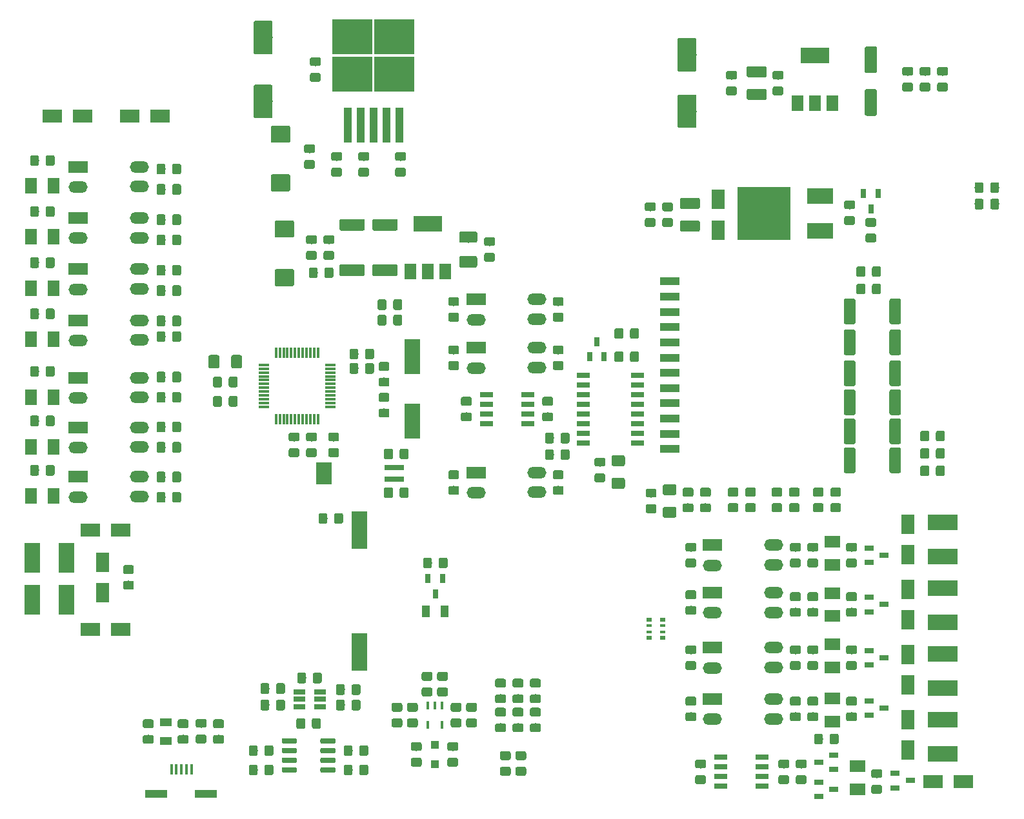
<source format=gtp>
G04 #@! TF.GenerationSoftware,KiCad,Pcbnew,(5.1.2)-2*
G04 #@! TF.CreationDate,2019-11-06T08:34:27+07:00*
G04 #@! TF.ProjectId,ph_door_fume_hood_controller_hw,70685f64-6f6f-4725-9f66-756d655f686f,VinhTho*
G04 #@! TF.SameCoordinates,Original*
G04 #@! TF.FileFunction,Paste,Top*
G04 #@! TF.FilePolarity,Positive*
%FSLAX46Y46*%
G04 Gerber Fmt 4.6, Leading zero omitted, Abs format (unit mm)*
G04 Created by KiCad (PCBNEW (5.1.2)-2) date 2019-11-06 08:34:27*
%MOMM*%
%LPD*%
G04 APERTURE LIST*
%ADD10R,1.000000X1.000000*%
%ADD11R,2.540000X1.000000*%
%ADD12C,0.100000*%
%ADD13C,1.150000*%
%ADD14R,3.000000X1.000000*%
%ADD15R,0.400000X1.350000*%
%ADD16R,2.000000X5.000000*%
%ADD17C,1.425000*%
%ADD18R,1.800000X2.500000*%
%ADD19R,2.500000X1.800000*%
%ADD20R,2.000000X1.500000*%
%ADD21R,1.500000X1.000000*%
%ADD22R,1.000000X1.500000*%
%ADD23R,4.000000X2.000000*%
%ADD24R,2.000000X4.000000*%
%ADD25R,1.724000X0.700000*%
%ADD26R,0.800100X1.254000*%
%ADD27R,7.000000X7.000000*%
%ADD28R,3.500000X2.000000*%
%ADD29R,1.254000X0.800100*%
%ADD30C,1.525000*%
%ADD31R,1.724000X0.654000*%
%ADD32R,0.448400X1.098400*%
%ADD33R,0.300000X1.450000*%
%ADD34R,1.450000X0.300000*%
%ADD35R,1.500000X2.000000*%
%ADD36R,3.800000X2.000000*%
%ADD37R,5.250000X4.550000*%
%ADD38R,1.100000X4.600000*%
%ADD39R,1.560000X0.650000*%
%ADD40C,0.650000*%
%ADD41R,2.000000X4.624000*%
%ADD42R,2.000000X3.000000*%
%ADD43R,2.500000X0.750000*%
%ADD44C,2.500000*%
%ADD45O,2.500000X1.500000*%
%ADD46R,2.500000X1.500000*%
%ADD47C,1.600000*%
%ADD48R,0.800000X0.500000*%
%ADD49R,0.800000X0.400000*%
%ADD50C,1.500000*%
%ADD51C,2.250000*%
G04 APERTURE END LIST*
D10*
X131494000Y-134346000D03*
X131494000Y-131846000D03*
D11*
X162324000Y-93008000D03*
X162324000Y-91008000D03*
X162324000Y-89008000D03*
X162324000Y-87008000D03*
X162324000Y-85008000D03*
X162324000Y-83008000D03*
X162324000Y-81008000D03*
X162324000Y-79008000D03*
X162324000Y-77008000D03*
X162324000Y-75008000D03*
X162324000Y-73008000D03*
X162324000Y-71008000D03*
D12*
G36*
X153636505Y-94159204D02*
G01*
X153660773Y-94162804D01*
X153684572Y-94168765D01*
X153707671Y-94177030D01*
X153729850Y-94187520D01*
X153750893Y-94200132D01*
X153770599Y-94214747D01*
X153788777Y-94231223D01*
X153805253Y-94249401D01*
X153819868Y-94269107D01*
X153832480Y-94290150D01*
X153842970Y-94312329D01*
X153851235Y-94335428D01*
X153857196Y-94359227D01*
X153860796Y-94383495D01*
X153862000Y-94407999D01*
X153862000Y-95058001D01*
X153860796Y-95082505D01*
X153857196Y-95106773D01*
X153851235Y-95130572D01*
X153842970Y-95153671D01*
X153832480Y-95175850D01*
X153819868Y-95196893D01*
X153805253Y-95216599D01*
X153788777Y-95234777D01*
X153770599Y-95251253D01*
X153750893Y-95265868D01*
X153729850Y-95278480D01*
X153707671Y-95288970D01*
X153684572Y-95297235D01*
X153660773Y-95303196D01*
X153636505Y-95306796D01*
X153612001Y-95308000D01*
X152711999Y-95308000D01*
X152687495Y-95306796D01*
X152663227Y-95303196D01*
X152639428Y-95297235D01*
X152616329Y-95288970D01*
X152594150Y-95278480D01*
X152573107Y-95265868D01*
X152553401Y-95251253D01*
X152535223Y-95234777D01*
X152518747Y-95216599D01*
X152504132Y-95196893D01*
X152491520Y-95175850D01*
X152481030Y-95153671D01*
X152472765Y-95130572D01*
X152466804Y-95106773D01*
X152463204Y-95082505D01*
X152462000Y-95058001D01*
X152462000Y-94407999D01*
X152463204Y-94383495D01*
X152466804Y-94359227D01*
X152472765Y-94335428D01*
X152481030Y-94312329D01*
X152491520Y-94290150D01*
X152504132Y-94269107D01*
X152518747Y-94249401D01*
X152535223Y-94231223D01*
X152553401Y-94214747D01*
X152573107Y-94200132D01*
X152594150Y-94187520D01*
X152616329Y-94177030D01*
X152639428Y-94168765D01*
X152663227Y-94162804D01*
X152687495Y-94159204D01*
X152711999Y-94158000D01*
X153612001Y-94158000D01*
X153636505Y-94159204D01*
X153636505Y-94159204D01*
G37*
D13*
X153162000Y-94733000D03*
D12*
G36*
X153636505Y-96209204D02*
G01*
X153660773Y-96212804D01*
X153684572Y-96218765D01*
X153707671Y-96227030D01*
X153729850Y-96237520D01*
X153750893Y-96250132D01*
X153770599Y-96264747D01*
X153788777Y-96281223D01*
X153805253Y-96299401D01*
X153819868Y-96319107D01*
X153832480Y-96340150D01*
X153842970Y-96362329D01*
X153851235Y-96385428D01*
X153857196Y-96409227D01*
X153860796Y-96433495D01*
X153862000Y-96457999D01*
X153862000Y-97108001D01*
X153860796Y-97132505D01*
X153857196Y-97156773D01*
X153851235Y-97180572D01*
X153842970Y-97203671D01*
X153832480Y-97225850D01*
X153819868Y-97246893D01*
X153805253Y-97266599D01*
X153788777Y-97284777D01*
X153770599Y-97301253D01*
X153750893Y-97315868D01*
X153729850Y-97328480D01*
X153707671Y-97338970D01*
X153684572Y-97347235D01*
X153660773Y-97353196D01*
X153636505Y-97356796D01*
X153612001Y-97358000D01*
X152711999Y-97358000D01*
X152687495Y-97356796D01*
X152663227Y-97353196D01*
X152639428Y-97347235D01*
X152616329Y-97338970D01*
X152594150Y-97328480D01*
X152573107Y-97315868D01*
X152553401Y-97301253D01*
X152535223Y-97284777D01*
X152518747Y-97266599D01*
X152504132Y-97246893D01*
X152491520Y-97225850D01*
X152481030Y-97203671D01*
X152472765Y-97180572D01*
X152466804Y-97156773D01*
X152463204Y-97132505D01*
X152462000Y-97108001D01*
X152462000Y-96457999D01*
X152463204Y-96433495D01*
X152466804Y-96409227D01*
X152472765Y-96385428D01*
X152481030Y-96362329D01*
X152491520Y-96340150D01*
X152504132Y-96319107D01*
X152518747Y-96299401D01*
X152535223Y-96281223D01*
X152553401Y-96264747D01*
X152573107Y-96250132D01*
X152594150Y-96237520D01*
X152616329Y-96227030D01*
X152639428Y-96218765D01*
X152663227Y-96212804D01*
X152687495Y-96209204D01*
X152711999Y-96208000D01*
X153612001Y-96208000D01*
X153636505Y-96209204D01*
X153636505Y-96209204D01*
G37*
D13*
X153162000Y-96783000D03*
D14*
X101488000Y-138253000D03*
X94968800Y-138253000D03*
D15*
X99554660Y-135073060D03*
X98904660Y-135073060D03*
X98254660Y-135073060D03*
X97604660Y-135073060D03*
X96954660Y-135073060D03*
D12*
G36*
X170908505Y-45409204D02*
G01*
X170932773Y-45412804D01*
X170956572Y-45418765D01*
X170979671Y-45427030D01*
X171001850Y-45437520D01*
X171022893Y-45450132D01*
X171042599Y-45464747D01*
X171060777Y-45481223D01*
X171077253Y-45499401D01*
X171091868Y-45519107D01*
X171104480Y-45540150D01*
X171114970Y-45562329D01*
X171123235Y-45585428D01*
X171129196Y-45609227D01*
X171132796Y-45633495D01*
X171134000Y-45657999D01*
X171134000Y-46308001D01*
X171132796Y-46332505D01*
X171129196Y-46356773D01*
X171123235Y-46380572D01*
X171114970Y-46403671D01*
X171104480Y-46425850D01*
X171091868Y-46446893D01*
X171077253Y-46466599D01*
X171060777Y-46484777D01*
X171042599Y-46501253D01*
X171022893Y-46515868D01*
X171001850Y-46528480D01*
X170979671Y-46538970D01*
X170956572Y-46547235D01*
X170932773Y-46553196D01*
X170908505Y-46556796D01*
X170884001Y-46558000D01*
X169983999Y-46558000D01*
X169959495Y-46556796D01*
X169935227Y-46553196D01*
X169911428Y-46547235D01*
X169888329Y-46538970D01*
X169866150Y-46528480D01*
X169845107Y-46515868D01*
X169825401Y-46501253D01*
X169807223Y-46484777D01*
X169790747Y-46466599D01*
X169776132Y-46446893D01*
X169763520Y-46425850D01*
X169753030Y-46403671D01*
X169744765Y-46380572D01*
X169738804Y-46356773D01*
X169735204Y-46332505D01*
X169734000Y-46308001D01*
X169734000Y-45657999D01*
X169735204Y-45633495D01*
X169738804Y-45609227D01*
X169744765Y-45585428D01*
X169753030Y-45562329D01*
X169763520Y-45540150D01*
X169776132Y-45519107D01*
X169790747Y-45499401D01*
X169807223Y-45481223D01*
X169825401Y-45464747D01*
X169845107Y-45450132D01*
X169866150Y-45437520D01*
X169888329Y-45427030D01*
X169911428Y-45418765D01*
X169935227Y-45412804D01*
X169959495Y-45409204D01*
X169983999Y-45408000D01*
X170884001Y-45408000D01*
X170908505Y-45409204D01*
X170908505Y-45409204D01*
G37*
D13*
X170434000Y-45983000D03*
D12*
G36*
X170908505Y-43359204D02*
G01*
X170932773Y-43362804D01*
X170956572Y-43368765D01*
X170979671Y-43377030D01*
X171001850Y-43387520D01*
X171022893Y-43400132D01*
X171042599Y-43414747D01*
X171060777Y-43431223D01*
X171077253Y-43449401D01*
X171091868Y-43469107D01*
X171104480Y-43490150D01*
X171114970Y-43512329D01*
X171123235Y-43535428D01*
X171129196Y-43559227D01*
X171132796Y-43583495D01*
X171134000Y-43607999D01*
X171134000Y-44258001D01*
X171132796Y-44282505D01*
X171129196Y-44306773D01*
X171123235Y-44330572D01*
X171114970Y-44353671D01*
X171104480Y-44375850D01*
X171091868Y-44396893D01*
X171077253Y-44416599D01*
X171060777Y-44434777D01*
X171042599Y-44451253D01*
X171022893Y-44465868D01*
X171001850Y-44478480D01*
X170979671Y-44488970D01*
X170956572Y-44497235D01*
X170932773Y-44503196D01*
X170908505Y-44506796D01*
X170884001Y-44508000D01*
X169983999Y-44508000D01*
X169959495Y-44506796D01*
X169935227Y-44503196D01*
X169911428Y-44497235D01*
X169888329Y-44488970D01*
X169866150Y-44478480D01*
X169845107Y-44465868D01*
X169825401Y-44451253D01*
X169807223Y-44434777D01*
X169790747Y-44416599D01*
X169776132Y-44396893D01*
X169763520Y-44375850D01*
X169753030Y-44353671D01*
X169744765Y-44330572D01*
X169738804Y-44306773D01*
X169735204Y-44282505D01*
X169734000Y-44258001D01*
X169734000Y-43607999D01*
X169735204Y-43583495D01*
X169738804Y-43559227D01*
X169744765Y-43535428D01*
X169753030Y-43512329D01*
X169763520Y-43490150D01*
X169776132Y-43469107D01*
X169790747Y-43449401D01*
X169807223Y-43431223D01*
X169825401Y-43414747D01*
X169845107Y-43400132D01*
X169866150Y-43387520D01*
X169888329Y-43377030D01*
X169911428Y-43368765D01*
X169935227Y-43362804D01*
X169959495Y-43359204D01*
X169983999Y-43358000D01*
X170884001Y-43358000D01*
X170908505Y-43359204D01*
X170908505Y-43359204D01*
G37*
D13*
X170434000Y-43933000D03*
D16*
X121596000Y-119632000D03*
X121596000Y-103632000D03*
D12*
G36*
X156224504Y-96788204D02*
G01*
X156248773Y-96791804D01*
X156272571Y-96797765D01*
X156295671Y-96806030D01*
X156317849Y-96816520D01*
X156338893Y-96829133D01*
X156358598Y-96843747D01*
X156376777Y-96860223D01*
X156393253Y-96878402D01*
X156407867Y-96898107D01*
X156420480Y-96919151D01*
X156430970Y-96941329D01*
X156439235Y-96964429D01*
X156445196Y-96988227D01*
X156448796Y-97012496D01*
X156450000Y-97037000D01*
X156450000Y-97962000D01*
X156448796Y-97986504D01*
X156445196Y-98010773D01*
X156439235Y-98034571D01*
X156430970Y-98057671D01*
X156420480Y-98079849D01*
X156407867Y-98100893D01*
X156393253Y-98120598D01*
X156376777Y-98138777D01*
X156358598Y-98155253D01*
X156338893Y-98169867D01*
X156317849Y-98182480D01*
X156295671Y-98192970D01*
X156272571Y-98201235D01*
X156248773Y-98207196D01*
X156224504Y-98210796D01*
X156200000Y-98212000D01*
X154950000Y-98212000D01*
X154925496Y-98210796D01*
X154901227Y-98207196D01*
X154877429Y-98201235D01*
X154854329Y-98192970D01*
X154832151Y-98182480D01*
X154811107Y-98169867D01*
X154791402Y-98155253D01*
X154773223Y-98138777D01*
X154756747Y-98120598D01*
X154742133Y-98100893D01*
X154729520Y-98079849D01*
X154719030Y-98057671D01*
X154710765Y-98034571D01*
X154704804Y-98010773D01*
X154701204Y-97986504D01*
X154700000Y-97962000D01*
X154700000Y-97037000D01*
X154701204Y-97012496D01*
X154704804Y-96988227D01*
X154710765Y-96964429D01*
X154719030Y-96941329D01*
X154729520Y-96919151D01*
X154742133Y-96898107D01*
X154756747Y-96878402D01*
X154773223Y-96860223D01*
X154791402Y-96843747D01*
X154811107Y-96829133D01*
X154832151Y-96816520D01*
X154854329Y-96806030D01*
X154877429Y-96797765D01*
X154901227Y-96791804D01*
X154925496Y-96788204D01*
X154950000Y-96787000D01*
X156200000Y-96787000D01*
X156224504Y-96788204D01*
X156224504Y-96788204D01*
G37*
D17*
X155575000Y-97499500D03*
D12*
G36*
X156224504Y-93813204D02*
G01*
X156248773Y-93816804D01*
X156272571Y-93822765D01*
X156295671Y-93831030D01*
X156317849Y-93841520D01*
X156338893Y-93854133D01*
X156358598Y-93868747D01*
X156376777Y-93885223D01*
X156393253Y-93903402D01*
X156407867Y-93923107D01*
X156420480Y-93944151D01*
X156430970Y-93966329D01*
X156439235Y-93989429D01*
X156445196Y-94013227D01*
X156448796Y-94037496D01*
X156450000Y-94062000D01*
X156450000Y-94987000D01*
X156448796Y-95011504D01*
X156445196Y-95035773D01*
X156439235Y-95059571D01*
X156430970Y-95082671D01*
X156420480Y-95104849D01*
X156407867Y-95125893D01*
X156393253Y-95145598D01*
X156376777Y-95163777D01*
X156358598Y-95180253D01*
X156338893Y-95194867D01*
X156317849Y-95207480D01*
X156295671Y-95217970D01*
X156272571Y-95226235D01*
X156248773Y-95232196D01*
X156224504Y-95235796D01*
X156200000Y-95237000D01*
X154950000Y-95237000D01*
X154925496Y-95235796D01*
X154901227Y-95232196D01*
X154877429Y-95226235D01*
X154854329Y-95217970D01*
X154832151Y-95207480D01*
X154811107Y-95194867D01*
X154791402Y-95180253D01*
X154773223Y-95163777D01*
X154756747Y-95145598D01*
X154742133Y-95125893D01*
X154729520Y-95104849D01*
X154719030Y-95082671D01*
X154710765Y-95059571D01*
X154704804Y-95035773D01*
X154701204Y-95011504D01*
X154700000Y-94987000D01*
X154700000Y-94062000D01*
X154701204Y-94037496D01*
X154704804Y-94013227D01*
X154710765Y-93989429D01*
X154719030Y-93966329D01*
X154729520Y-93944151D01*
X154742133Y-93923107D01*
X154756747Y-93903402D01*
X154773223Y-93885223D01*
X154791402Y-93868747D01*
X154811107Y-93854133D01*
X154832151Y-93841520D01*
X154854329Y-93831030D01*
X154877429Y-93822765D01*
X154901227Y-93816804D01*
X154925496Y-93813204D01*
X154950000Y-93812000D01*
X156200000Y-93812000D01*
X156224504Y-93813204D01*
X156224504Y-93813204D01*
G37*
D17*
X155575000Y-94524500D03*
D12*
G36*
X162955504Y-97623204D02*
G01*
X162979773Y-97626804D01*
X163003571Y-97632765D01*
X163026671Y-97641030D01*
X163048849Y-97651520D01*
X163069893Y-97664133D01*
X163089598Y-97678747D01*
X163107777Y-97695223D01*
X163124253Y-97713402D01*
X163138867Y-97733107D01*
X163151480Y-97754151D01*
X163161970Y-97776329D01*
X163170235Y-97799429D01*
X163176196Y-97823227D01*
X163179796Y-97847496D01*
X163181000Y-97872000D01*
X163181000Y-98797000D01*
X163179796Y-98821504D01*
X163176196Y-98845773D01*
X163170235Y-98869571D01*
X163161970Y-98892671D01*
X163151480Y-98914849D01*
X163138867Y-98935893D01*
X163124253Y-98955598D01*
X163107777Y-98973777D01*
X163089598Y-98990253D01*
X163069893Y-99004867D01*
X163048849Y-99017480D01*
X163026671Y-99027970D01*
X163003571Y-99036235D01*
X162979773Y-99042196D01*
X162955504Y-99045796D01*
X162931000Y-99047000D01*
X161681000Y-99047000D01*
X161656496Y-99045796D01*
X161632227Y-99042196D01*
X161608429Y-99036235D01*
X161585329Y-99027970D01*
X161563151Y-99017480D01*
X161542107Y-99004867D01*
X161522402Y-98990253D01*
X161504223Y-98973777D01*
X161487747Y-98955598D01*
X161473133Y-98935893D01*
X161460520Y-98914849D01*
X161450030Y-98892671D01*
X161441765Y-98869571D01*
X161435804Y-98845773D01*
X161432204Y-98821504D01*
X161431000Y-98797000D01*
X161431000Y-97872000D01*
X161432204Y-97847496D01*
X161435804Y-97823227D01*
X161441765Y-97799429D01*
X161450030Y-97776329D01*
X161460520Y-97754151D01*
X161473133Y-97733107D01*
X161487747Y-97713402D01*
X161504223Y-97695223D01*
X161522402Y-97678747D01*
X161542107Y-97664133D01*
X161563151Y-97651520D01*
X161585329Y-97641030D01*
X161608429Y-97632765D01*
X161632227Y-97626804D01*
X161656496Y-97623204D01*
X161681000Y-97622000D01*
X162931000Y-97622000D01*
X162955504Y-97623204D01*
X162955504Y-97623204D01*
G37*
D17*
X162306000Y-98334500D03*
D12*
G36*
X162955504Y-100598204D02*
G01*
X162979773Y-100601804D01*
X163003571Y-100607765D01*
X163026671Y-100616030D01*
X163048849Y-100626520D01*
X163069893Y-100639133D01*
X163089598Y-100653747D01*
X163107777Y-100670223D01*
X163124253Y-100688402D01*
X163138867Y-100708107D01*
X163151480Y-100729151D01*
X163161970Y-100751329D01*
X163170235Y-100774429D01*
X163176196Y-100798227D01*
X163179796Y-100822496D01*
X163181000Y-100847000D01*
X163181000Y-101772000D01*
X163179796Y-101796504D01*
X163176196Y-101820773D01*
X163170235Y-101844571D01*
X163161970Y-101867671D01*
X163151480Y-101889849D01*
X163138867Y-101910893D01*
X163124253Y-101930598D01*
X163107777Y-101948777D01*
X163089598Y-101965253D01*
X163069893Y-101979867D01*
X163048849Y-101992480D01*
X163026671Y-102002970D01*
X163003571Y-102011235D01*
X162979773Y-102017196D01*
X162955504Y-102020796D01*
X162931000Y-102022000D01*
X161681000Y-102022000D01*
X161656496Y-102020796D01*
X161632227Y-102017196D01*
X161608429Y-102011235D01*
X161585329Y-102002970D01*
X161563151Y-101992480D01*
X161542107Y-101979867D01*
X161522402Y-101965253D01*
X161504223Y-101948777D01*
X161487747Y-101930598D01*
X161473133Y-101910893D01*
X161460520Y-101889849D01*
X161450030Y-101867671D01*
X161441765Y-101844571D01*
X161435804Y-101820773D01*
X161432204Y-101796504D01*
X161431000Y-101772000D01*
X161431000Y-100847000D01*
X161432204Y-100822496D01*
X161435804Y-100798227D01*
X161441765Y-100774429D01*
X161450030Y-100751329D01*
X161460520Y-100729151D01*
X161473133Y-100708107D01*
X161487747Y-100688402D01*
X161504223Y-100670223D01*
X161522402Y-100653747D01*
X161542107Y-100639133D01*
X161563151Y-100626520D01*
X161585329Y-100616030D01*
X161608429Y-100607765D01*
X161632227Y-100601804D01*
X161656496Y-100598204D01*
X161681000Y-100597000D01*
X162931000Y-100597000D01*
X162955504Y-100598204D01*
X162955504Y-100598204D01*
G37*
D17*
X162306000Y-101309500D03*
D12*
G36*
X160367505Y-98223204D02*
G01*
X160391773Y-98226804D01*
X160415572Y-98232765D01*
X160438671Y-98241030D01*
X160460850Y-98251520D01*
X160481893Y-98264132D01*
X160501599Y-98278747D01*
X160519777Y-98295223D01*
X160536253Y-98313401D01*
X160550868Y-98333107D01*
X160563480Y-98354150D01*
X160573970Y-98376329D01*
X160582235Y-98399428D01*
X160588196Y-98423227D01*
X160591796Y-98447495D01*
X160593000Y-98471999D01*
X160593000Y-99122001D01*
X160591796Y-99146505D01*
X160588196Y-99170773D01*
X160582235Y-99194572D01*
X160573970Y-99217671D01*
X160563480Y-99239850D01*
X160550868Y-99260893D01*
X160536253Y-99280599D01*
X160519777Y-99298777D01*
X160501599Y-99315253D01*
X160481893Y-99329868D01*
X160460850Y-99342480D01*
X160438671Y-99352970D01*
X160415572Y-99361235D01*
X160391773Y-99367196D01*
X160367505Y-99370796D01*
X160343001Y-99372000D01*
X159442999Y-99372000D01*
X159418495Y-99370796D01*
X159394227Y-99367196D01*
X159370428Y-99361235D01*
X159347329Y-99352970D01*
X159325150Y-99342480D01*
X159304107Y-99329868D01*
X159284401Y-99315253D01*
X159266223Y-99298777D01*
X159249747Y-99280599D01*
X159235132Y-99260893D01*
X159222520Y-99239850D01*
X159212030Y-99217671D01*
X159203765Y-99194572D01*
X159197804Y-99170773D01*
X159194204Y-99146505D01*
X159193000Y-99122001D01*
X159193000Y-98471999D01*
X159194204Y-98447495D01*
X159197804Y-98423227D01*
X159203765Y-98399428D01*
X159212030Y-98376329D01*
X159222520Y-98354150D01*
X159235132Y-98333107D01*
X159249747Y-98313401D01*
X159266223Y-98295223D01*
X159284401Y-98278747D01*
X159304107Y-98264132D01*
X159325150Y-98251520D01*
X159347329Y-98241030D01*
X159370428Y-98232765D01*
X159394227Y-98226804D01*
X159418495Y-98223204D01*
X159442999Y-98222000D01*
X160343001Y-98222000D01*
X160367505Y-98223204D01*
X160367505Y-98223204D01*
G37*
D13*
X159893000Y-98797000D03*
D12*
G36*
X160367505Y-100273204D02*
G01*
X160391773Y-100276804D01*
X160415572Y-100282765D01*
X160438671Y-100291030D01*
X160460850Y-100301520D01*
X160481893Y-100314132D01*
X160501599Y-100328747D01*
X160519777Y-100345223D01*
X160536253Y-100363401D01*
X160550868Y-100383107D01*
X160563480Y-100404150D01*
X160573970Y-100426329D01*
X160582235Y-100449428D01*
X160588196Y-100473227D01*
X160591796Y-100497495D01*
X160593000Y-100521999D01*
X160593000Y-101172001D01*
X160591796Y-101196505D01*
X160588196Y-101220773D01*
X160582235Y-101244572D01*
X160573970Y-101267671D01*
X160563480Y-101289850D01*
X160550868Y-101310893D01*
X160536253Y-101330599D01*
X160519777Y-101348777D01*
X160501599Y-101365253D01*
X160481893Y-101379868D01*
X160460850Y-101392480D01*
X160438671Y-101402970D01*
X160415572Y-101411235D01*
X160391773Y-101417196D01*
X160367505Y-101420796D01*
X160343001Y-101422000D01*
X159442999Y-101422000D01*
X159418495Y-101420796D01*
X159394227Y-101417196D01*
X159370428Y-101411235D01*
X159347329Y-101402970D01*
X159325150Y-101392480D01*
X159304107Y-101379868D01*
X159284401Y-101365253D01*
X159266223Y-101348777D01*
X159249747Y-101330599D01*
X159235132Y-101310893D01*
X159222520Y-101289850D01*
X159212030Y-101267671D01*
X159203765Y-101244572D01*
X159197804Y-101220773D01*
X159194204Y-101196505D01*
X159193000Y-101172001D01*
X159193000Y-100521999D01*
X159194204Y-100497495D01*
X159197804Y-100473227D01*
X159203765Y-100449428D01*
X159212030Y-100426329D01*
X159222520Y-100404150D01*
X159235132Y-100383107D01*
X159249747Y-100363401D01*
X159266223Y-100345223D01*
X159284401Y-100328747D01*
X159304107Y-100314132D01*
X159325150Y-100301520D01*
X159347329Y-100291030D01*
X159370428Y-100282765D01*
X159394227Y-100276804D01*
X159418495Y-100273204D01*
X159442999Y-100272000D01*
X160343001Y-100272000D01*
X160367505Y-100273204D01*
X160367505Y-100273204D01*
G37*
D13*
X159893000Y-100847000D03*
D12*
G36*
X166072504Y-60039204D02*
G01*
X166096773Y-60042804D01*
X166120571Y-60048765D01*
X166143671Y-60057030D01*
X166165849Y-60067520D01*
X166186893Y-60080133D01*
X166206598Y-60094747D01*
X166224777Y-60111223D01*
X166241253Y-60129402D01*
X166255867Y-60149107D01*
X166268480Y-60170151D01*
X166278970Y-60192329D01*
X166287235Y-60215429D01*
X166293196Y-60239227D01*
X166296796Y-60263496D01*
X166298000Y-60288000D01*
X166298000Y-61213000D01*
X166296796Y-61237504D01*
X166293196Y-61261773D01*
X166287235Y-61285571D01*
X166278970Y-61308671D01*
X166268480Y-61330849D01*
X166255867Y-61351893D01*
X166241253Y-61371598D01*
X166224777Y-61389777D01*
X166206598Y-61406253D01*
X166186893Y-61420867D01*
X166165849Y-61433480D01*
X166143671Y-61443970D01*
X166120571Y-61452235D01*
X166096773Y-61458196D01*
X166072504Y-61461796D01*
X166048000Y-61463000D01*
X163898000Y-61463000D01*
X163873496Y-61461796D01*
X163849227Y-61458196D01*
X163825429Y-61452235D01*
X163802329Y-61443970D01*
X163780151Y-61433480D01*
X163759107Y-61420867D01*
X163739402Y-61406253D01*
X163721223Y-61389777D01*
X163704747Y-61371598D01*
X163690133Y-61351893D01*
X163677520Y-61330849D01*
X163667030Y-61308671D01*
X163658765Y-61285571D01*
X163652804Y-61261773D01*
X163649204Y-61237504D01*
X163648000Y-61213000D01*
X163648000Y-60288000D01*
X163649204Y-60263496D01*
X163652804Y-60239227D01*
X163658765Y-60215429D01*
X163667030Y-60192329D01*
X163677520Y-60170151D01*
X163690133Y-60149107D01*
X163704747Y-60129402D01*
X163721223Y-60111223D01*
X163739402Y-60094747D01*
X163759107Y-60080133D01*
X163780151Y-60067520D01*
X163802329Y-60057030D01*
X163825429Y-60048765D01*
X163849227Y-60042804D01*
X163873496Y-60039204D01*
X163898000Y-60038000D01*
X166048000Y-60038000D01*
X166072504Y-60039204D01*
X166072504Y-60039204D01*
G37*
D17*
X164973000Y-60750500D03*
D12*
G36*
X166072504Y-63014204D02*
G01*
X166096773Y-63017804D01*
X166120571Y-63023765D01*
X166143671Y-63032030D01*
X166165849Y-63042520D01*
X166186893Y-63055133D01*
X166206598Y-63069747D01*
X166224777Y-63086223D01*
X166241253Y-63104402D01*
X166255867Y-63124107D01*
X166268480Y-63145151D01*
X166278970Y-63167329D01*
X166287235Y-63190429D01*
X166293196Y-63214227D01*
X166296796Y-63238496D01*
X166298000Y-63263000D01*
X166298000Y-64188000D01*
X166296796Y-64212504D01*
X166293196Y-64236773D01*
X166287235Y-64260571D01*
X166278970Y-64283671D01*
X166268480Y-64305849D01*
X166255867Y-64326893D01*
X166241253Y-64346598D01*
X166224777Y-64364777D01*
X166206598Y-64381253D01*
X166186893Y-64395867D01*
X166165849Y-64408480D01*
X166143671Y-64418970D01*
X166120571Y-64427235D01*
X166096773Y-64433196D01*
X166072504Y-64436796D01*
X166048000Y-64438000D01*
X163898000Y-64438000D01*
X163873496Y-64436796D01*
X163849227Y-64433196D01*
X163825429Y-64427235D01*
X163802329Y-64418970D01*
X163780151Y-64408480D01*
X163759107Y-64395867D01*
X163739402Y-64381253D01*
X163721223Y-64364777D01*
X163704747Y-64346598D01*
X163690133Y-64326893D01*
X163677520Y-64305849D01*
X163667030Y-64283671D01*
X163658765Y-64260571D01*
X163652804Y-64236773D01*
X163649204Y-64212504D01*
X163648000Y-64188000D01*
X163648000Y-63263000D01*
X163649204Y-63238496D01*
X163652804Y-63214227D01*
X163658765Y-63190429D01*
X163667030Y-63167329D01*
X163677520Y-63145151D01*
X163690133Y-63124107D01*
X163704747Y-63104402D01*
X163721223Y-63086223D01*
X163739402Y-63069747D01*
X163759107Y-63055133D01*
X163780151Y-63042520D01*
X163802329Y-63032030D01*
X163825429Y-63023765D01*
X163849227Y-63017804D01*
X163873496Y-63014204D01*
X163898000Y-63013000D01*
X166048000Y-63013000D01*
X166072504Y-63014204D01*
X166072504Y-63014204D01*
G37*
D17*
X164973000Y-63725500D03*
D12*
G36*
X129047505Y-128386204D02*
G01*
X129071773Y-128389804D01*
X129095572Y-128395765D01*
X129118671Y-128404030D01*
X129140850Y-128414520D01*
X129161893Y-128427132D01*
X129181599Y-128441747D01*
X129199777Y-128458223D01*
X129216253Y-128476401D01*
X129230868Y-128496107D01*
X129243480Y-128517150D01*
X129253970Y-128539329D01*
X129262235Y-128562428D01*
X129268196Y-128586227D01*
X129271796Y-128610495D01*
X129273000Y-128634999D01*
X129273000Y-129285001D01*
X129271796Y-129309505D01*
X129268196Y-129333773D01*
X129262235Y-129357572D01*
X129253970Y-129380671D01*
X129243480Y-129402850D01*
X129230868Y-129423893D01*
X129216253Y-129443599D01*
X129199777Y-129461777D01*
X129181599Y-129478253D01*
X129161893Y-129492868D01*
X129140850Y-129505480D01*
X129118671Y-129515970D01*
X129095572Y-129524235D01*
X129071773Y-129530196D01*
X129047505Y-129533796D01*
X129023001Y-129535000D01*
X128122999Y-129535000D01*
X128098495Y-129533796D01*
X128074227Y-129530196D01*
X128050428Y-129524235D01*
X128027329Y-129515970D01*
X128005150Y-129505480D01*
X127984107Y-129492868D01*
X127964401Y-129478253D01*
X127946223Y-129461777D01*
X127929747Y-129443599D01*
X127915132Y-129423893D01*
X127902520Y-129402850D01*
X127892030Y-129380671D01*
X127883765Y-129357572D01*
X127877804Y-129333773D01*
X127874204Y-129309505D01*
X127873000Y-129285001D01*
X127873000Y-128634999D01*
X127874204Y-128610495D01*
X127877804Y-128586227D01*
X127883765Y-128562428D01*
X127892030Y-128539329D01*
X127902520Y-128517150D01*
X127915132Y-128496107D01*
X127929747Y-128476401D01*
X127946223Y-128458223D01*
X127964401Y-128441747D01*
X127984107Y-128427132D01*
X128005150Y-128414520D01*
X128027329Y-128404030D01*
X128050428Y-128395765D01*
X128074227Y-128389804D01*
X128098495Y-128386204D01*
X128122999Y-128385000D01*
X129023001Y-128385000D01*
X129047505Y-128386204D01*
X129047505Y-128386204D01*
G37*
D13*
X128573000Y-128960000D03*
D12*
G36*
X129047505Y-126336204D02*
G01*
X129071773Y-126339804D01*
X129095572Y-126345765D01*
X129118671Y-126354030D01*
X129140850Y-126364520D01*
X129161893Y-126377132D01*
X129181599Y-126391747D01*
X129199777Y-126408223D01*
X129216253Y-126426401D01*
X129230868Y-126446107D01*
X129243480Y-126467150D01*
X129253970Y-126489329D01*
X129262235Y-126512428D01*
X129268196Y-126536227D01*
X129271796Y-126560495D01*
X129273000Y-126584999D01*
X129273000Y-127235001D01*
X129271796Y-127259505D01*
X129268196Y-127283773D01*
X129262235Y-127307572D01*
X129253970Y-127330671D01*
X129243480Y-127352850D01*
X129230868Y-127373893D01*
X129216253Y-127393599D01*
X129199777Y-127411777D01*
X129181599Y-127428253D01*
X129161893Y-127442868D01*
X129140850Y-127455480D01*
X129118671Y-127465970D01*
X129095572Y-127474235D01*
X129071773Y-127480196D01*
X129047505Y-127483796D01*
X129023001Y-127485000D01*
X128122999Y-127485000D01*
X128098495Y-127483796D01*
X128074227Y-127480196D01*
X128050428Y-127474235D01*
X128027329Y-127465970D01*
X128005150Y-127455480D01*
X127984107Y-127442868D01*
X127964401Y-127428253D01*
X127946223Y-127411777D01*
X127929747Y-127393599D01*
X127915132Y-127373893D01*
X127902520Y-127352850D01*
X127892030Y-127330671D01*
X127883765Y-127307572D01*
X127877804Y-127283773D01*
X127874204Y-127259505D01*
X127873000Y-127235001D01*
X127873000Y-126584999D01*
X127874204Y-126560495D01*
X127877804Y-126536227D01*
X127883765Y-126512428D01*
X127892030Y-126489329D01*
X127902520Y-126467150D01*
X127915132Y-126446107D01*
X127929747Y-126426401D01*
X127946223Y-126408223D01*
X127964401Y-126391747D01*
X127984107Y-126377132D01*
X128005150Y-126364520D01*
X128027329Y-126354030D01*
X128050428Y-126345765D01*
X128074227Y-126339804D01*
X128098495Y-126336204D01*
X128122999Y-126335000D01*
X129023001Y-126335000D01*
X129047505Y-126336204D01*
X129047505Y-126336204D01*
G37*
D13*
X128573000Y-126910000D03*
D12*
G36*
X160240505Y-62681204D02*
G01*
X160264773Y-62684804D01*
X160288572Y-62690765D01*
X160311671Y-62699030D01*
X160333850Y-62709520D01*
X160354893Y-62722132D01*
X160374599Y-62736747D01*
X160392777Y-62753223D01*
X160409253Y-62771401D01*
X160423868Y-62791107D01*
X160436480Y-62812150D01*
X160446970Y-62834329D01*
X160455235Y-62857428D01*
X160461196Y-62881227D01*
X160464796Y-62905495D01*
X160466000Y-62929999D01*
X160466000Y-63580001D01*
X160464796Y-63604505D01*
X160461196Y-63628773D01*
X160455235Y-63652572D01*
X160446970Y-63675671D01*
X160436480Y-63697850D01*
X160423868Y-63718893D01*
X160409253Y-63738599D01*
X160392777Y-63756777D01*
X160374599Y-63773253D01*
X160354893Y-63787868D01*
X160333850Y-63800480D01*
X160311671Y-63810970D01*
X160288572Y-63819235D01*
X160264773Y-63825196D01*
X160240505Y-63828796D01*
X160216001Y-63830000D01*
X159315999Y-63830000D01*
X159291495Y-63828796D01*
X159267227Y-63825196D01*
X159243428Y-63819235D01*
X159220329Y-63810970D01*
X159198150Y-63800480D01*
X159177107Y-63787868D01*
X159157401Y-63773253D01*
X159139223Y-63756777D01*
X159122747Y-63738599D01*
X159108132Y-63718893D01*
X159095520Y-63697850D01*
X159085030Y-63675671D01*
X159076765Y-63652572D01*
X159070804Y-63628773D01*
X159067204Y-63604505D01*
X159066000Y-63580001D01*
X159066000Y-62929999D01*
X159067204Y-62905495D01*
X159070804Y-62881227D01*
X159076765Y-62857428D01*
X159085030Y-62834329D01*
X159095520Y-62812150D01*
X159108132Y-62791107D01*
X159122747Y-62771401D01*
X159139223Y-62753223D01*
X159157401Y-62736747D01*
X159177107Y-62722132D01*
X159198150Y-62709520D01*
X159220329Y-62699030D01*
X159243428Y-62690765D01*
X159267227Y-62684804D01*
X159291495Y-62681204D01*
X159315999Y-62680000D01*
X160216001Y-62680000D01*
X160240505Y-62681204D01*
X160240505Y-62681204D01*
G37*
D13*
X159766000Y-63255000D03*
D12*
G36*
X160240505Y-60631204D02*
G01*
X160264773Y-60634804D01*
X160288572Y-60640765D01*
X160311671Y-60649030D01*
X160333850Y-60659520D01*
X160354893Y-60672132D01*
X160374599Y-60686747D01*
X160392777Y-60703223D01*
X160409253Y-60721401D01*
X160423868Y-60741107D01*
X160436480Y-60762150D01*
X160446970Y-60784329D01*
X160455235Y-60807428D01*
X160461196Y-60831227D01*
X160464796Y-60855495D01*
X160466000Y-60879999D01*
X160466000Y-61530001D01*
X160464796Y-61554505D01*
X160461196Y-61578773D01*
X160455235Y-61602572D01*
X160446970Y-61625671D01*
X160436480Y-61647850D01*
X160423868Y-61668893D01*
X160409253Y-61688599D01*
X160392777Y-61706777D01*
X160374599Y-61723253D01*
X160354893Y-61737868D01*
X160333850Y-61750480D01*
X160311671Y-61760970D01*
X160288572Y-61769235D01*
X160264773Y-61775196D01*
X160240505Y-61778796D01*
X160216001Y-61780000D01*
X159315999Y-61780000D01*
X159291495Y-61778796D01*
X159267227Y-61775196D01*
X159243428Y-61769235D01*
X159220329Y-61760970D01*
X159198150Y-61750480D01*
X159177107Y-61737868D01*
X159157401Y-61723253D01*
X159139223Y-61706777D01*
X159122747Y-61688599D01*
X159108132Y-61668893D01*
X159095520Y-61647850D01*
X159085030Y-61625671D01*
X159076765Y-61602572D01*
X159070804Y-61578773D01*
X159067204Y-61554505D01*
X159066000Y-61530001D01*
X159066000Y-60879999D01*
X159067204Y-60855495D01*
X159070804Y-60831227D01*
X159076765Y-60807428D01*
X159085030Y-60784329D01*
X159095520Y-60762150D01*
X159108132Y-60741107D01*
X159122747Y-60721401D01*
X159139223Y-60703223D01*
X159157401Y-60686747D01*
X159177107Y-60672132D01*
X159198150Y-60659520D01*
X159220329Y-60649030D01*
X159243428Y-60640765D01*
X159267227Y-60634804D01*
X159291495Y-60631204D01*
X159315999Y-60630000D01*
X160216001Y-60630000D01*
X160240505Y-60631204D01*
X160240505Y-60631204D01*
G37*
D13*
X159766000Y-61205000D03*
D12*
G36*
X162526505Y-62689204D02*
G01*
X162550773Y-62692804D01*
X162574572Y-62698765D01*
X162597671Y-62707030D01*
X162619850Y-62717520D01*
X162640893Y-62730132D01*
X162660599Y-62744747D01*
X162678777Y-62761223D01*
X162695253Y-62779401D01*
X162709868Y-62799107D01*
X162722480Y-62820150D01*
X162732970Y-62842329D01*
X162741235Y-62865428D01*
X162747196Y-62889227D01*
X162750796Y-62913495D01*
X162752000Y-62937999D01*
X162752000Y-63588001D01*
X162750796Y-63612505D01*
X162747196Y-63636773D01*
X162741235Y-63660572D01*
X162732970Y-63683671D01*
X162722480Y-63705850D01*
X162709868Y-63726893D01*
X162695253Y-63746599D01*
X162678777Y-63764777D01*
X162660599Y-63781253D01*
X162640893Y-63795868D01*
X162619850Y-63808480D01*
X162597671Y-63818970D01*
X162574572Y-63827235D01*
X162550773Y-63833196D01*
X162526505Y-63836796D01*
X162502001Y-63838000D01*
X161601999Y-63838000D01*
X161577495Y-63836796D01*
X161553227Y-63833196D01*
X161529428Y-63827235D01*
X161506329Y-63818970D01*
X161484150Y-63808480D01*
X161463107Y-63795868D01*
X161443401Y-63781253D01*
X161425223Y-63764777D01*
X161408747Y-63746599D01*
X161394132Y-63726893D01*
X161381520Y-63705850D01*
X161371030Y-63683671D01*
X161362765Y-63660572D01*
X161356804Y-63636773D01*
X161353204Y-63612505D01*
X161352000Y-63588001D01*
X161352000Y-62937999D01*
X161353204Y-62913495D01*
X161356804Y-62889227D01*
X161362765Y-62865428D01*
X161371030Y-62842329D01*
X161381520Y-62820150D01*
X161394132Y-62799107D01*
X161408747Y-62779401D01*
X161425223Y-62761223D01*
X161443401Y-62744747D01*
X161463107Y-62730132D01*
X161484150Y-62717520D01*
X161506329Y-62707030D01*
X161529428Y-62698765D01*
X161553227Y-62692804D01*
X161577495Y-62689204D01*
X161601999Y-62688000D01*
X162502001Y-62688000D01*
X162526505Y-62689204D01*
X162526505Y-62689204D01*
G37*
D13*
X162052000Y-63263000D03*
D12*
G36*
X162526505Y-60639204D02*
G01*
X162550773Y-60642804D01*
X162574572Y-60648765D01*
X162597671Y-60657030D01*
X162619850Y-60667520D01*
X162640893Y-60680132D01*
X162660599Y-60694747D01*
X162678777Y-60711223D01*
X162695253Y-60729401D01*
X162709868Y-60749107D01*
X162722480Y-60770150D01*
X162732970Y-60792329D01*
X162741235Y-60815428D01*
X162747196Y-60839227D01*
X162750796Y-60863495D01*
X162752000Y-60887999D01*
X162752000Y-61538001D01*
X162750796Y-61562505D01*
X162747196Y-61586773D01*
X162741235Y-61610572D01*
X162732970Y-61633671D01*
X162722480Y-61655850D01*
X162709868Y-61676893D01*
X162695253Y-61696599D01*
X162678777Y-61714777D01*
X162660599Y-61731253D01*
X162640893Y-61745868D01*
X162619850Y-61758480D01*
X162597671Y-61768970D01*
X162574572Y-61777235D01*
X162550773Y-61783196D01*
X162526505Y-61786796D01*
X162502001Y-61788000D01*
X161601999Y-61788000D01*
X161577495Y-61786796D01*
X161553227Y-61783196D01*
X161529428Y-61777235D01*
X161506329Y-61768970D01*
X161484150Y-61758480D01*
X161463107Y-61745868D01*
X161443401Y-61731253D01*
X161425223Y-61714777D01*
X161408747Y-61696599D01*
X161394132Y-61676893D01*
X161381520Y-61655850D01*
X161371030Y-61633671D01*
X161362765Y-61610572D01*
X161356804Y-61586773D01*
X161353204Y-61562505D01*
X161352000Y-61538001D01*
X161352000Y-60887999D01*
X161353204Y-60863495D01*
X161356804Y-60839227D01*
X161362765Y-60815428D01*
X161371030Y-60792329D01*
X161381520Y-60770150D01*
X161394132Y-60749107D01*
X161408747Y-60729401D01*
X161425223Y-60711223D01*
X161443401Y-60694747D01*
X161463107Y-60680132D01*
X161484150Y-60667520D01*
X161506329Y-60657030D01*
X161529428Y-60648765D01*
X161553227Y-60642804D01*
X161577495Y-60639204D01*
X161601999Y-60638000D01*
X162502001Y-60638000D01*
X162526505Y-60639204D01*
X162526505Y-60639204D01*
G37*
D13*
X162052000Y-61213000D03*
D12*
G36*
X130952505Y-124322204D02*
G01*
X130976773Y-124325804D01*
X131000572Y-124331765D01*
X131023671Y-124340030D01*
X131045850Y-124350520D01*
X131066893Y-124363132D01*
X131086599Y-124377747D01*
X131104777Y-124394223D01*
X131121253Y-124412401D01*
X131135868Y-124432107D01*
X131148480Y-124453150D01*
X131158970Y-124475329D01*
X131167235Y-124498428D01*
X131173196Y-124522227D01*
X131176796Y-124546495D01*
X131178000Y-124570999D01*
X131178000Y-125221001D01*
X131176796Y-125245505D01*
X131173196Y-125269773D01*
X131167235Y-125293572D01*
X131158970Y-125316671D01*
X131148480Y-125338850D01*
X131135868Y-125359893D01*
X131121253Y-125379599D01*
X131104777Y-125397777D01*
X131086599Y-125414253D01*
X131066893Y-125428868D01*
X131045850Y-125441480D01*
X131023671Y-125451970D01*
X131000572Y-125460235D01*
X130976773Y-125466196D01*
X130952505Y-125469796D01*
X130928001Y-125471000D01*
X130027999Y-125471000D01*
X130003495Y-125469796D01*
X129979227Y-125466196D01*
X129955428Y-125460235D01*
X129932329Y-125451970D01*
X129910150Y-125441480D01*
X129889107Y-125428868D01*
X129869401Y-125414253D01*
X129851223Y-125397777D01*
X129834747Y-125379599D01*
X129820132Y-125359893D01*
X129807520Y-125338850D01*
X129797030Y-125316671D01*
X129788765Y-125293572D01*
X129782804Y-125269773D01*
X129779204Y-125245505D01*
X129778000Y-125221001D01*
X129778000Y-124570999D01*
X129779204Y-124546495D01*
X129782804Y-124522227D01*
X129788765Y-124498428D01*
X129797030Y-124475329D01*
X129807520Y-124453150D01*
X129820132Y-124432107D01*
X129834747Y-124412401D01*
X129851223Y-124394223D01*
X129869401Y-124377747D01*
X129889107Y-124363132D01*
X129910150Y-124350520D01*
X129932329Y-124340030D01*
X129955428Y-124331765D01*
X129979227Y-124325804D01*
X130003495Y-124322204D01*
X130027999Y-124321000D01*
X130928001Y-124321000D01*
X130952505Y-124322204D01*
X130952505Y-124322204D01*
G37*
D13*
X130478000Y-124896000D03*
D12*
G36*
X130952505Y-122272204D02*
G01*
X130976773Y-122275804D01*
X131000572Y-122281765D01*
X131023671Y-122290030D01*
X131045850Y-122300520D01*
X131066893Y-122313132D01*
X131086599Y-122327747D01*
X131104777Y-122344223D01*
X131121253Y-122362401D01*
X131135868Y-122382107D01*
X131148480Y-122403150D01*
X131158970Y-122425329D01*
X131167235Y-122448428D01*
X131173196Y-122472227D01*
X131176796Y-122496495D01*
X131178000Y-122520999D01*
X131178000Y-123171001D01*
X131176796Y-123195505D01*
X131173196Y-123219773D01*
X131167235Y-123243572D01*
X131158970Y-123266671D01*
X131148480Y-123288850D01*
X131135868Y-123309893D01*
X131121253Y-123329599D01*
X131104777Y-123347777D01*
X131086599Y-123364253D01*
X131066893Y-123378868D01*
X131045850Y-123391480D01*
X131023671Y-123401970D01*
X131000572Y-123410235D01*
X130976773Y-123416196D01*
X130952505Y-123419796D01*
X130928001Y-123421000D01*
X130027999Y-123421000D01*
X130003495Y-123419796D01*
X129979227Y-123416196D01*
X129955428Y-123410235D01*
X129932329Y-123401970D01*
X129910150Y-123391480D01*
X129889107Y-123378868D01*
X129869401Y-123364253D01*
X129851223Y-123347777D01*
X129834747Y-123329599D01*
X129820132Y-123309893D01*
X129807520Y-123288850D01*
X129797030Y-123266671D01*
X129788765Y-123243572D01*
X129782804Y-123219773D01*
X129779204Y-123195505D01*
X129778000Y-123171001D01*
X129778000Y-122520999D01*
X129779204Y-122496495D01*
X129782804Y-122472227D01*
X129788765Y-122448428D01*
X129797030Y-122425329D01*
X129807520Y-122403150D01*
X129820132Y-122382107D01*
X129834747Y-122362401D01*
X129851223Y-122344223D01*
X129869401Y-122327747D01*
X129889107Y-122313132D01*
X129910150Y-122300520D01*
X129932329Y-122290030D01*
X129955428Y-122281765D01*
X129979227Y-122275804D01*
X130003495Y-122272204D01*
X130027999Y-122271000D01*
X130928001Y-122271000D01*
X130952505Y-122272204D01*
X130952505Y-122272204D01*
G37*
D13*
X130478000Y-122846000D03*
D12*
G36*
X115790505Y-92907204D02*
G01*
X115814773Y-92910804D01*
X115838572Y-92916765D01*
X115861671Y-92925030D01*
X115883850Y-92935520D01*
X115904893Y-92948132D01*
X115924599Y-92962747D01*
X115942777Y-92979223D01*
X115959253Y-92997401D01*
X115973868Y-93017107D01*
X115986480Y-93038150D01*
X115996970Y-93060329D01*
X116005235Y-93083428D01*
X116011196Y-93107227D01*
X116014796Y-93131495D01*
X116016000Y-93155999D01*
X116016000Y-93806001D01*
X116014796Y-93830505D01*
X116011196Y-93854773D01*
X116005235Y-93878572D01*
X115996970Y-93901671D01*
X115986480Y-93923850D01*
X115973868Y-93944893D01*
X115959253Y-93964599D01*
X115942777Y-93982777D01*
X115924599Y-93999253D01*
X115904893Y-94013868D01*
X115883850Y-94026480D01*
X115861671Y-94036970D01*
X115838572Y-94045235D01*
X115814773Y-94051196D01*
X115790505Y-94054796D01*
X115766001Y-94056000D01*
X114865999Y-94056000D01*
X114841495Y-94054796D01*
X114817227Y-94051196D01*
X114793428Y-94045235D01*
X114770329Y-94036970D01*
X114748150Y-94026480D01*
X114727107Y-94013868D01*
X114707401Y-93999253D01*
X114689223Y-93982777D01*
X114672747Y-93964599D01*
X114658132Y-93944893D01*
X114645520Y-93923850D01*
X114635030Y-93901671D01*
X114626765Y-93878572D01*
X114620804Y-93854773D01*
X114617204Y-93830505D01*
X114616000Y-93806001D01*
X114616000Y-93155999D01*
X114617204Y-93131495D01*
X114620804Y-93107227D01*
X114626765Y-93083428D01*
X114635030Y-93060329D01*
X114645520Y-93038150D01*
X114658132Y-93017107D01*
X114672747Y-92997401D01*
X114689223Y-92979223D01*
X114707401Y-92962747D01*
X114727107Y-92948132D01*
X114748150Y-92935520D01*
X114770329Y-92925030D01*
X114793428Y-92916765D01*
X114817227Y-92910804D01*
X114841495Y-92907204D01*
X114865999Y-92906000D01*
X115766001Y-92906000D01*
X115790505Y-92907204D01*
X115790505Y-92907204D01*
G37*
D13*
X115316000Y-93481000D03*
D12*
G36*
X115790505Y-90857204D02*
G01*
X115814773Y-90860804D01*
X115838572Y-90866765D01*
X115861671Y-90875030D01*
X115883850Y-90885520D01*
X115904893Y-90898132D01*
X115924599Y-90912747D01*
X115942777Y-90929223D01*
X115959253Y-90947401D01*
X115973868Y-90967107D01*
X115986480Y-90988150D01*
X115996970Y-91010329D01*
X116005235Y-91033428D01*
X116011196Y-91057227D01*
X116014796Y-91081495D01*
X116016000Y-91105999D01*
X116016000Y-91756001D01*
X116014796Y-91780505D01*
X116011196Y-91804773D01*
X116005235Y-91828572D01*
X115996970Y-91851671D01*
X115986480Y-91873850D01*
X115973868Y-91894893D01*
X115959253Y-91914599D01*
X115942777Y-91932777D01*
X115924599Y-91949253D01*
X115904893Y-91963868D01*
X115883850Y-91976480D01*
X115861671Y-91986970D01*
X115838572Y-91995235D01*
X115814773Y-92001196D01*
X115790505Y-92004796D01*
X115766001Y-92006000D01*
X114865999Y-92006000D01*
X114841495Y-92004796D01*
X114817227Y-92001196D01*
X114793428Y-91995235D01*
X114770329Y-91986970D01*
X114748150Y-91976480D01*
X114727107Y-91963868D01*
X114707401Y-91949253D01*
X114689223Y-91932777D01*
X114672747Y-91914599D01*
X114658132Y-91894893D01*
X114645520Y-91873850D01*
X114635030Y-91851671D01*
X114626765Y-91828572D01*
X114620804Y-91804773D01*
X114617204Y-91780505D01*
X114616000Y-91756001D01*
X114616000Y-91105999D01*
X114617204Y-91081495D01*
X114620804Y-91057227D01*
X114626765Y-91033428D01*
X114635030Y-91010329D01*
X114645520Y-90988150D01*
X114658132Y-90967107D01*
X114672747Y-90947401D01*
X114689223Y-90929223D01*
X114707401Y-90912747D01*
X114727107Y-90898132D01*
X114748150Y-90885520D01*
X114770329Y-90875030D01*
X114793428Y-90866765D01*
X114817227Y-90860804D01*
X114841495Y-90857204D01*
X114865999Y-90856000D01*
X115766001Y-90856000D01*
X115790505Y-90857204D01*
X115790505Y-90857204D01*
G37*
D13*
X115316000Y-91431000D03*
D12*
G36*
X103337505Y-86042204D02*
G01*
X103361773Y-86045804D01*
X103385572Y-86051765D01*
X103408671Y-86060030D01*
X103430850Y-86070520D01*
X103451893Y-86083132D01*
X103471599Y-86097747D01*
X103489777Y-86114223D01*
X103506253Y-86132401D01*
X103520868Y-86152107D01*
X103533480Y-86173150D01*
X103543970Y-86195329D01*
X103552235Y-86218428D01*
X103558196Y-86242227D01*
X103561796Y-86266495D01*
X103563000Y-86290999D01*
X103563000Y-87191001D01*
X103561796Y-87215505D01*
X103558196Y-87239773D01*
X103552235Y-87263572D01*
X103543970Y-87286671D01*
X103533480Y-87308850D01*
X103520868Y-87329893D01*
X103506253Y-87349599D01*
X103489777Y-87367777D01*
X103471599Y-87384253D01*
X103451893Y-87398868D01*
X103430850Y-87411480D01*
X103408671Y-87421970D01*
X103385572Y-87430235D01*
X103361773Y-87436196D01*
X103337505Y-87439796D01*
X103313001Y-87441000D01*
X102662999Y-87441000D01*
X102638495Y-87439796D01*
X102614227Y-87436196D01*
X102590428Y-87430235D01*
X102567329Y-87421970D01*
X102545150Y-87411480D01*
X102524107Y-87398868D01*
X102504401Y-87384253D01*
X102486223Y-87367777D01*
X102469747Y-87349599D01*
X102455132Y-87329893D01*
X102442520Y-87308850D01*
X102432030Y-87286671D01*
X102423765Y-87263572D01*
X102417804Y-87239773D01*
X102414204Y-87215505D01*
X102413000Y-87191001D01*
X102413000Y-86290999D01*
X102414204Y-86266495D01*
X102417804Y-86242227D01*
X102423765Y-86218428D01*
X102432030Y-86195329D01*
X102442520Y-86173150D01*
X102455132Y-86152107D01*
X102469747Y-86132401D01*
X102486223Y-86114223D01*
X102504401Y-86097747D01*
X102524107Y-86083132D01*
X102545150Y-86070520D01*
X102567329Y-86060030D01*
X102590428Y-86051765D01*
X102614227Y-86045804D01*
X102638495Y-86042204D01*
X102662999Y-86041000D01*
X103313001Y-86041000D01*
X103337505Y-86042204D01*
X103337505Y-86042204D01*
G37*
D13*
X102988000Y-86741000D03*
D12*
G36*
X105387505Y-86042204D02*
G01*
X105411773Y-86045804D01*
X105435572Y-86051765D01*
X105458671Y-86060030D01*
X105480850Y-86070520D01*
X105501893Y-86083132D01*
X105521599Y-86097747D01*
X105539777Y-86114223D01*
X105556253Y-86132401D01*
X105570868Y-86152107D01*
X105583480Y-86173150D01*
X105593970Y-86195329D01*
X105602235Y-86218428D01*
X105608196Y-86242227D01*
X105611796Y-86266495D01*
X105613000Y-86290999D01*
X105613000Y-87191001D01*
X105611796Y-87215505D01*
X105608196Y-87239773D01*
X105602235Y-87263572D01*
X105593970Y-87286671D01*
X105583480Y-87308850D01*
X105570868Y-87329893D01*
X105556253Y-87349599D01*
X105539777Y-87367777D01*
X105521599Y-87384253D01*
X105501893Y-87398868D01*
X105480850Y-87411480D01*
X105458671Y-87421970D01*
X105435572Y-87430235D01*
X105411773Y-87436196D01*
X105387505Y-87439796D01*
X105363001Y-87441000D01*
X104712999Y-87441000D01*
X104688495Y-87439796D01*
X104664227Y-87436196D01*
X104640428Y-87430235D01*
X104617329Y-87421970D01*
X104595150Y-87411480D01*
X104574107Y-87398868D01*
X104554401Y-87384253D01*
X104536223Y-87367777D01*
X104519747Y-87349599D01*
X104505132Y-87329893D01*
X104492520Y-87308850D01*
X104482030Y-87286671D01*
X104473765Y-87263572D01*
X104467804Y-87239773D01*
X104464204Y-87215505D01*
X104463000Y-87191001D01*
X104463000Y-86290999D01*
X104464204Y-86266495D01*
X104467804Y-86242227D01*
X104473765Y-86218428D01*
X104482030Y-86195329D01*
X104492520Y-86173150D01*
X104505132Y-86152107D01*
X104519747Y-86132401D01*
X104536223Y-86114223D01*
X104554401Y-86097747D01*
X104574107Y-86083132D01*
X104595150Y-86070520D01*
X104617329Y-86060030D01*
X104640428Y-86051765D01*
X104664227Y-86045804D01*
X104688495Y-86042204D01*
X104712999Y-86041000D01*
X105363001Y-86041000D01*
X105387505Y-86042204D01*
X105387505Y-86042204D01*
G37*
D13*
X105038000Y-86741000D03*
D12*
G36*
X103337505Y-83502204D02*
G01*
X103361773Y-83505804D01*
X103385572Y-83511765D01*
X103408671Y-83520030D01*
X103430850Y-83530520D01*
X103451893Y-83543132D01*
X103471599Y-83557747D01*
X103489777Y-83574223D01*
X103506253Y-83592401D01*
X103520868Y-83612107D01*
X103533480Y-83633150D01*
X103543970Y-83655329D01*
X103552235Y-83678428D01*
X103558196Y-83702227D01*
X103561796Y-83726495D01*
X103563000Y-83750999D01*
X103563000Y-84651001D01*
X103561796Y-84675505D01*
X103558196Y-84699773D01*
X103552235Y-84723572D01*
X103543970Y-84746671D01*
X103533480Y-84768850D01*
X103520868Y-84789893D01*
X103506253Y-84809599D01*
X103489777Y-84827777D01*
X103471599Y-84844253D01*
X103451893Y-84858868D01*
X103430850Y-84871480D01*
X103408671Y-84881970D01*
X103385572Y-84890235D01*
X103361773Y-84896196D01*
X103337505Y-84899796D01*
X103313001Y-84901000D01*
X102662999Y-84901000D01*
X102638495Y-84899796D01*
X102614227Y-84896196D01*
X102590428Y-84890235D01*
X102567329Y-84881970D01*
X102545150Y-84871480D01*
X102524107Y-84858868D01*
X102504401Y-84844253D01*
X102486223Y-84827777D01*
X102469747Y-84809599D01*
X102455132Y-84789893D01*
X102442520Y-84768850D01*
X102432030Y-84746671D01*
X102423765Y-84723572D01*
X102417804Y-84699773D01*
X102414204Y-84675505D01*
X102413000Y-84651001D01*
X102413000Y-83750999D01*
X102414204Y-83726495D01*
X102417804Y-83702227D01*
X102423765Y-83678428D01*
X102432030Y-83655329D01*
X102442520Y-83633150D01*
X102455132Y-83612107D01*
X102469747Y-83592401D01*
X102486223Y-83574223D01*
X102504401Y-83557747D01*
X102524107Y-83543132D01*
X102545150Y-83530520D01*
X102567329Y-83520030D01*
X102590428Y-83511765D01*
X102614227Y-83505804D01*
X102638495Y-83502204D01*
X102662999Y-83501000D01*
X103313001Y-83501000D01*
X103337505Y-83502204D01*
X103337505Y-83502204D01*
G37*
D13*
X102988000Y-84201000D03*
D12*
G36*
X105387505Y-83502204D02*
G01*
X105411773Y-83505804D01*
X105435572Y-83511765D01*
X105458671Y-83520030D01*
X105480850Y-83530520D01*
X105501893Y-83543132D01*
X105521599Y-83557747D01*
X105539777Y-83574223D01*
X105556253Y-83592401D01*
X105570868Y-83612107D01*
X105583480Y-83633150D01*
X105593970Y-83655329D01*
X105602235Y-83678428D01*
X105608196Y-83702227D01*
X105611796Y-83726495D01*
X105613000Y-83750999D01*
X105613000Y-84651001D01*
X105611796Y-84675505D01*
X105608196Y-84699773D01*
X105602235Y-84723572D01*
X105593970Y-84746671D01*
X105583480Y-84768850D01*
X105570868Y-84789893D01*
X105556253Y-84809599D01*
X105539777Y-84827777D01*
X105521599Y-84844253D01*
X105501893Y-84858868D01*
X105480850Y-84871480D01*
X105458671Y-84881970D01*
X105435572Y-84890235D01*
X105411773Y-84896196D01*
X105387505Y-84899796D01*
X105363001Y-84901000D01*
X104712999Y-84901000D01*
X104688495Y-84899796D01*
X104664227Y-84896196D01*
X104640428Y-84890235D01*
X104617329Y-84881970D01*
X104595150Y-84871480D01*
X104574107Y-84858868D01*
X104554401Y-84844253D01*
X104536223Y-84827777D01*
X104519747Y-84809599D01*
X104505132Y-84789893D01*
X104492520Y-84768850D01*
X104482030Y-84746671D01*
X104473765Y-84723572D01*
X104467804Y-84699773D01*
X104464204Y-84675505D01*
X104463000Y-84651001D01*
X104463000Y-83750999D01*
X104464204Y-83726495D01*
X104467804Y-83702227D01*
X104473765Y-83678428D01*
X104482030Y-83655329D01*
X104492520Y-83633150D01*
X104505132Y-83612107D01*
X104519747Y-83592401D01*
X104536223Y-83574223D01*
X104554401Y-83557747D01*
X104574107Y-83543132D01*
X104595150Y-83530520D01*
X104617329Y-83520030D01*
X104640428Y-83511765D01*
X104664227Y-83505804D01*
X104688495Y-83502204D01*
X104712999Y-83501000D01*
X105363001Y-83501000D01*
X105387505Y-83502204D01*
X105387505Y-83502204D01*
G37*
D13*
X105038000Y-84201000D03*
D12*
G36*
X103012504Y-80660204D02*
G01*
X103036773Y-80663804D01*
X103060571Y-80669765D01*
X103083671Y-80678030D01*
X103105849Y-80688520D01*
X103126893Y-80701133D01*
X103146598Y-80715747D01*
X103164777Y-80732223D01*
X103181253Y-80750402D01*
X103195867Y-80770107D01*
X103208480Y-80791151D01*
X103218970Y-80813329D01*
X103227235Y-80836429D01*
X103233196Y-80860227D01*
X103236796Y-80884496D01*
X103238000Y-80909000D01*
X103238000Y-82159000D01*
X103236796Y-82183504D01*
X103233196Y-82207773D01*
X103227235Y-82231571D01*
X103218970Y-82254671D01*
X103208480Y-82276849D01*
X103195867Y-82297893D01*
X103181253Y-82317598D01*
X103164777Y-82335777D01*
X103146598Y-82352253D01*
X103126893Y-82366867D01*
X103105849Y-82379480D01*
X103083671Y-82389970D01*
X103060571Y-82398235D01*
X103036773Y-82404196D01*
X103012504Y-82407796D01*
X102988000Y-82409000D01*
X102063000Y-82409000D01*
X102038496Y-82407796D01*
X102014227Y-82404196D01*
X101990429Y-82398235D01*
X101967329Y-82389970D01*
X101945151Y-82379480D01*
X101924107Y-82366867D01*
X101904402Y-82352253D01*
X101886223Y-82335777D01*
X101869747Y-82317598D01*
X101855133Y-82297893D01*
X101842520Y-82276849D01*
X101832030Y-82254671D01*
X101823765Y-82231571D01*
X101817804Y-82207773D01*
X101814204Y-82183504D01*
X101813000Y-82159000D01*
X101813000Y-80909000D01*
X101814204Y-80884496D01*
X101817804Y-80860227D01*
X101823765Y-80836429D01*
X101832030Y-80813329D01*
X101842520Y-80791151D01*
X101855133Y-80770107D01*
X101869747Y-80750402D01*
X101886223Y-80732223D01*
X101904402Y-80715747D01*
X101924107Y-80701133D01*
X101945151Y-80688520D01*
X101967329Y-80678030D01*
X101990429Y-80669765D01*
X102014227Y-80663804D01*
X102038496Y-80660204D01*
X102063000Y-80659000D01*
X102988000Y-80659000D01*
X103012504Y-80660204D01*
X103012504Y-80660204D01*
G37*
D17*
X102525500Y-81534000D03*
D12*
G36*
X105987504Y-80660204D02*
G01*
X106011773Y-80663804D01*
X106035571Y-80669765D01*
X106058671Y-80678030D01*
X106080849Y-80688520D01*
X106101893Y-80701133D01*
X106121598Y-80715747D01*
X106139777Y-80732223D01*
X106156253Y-80750402D01*
X106170867Y-80770107D01*
X106183480Y-80791151D01*
X106193970Y-80813329D01*
X106202235Y-80836429D01*
X106208196Y-80860227D01*
X106211796Y-80884496D01*
X106213000Y-80909000D01*
X106213000Y-82159000D01*
X106211796Y-82183504D01*
X106208196Y-82207773D01*
X106202235Y-82231571D01*
X106193970Y-82254671D01*
X106183480Y-82276849D01*
X106170867Y-82297893D01*
X106156253Y-82317598D01*
X106139777Y-82335777D01*
X106121598Y-82352253D01*
X106101893Y-82366867D01*
X106080849Y-82379480D01*
X106058671Y-82389970D01*
X106035571Y-82398235D01*
X106011773Y-82404196D01*
X105987504Y-82407796D01*
X105963000Y-82409000D01*
X105038000Y-82409000D01*
X105013496Y-82407796D01*
X104989227Y-82404196D01*
X104965429Y-82398235D01*
X104942329Y-82389970D01*
X104920151Y-82379480D01*
X104899107Y-82366867D01*
X104879402Y-82352253D01*
X104861223Y-82335777D01*
X104844747Y-82317598D01*
X104830133Y-82297893D01*
X104817520Y-82276849D01*
X104807030Y-82254671D01*
X104798765Y-82231571D01*
X104792804Y-82207773D01*
X104789204Y-82183504D01*
X104788000Y-82159000D01*
X104788000Y-80909000D01*
X104789204Y-80884496D01*
X104792804Y-80860227D01*
X104798765Y-80836429D01*
X104807030Y-80813329D01*
X104817520Y-80791151D01*
X104830133Y-80770107D01*
X104844747Y-80750402D01*
X104861223Y-80732223D01*
X104879402Y-80715747D01*
X104899107Y-80701133D01*
X104920151Y-80688520D01*
X104942329Y-80678030D01*
X104965429Y-80669765D01*
X104989227Y-80663804D01*
X105013496Y-80660204D01*
X105038000Y-80659000D01*
X105963000Y-80659000D01*
X105987504Y-80660204D01*
X105987504Y-80660204D01*
G37*
D17*
X105500500Y-81534000D03*
D12*
G36*
X121244505Y-81724204D02*
G01*
X121268773Y-81727804D01*
X121292572Y-81733765D01*
X121315671Y-81742030D01*
X121337850Y-81752520D01*
X121358893Y-81765132D01*
X121378599Y-81779747D01*
X121396777Y-81796223D01*
X121413253Y-81814401D01*
X121427868Y-81834107D01*
X121440480Y-81855150D01*
X121450970Y-81877329D01*
X121459235Y-81900428D01*
X121465196Y-81924227D01*
X121468796Y-81948495D01*
X121470000Y-81972999D01*
X121470000Y-82873001D01*
X121468796Y-82897505D01*
X121465196Y-82921773D01*
X121459235Y-82945572D01*
X121450970Y-82968671D01*
X121440480Y-82990850D01*
X121427868Y-83011893D01*
X121413253Y-83031599D01*
X121396777Y-83049777D01*
X121378599Y-83066253D01*
X121358893Y-83080868D01*
X121337850Y-83093480D01*
X121315671Y-83103970D01*
X121292572Y-83112235D01*
X121268773Y-83118196D01*
X121244505Y-83121796D01*
X121220001Y-83123000D01*
X120569999Y-83123000D01*
X120545495Y-83121796D01*
X120521227Y-83118196D01*
X120497428Y-83112235D01*
X120474329Y-83103970D01*
X120452150Y-83093480D01*
X120431107Y-83080868D01*
X120411401Y-83066253D01*
X120393223Y-83049777D01*
X120376747Y-83031599D01*
X120362132Y-83011893D01*
X120349520Y-82990850D01*
X120339030Y-82968671D01*
X120330765Y-82945572D01*
X120324804Y-82921773D01*
X120321204Y-82897505D01*
X120320000Y-82873001D01*
X120320000Y-81972999D01*
X120321204Y-81948495D01*
X120324804Y-81924227D01*
X120330765Y-81900428D01*
X120339030Y-81877329D01*
X120349520Y-81855150D01*
X120362132Y-81834107D01*
X120376747Y-81814401D01*
X120393223Y-81796223D01*
X120411401Y-81779747D01*
X120431107Y-81765132D01*
X120452150Y-81752520D01*
X120474329Y-81742030D01*
X120497428Y-81733765D01*
X120521227Y-81727804D01*
X120545495Y-81724204D01*
X120569999Y-81723000D01*
X121220001Y-81723000D01*
X121244505Y-81724204D01*
X121244505Y-81724204D01*
G37*
D13*
X120895000Y-82423000D03*
D12*
G36*
X123294505Y-81724204D02*
G01*
X123318773Y-81727804D01*
X123342572Y-81733765D01*
X123365671Y-81742030D01*
X123387850Y-81752520D01*
X123408893Y-81765132D01*
X123428599Y-81779747D01*
X123446777Y-81796223D01*
X123463253Y-81814401D01*
X123477868Y-81834107D01*
X123490480Y-81855150D01*
X123500970Y-81877329D01*
X123509235Y-81900428D01*
X123515196Y-81924227D01*
X123518796Y-81948495D01*
X123520000Y-81972999D01*
X123520000Y-82873001D01*
X123518796Y-82897505D01*
X123515196Y-82921773D01*
X123509235Y-82945572D01*
X123500970Y-82968671D01*
X123490480Y-82990850D01*
X123477868Y-83011893D01*
X123463253Y-83031599D01*
X123446777Y-83049777D01*
X123428599Y-83066253D01*
X123408893Y-83080868D01*
X123387850Y-83093480D01*
X123365671Y-83103970D01*
X123342572Y-83112235D01*
X123318773Y-83118196D01*
X123294505Y-83121796D01*
X123270001Y-83123000D01*
X122619999Y-83123000D01*
X122595495Y-83121796D01*
X122571227Y-83118196D01*
X122547428Y-83112235D01*
X122524329Y-83103970D01*
X122502150Y-83093480D01*
X122481107Y-83080868D01*
X122461401Y-83066253D01*
X122443223Y-83049777D01*
X122426747Y-83031599D01*
X122412132Y-83011893D01*
X122399520Y-82990850D01*
X122389030Y-82968671D01*
X122380765Y-82945572D01*
X122374804Y-82921773D01*
X122371204Y-82897505D01*
X122370000Y-82873001D01*
X122370000Y-81972999D01*
X122371204Y-81948495D01*
X122374804Y-81924227D01*
X122380765Y-81900428D01*
X122389030Y-81877329D01*
X122399520Y-81855150D01*
X122412132Y-81834107D01*
X122426747Y-81814401D01*
X122443223Y-81796223D01*
X122461401Y-81779747D01*
X122481107Y-81765132D01*
X122502150Y-81752520D01*
X122524329Y-81742030D01*
X122547428Y-81733765D01*
X122571227Y-81727804D01*
X122595495Y-81724204D01*
X122619999Y-81723000D01*
X123270001Y-81723000D01*
X123294505Y-81724204D01*
X123294505Y-81724204D01*
G37*
D13*
X122945000Y-82423000D03*
D12*
G36*
X165209505Y-98096204D02*
G01*
X165233773Y-98099804D01*
X165257572Y-98105765D01*
X165280671Y-98114030D01*
X165302850Y-98124520D01*
X165323893Y-98137132D01*
X165343599Y-98151747D01*
X165361777Y-98168223D01*
X165378253Y-98186401D01*
X165392868Y-98206107D01*
X165405480Y-98227150D01*
X165415970Y-98249329D01*
X165424235Y-98272428D01*
X165430196Y-98296227D01*
X165433796Y-98320495D01*
X165435000Y-98344999D01*
X165435000Y-98995001D01*
X165433796Y-99019505D01*
X165430196Y-99043773D01*
X165424235Y-99067572D01*
X165415970Y-99090671D01*
X165405480Y-99112850D01*
X165392868Y-99133893D01*
X165378253Y-99153599D01*
X165361777Y-99171777D01*
X165343599Y-99188253D01*
X165323893Y-99202868D01*
X165302850Y-99215480D01*
X165280671Y-99225970D01*
X165257572Y-99234235D01*
X165233773Y-99240196D01*
X165209505Y-99243796D01*
X165185001Y-99245000D01*
X164284999Y-99245000D01*
X164260495Y-99243796D01*
X164236227Y-99240196D01*
X164212428Y-99234235D01*
X164189329Y-99225970D01*
X164167150Y-99215480D01*
X164146107Y-99202868D01*
X164126401Y-99188253D01*
X164108223Y-99171777D01*
X164091747Y-99153599D01*
X164077132Y-99133893D01*
X164064520Y-99112850D01*
X164054030Y-99090671D01*
X164045765Y-99067572D01*
X164039804Y-99043773D01*
X164036204Y-99019505D01*
X164035000Y-98995001D01*
X164035000Y-98344999D01*
X164036204Y-98320495D01*
X164039804Y-98296227D01*
X164045765Y-98272428D01*
X164054030Y-98249329D01*
X164064520Y-98227150D01*
X164077132Y-98206107D01*
X164091747Y-98186401D01*
X164108223Y-98168223D01*
X164126401Y-98151747D01*
X164146107Y-98137132D01*
X164167150Y-98124520D01*
X164189329Y-98114030D01*
X164212428Y-98105765D01*
X164236227Y-98099804D01*
X164260495Y-98096204D01*
X164284999Y-98095000D01*
X165185001Y-98095000D01*
X165209505Y-98096204D01*
X165209505Y-98096204D01*
G37*
D13*
X164735000Y-98670000D03*
D12*
G36*
X165209505Y-100146204D02*
G01*
X165233773Y-100149804D01*
X165257572Y-100155765D01*
X165280671Y-100164030D01*
X165302850Y-100174520D01*
X165323893Y-100187132D01*
X165343599Y-100201747D01*
X165361777Y-100218223D01*
X165378253Y-100236401D01*
X165392868Y-100256107D01*
X165405480Y-100277150D01*
X165415970Y-100299329D01*
X165424235Y-100322428D01*
X165430196Y-100346227D01*
X165433796Y-100370495D01*
X165435000Y-100394999D01*
X165435000Y-101045001D01*
X165433796Y-101069505D01*
X165430196Y-101093773D01*
X165424235Y-101117572D01*
X165415970Y-101140671D01*
X165405480Y-101162850D01*
X165392868Y-101183893D01*
X165378253Y-101203599D01*
X165361777Y-101221777D01*
X165343599Y-101238253D01*
X165323893Y-101252868D01*
X165302850Y-101265480D01*
X165280671Y-101275970D01*
X165257572Y-101284235D01*
X165233773Y-101290196D01*
X165209505Y-101293796D01*
X165185001Y-101295000D01*
X164284999Y-101295000D01*
X164260495Y-101293796D01*
X164236227Y-101290196D01*
X164212428Y-101284235D01*
X164189329Y-101275970D01*
X164167150Y-101265480D01*
X164146107Y-101252868D01*
X164126401Y-101238253D01*
X164108223Y-101221777D01*
X164091747Y-101203599D01*
X164077132Y-101183893D01*
X164064520Y-101162850D01*
X164054030Y-101140671D01*
X164045765Y-101117572D01*
X164039804Y-101093773D01*
X164036204Y-101069505D01*
X164035000Y-101045001D01*
X164035000Y-100394999D01*
X164036204Y-100370495D01*
X164039804Y-100346227D01*
X164045765Y-100322428D01*
X164054030Y-100299329D01*
X164064520Y-100277150D01*
X164077132Y-100256107D01*
X164091747Y-100236401D01*
X164108223Y-100218223D01*
X164126401Y-100201747D01*
X164146107Y-100187132D01*
X164167150Y-100174520D01*
X164189329Y-100164030D01*
X164212428Y-100155765D01*
X164236227Y-100149804D01*
X164260495Y-100146204D01*
X164284999Y-100145000D01*
X165185001Y-100145000D01*
X165209505Y-100146204D01*
X165209505Y-100146204D01*
G37*
D13*
X164735000Y-100720000D03*
D12*
G36*
X143271505Y-132686204D02*
G01*
X143295773Y-132689804D01*
X143319572Y-132695765D01*
X143342671Y-132704030D01*
X143364850Y-132714520D01*
X143385893Y-132727132D01*
X143405599Y-132741747D01*
X143423777Y-132758223D01*
X143440253Y-132776401D01*
X143454868Y-132796107D01*
X143467480Y-132817150D01*
X143477970Y-132839329D01*
X143486235Y-132862428D01*
X143492196Y-132886227D01*
X143495796Y-132910495D01*
X143497000Y-132934999D01*
X143497000Y-133585001D01*
X143495796Y-133609505D01*
X143492196Y-133633773D01*
X143486235Y-133657572D01*
X143477970Y-133680671D01*
X143467480Y-133702850D01*
X143454868Y-133723893D01*
X143440253Y-133743599D01*
X143423777Y-133761777D01*
X143405599Y-133778253D01*
X143385893Y-133792868D01*
X143364850Y-133805480D01*
X143342671Y-133815970D01*
X143319572Y-133824235D01*
X143295773Y-133830196D01*
X143271505Y-133833796D01*
X143247001Y-133835000D01*
X142346999Y-133835000D01*
X142322495Y-133833796D01*
X142298227Y-133830196D01*
X142274428Y-133824235D01*
X142251329Y-133815970D01*
X142229150Y-133805480D01*
X142208107Y-133792868D01*
X142188401Y-133778253D01*
X142170223Y-133761777D01*
X142153747Y-133743599D01*
X142139132Y-133723893D01*
X142126520Y-133702850D01*
X142116030Y-133680671D01*
X142107765Y-133657572D01*
X142101804Y-133633773D01*
X142098204Y-133609505D01*
X142097000Y-133585001D01*
X142097000Y-132934999D01*
X142098204Y-132910495D01*
X142101804Y-132886227D01*
X142107765Y-132862428D01*
X142116030Y-132839329D01*
X142126520Y-132817150D01*
X142139132Y-132796107D01*
X142153747Y-132776401D01*
X142170223Y-132758223D01*
X142188401Y-132741747D01*
X142208107Y-132727132D01*
X142229150Y-132714520D01*
X142251329Y-132704030D01*
X142274428Y-132695765D01*
X142298227Y-132689804D01*
X142322495Y-132686204D01*
X142346999Y-132685000D01*
X143247001Y-132685000D01*
X143271505Y-132686204D01*
X143271505Y-132686204D01*
G37*
D13*
X142797000Y-133260000D03*
D12*
G36*
X143271505Y-134736204D02*
G01*
X143295773Y-134739804D01*
X143319572Y-134745765D01*
X143342671Y-134754030D01*
X143364850Y-134764520D01*
X143385893Y-134777132D01*
X143405599Y-134791747D01*
X143423777Y-134808223D01*
X143440253Y-134826401D01*
X143454868Y-134846107D01*
X143467480Y-134867150D01*
X143477970Y-134889329D01*
X143486235Y-134912428D01*
X143492196Y-134936227D01*
X143495796Y-134960495D01*
X143497000Y-134984999D01*
X143497000Y-135635001D01*
X143495796Y-135659505D01*
X143492196Y-135683773D01*
X143486235Y-135707572D01*
X143477970Y-135730671D01*
X143467480Y-135752850D01*
X143454868Y-135773893D01*
X143440253Y-135793599D01*
X143423777Y-135811777D01*
X143405599Y-135828253D01*
X143385893Y-135842868D01*
X143364850Y-135855480D01*
X143342671Y-135865970D01*
X143319572Y-135874235D01*
X143295773Y-135880196D01*
X143271505Y-135883796D01*
X143247001Y-135885000D01*
X142346999Y-135885000D01*
X142322495Y-135883796D01*
X142298227Y-135880196D01*
X142274428Y-135874235D01*
X142251329Y-135865970D01*
X142229150Y-135855480D01*
X142208107Y-135842868D01*
X142188401Y-135828253D01*
X142170223Y-135811777D01*
X142153747Y-135793599D01*
X142139132Y-135773893D01*
X142126520Y-135752850D01*
X142116030Y-135730671D01*
X142107765Y-135707572D01*
X142101804Y-135683773D01*
X142098204Y-135659505D01*
X142097000Y-135635001D01*
X142097000Y-134984999D01*
X142098204Y-134960495D01*
X142101804Y-134936227D01*
X142107765Y-134912428D01*
X142116030Y-134889329D01*
X142126520Y-134867150D01*
X142139132Y-134846107D01*
X142153747Y-134826401D01*
X142170223Y-134808223D01*
X142188401Y-134791747D01*
X142208107Y-134777132D01*
X142229150Y-134764520D01*
X142251329Y-134754030D01*
X142274428Y-134745765D01*
X142298227Y-134739804D01*
X142322495Y-134736204D01*
X142346999Y-134735000D01*
X143247001Y-134735000D01*
X143271505Y-134736204D01*
X143271505Y-134736204D01*
G37*
D13*
X142797000Y-135310000D03*
D12*
G36*
X121244505Y-79819204D02*
G01*
X121268773Y-79822804D01*
X121292572Y-79828765D01*
X121315671Y-79837030D01*
X121337850Y-79847520D01*
X121358893Y-79860132D01*
X121378599Y-79874747D01*
X121396777Y-79891223D01*
X121413253Y-79909401D01*
X121427868Y-79929107D01*
X121440480Y-79950150D01*
X121450970Y-79972329D01*
X121459235Y-79995428D01*
X121465196Y-80019227D01*
X121468796Y-80043495D01*
X121470000Y-80067999D01*
X121470000Y-80968001D01*
X121468796Y-80992505D01*
X121465196Y-81016773D01*
X121459235Y-81040572D01*
X121450970Y-81063671D01*
X121440480Y-81085850D01*
X121427868Y-81106893D01*
X121413253Y-81126599D01*
X121396777Y-81144777D01*
X121378599Y-81161253D01*
X121358893Y-81175868D01*
X121337850Y-81188480D01*
X121315671Y-81198970D01*
X121292572Y-81207235D01*
X121268773Y-81213196D01*
X121244505Y-81216796D01*
X121220001Y-81218000D01*
X120569999Y-81218000D01*
X120545495Y-81216796D01*
X120521227Y-81213196D01*
X120497428Y-81207235D01*
X120474329Y-81198970D01*
X120452150Y-81188480D01*
X120431107Y-81175868D01*
X120411401Y-81161253D01*
X120393223Y-81144777D01*
X120376747Y-81126599D01*
X120362132Y-81106893D01*
X120349520Y-81085850D01*
X120339030Y-81063671D01*
X120330765Y-81040572D01*
X120324804Y-81016773D01*
X120321204Y-80992505D01*
X120320000Y-80968001D01*
X120320000Y-80067999D01*
X120321204Y-80043495D01*
X120324804Y-80019227D01*
X120330765Y-79995428D01*
X120339030Y-79972329D01*
X120349520Y-79950150D01*
X120362132Y-79929107D01*
X120376747Y-79909401D01*
X120393223Y-79891223D01*
X120411401Y-79874747D01*
X120431107Y-79860132D01*
X120452150Y-79847520D01*
X120474329Y-79837030D01*
X120497428Y-79828765D01*
X120521227Y-79822804D01*
X120545495Y-79819204D01*
X120569999Y-79818000D01*
X121220001Y-79818000D01*
X121244505Y-79819204D01*
X121244505Y-79819204D01*
G37*
D13*
X120895000Y-80518000D03*
D12*
G36*
X123294505Y-79819204D02*
G01*
X123318773Y-79822804D01*
X123342572Y-79828765D01*
X123365671Y-79837030D01*
X123387850Y-79847520D01*
X123408893Y-79860132D01*
X123428599Y-79874747D01*
X123446777Y-79891223D01*
X123463253Y-79909401D01*
X123477868Y-79929107D01*
X123490480Y-79950150D01*
X123500970Y-79972329D01*
X123509235Y-79995428D01*
X123515196Y-80019227D01*
X123518796Y-80043495D01*
X123520000Y-80067999D01*
X123520000Y-80968001D01*
X123518796Y-80992505D01*
X123515196Y-81016773D01*
X123509235Y-81040572D01*
X123500970Y-81063671D01*
X123490480Y-81085850D01*
X123477868Y-81106893D01*
X123463253Y-81126599D01*
X123446777Y-81144777D01*
X123428599Y-81161253D01*
X123408893Y-81175868D01*
X123387850Y-81188480D01*
X123365671Y-81198970D01*
X123342572Y-81207235D01*
X123318773Y-81213196D01*
X123294505Y-81216796D01*
X123270001Y-81218000D01*
X122619999Y-81218000D01*
X122595495Y-81216796D01*
X122571227Y-81213196D01*
X122547428Y-81207235D01*
X122524329Y-81198970D01*
X122502150Y-81188480D01*
X122481107Y-81175868D01*
X122461401Y-81161253D01*
X122443223Y-81144777D01*
X122426747Y-81126599D01*
X122412132Y-81106893D01*
X122399520Y-81085850D01*
X122389030Y-81063671D01*
X122380765Y-81040572D01*
X122374804Y-81016773D01*
X122371204Y-80992505D01*
X122370000Y-80968001D01*
X122370000Y-80067999D01*
X122371204Y-80043495D01*
X122374804Y-80019227D01*
X122380765Y-79995428D01*
X122389030Y-79972329D01*
X122399520Y-79950150D01*
X122412132Y-79929107D01*
X122426747Y-79909401D01*
X122443223Y-79891223D01*
X122461401Y-79874747D01*
X122481107Y-79860132D01*
X122502150Y-79847520D01*
X122524329Y-79837030D01*
X122547428Y-79828765D01*
X122571227Y-79822804D01*
X122595495Y-79819204D01*
X122619999Y-79818000D01*
X123270001Y-79818000D01*
X123294505Y-79819204D01*
X123294505Y-79819204D01*
G37*
D13*
X122945000Y-80518000D03*
D12*
G36*
X148948505Y-93027204D02*
G01*
X148972773Y-93030804D01*
X148996572Y-93036765D01*
X149019671Y-93045030D01*
X149041850Y-93055520D01*
X149062893Y-93068132D01*
X149082599Y-93082747D01*
X149100777Y-93099223D01*
X149117253Y-93117401D01*
X149131868Y-93137107D01*
X149144480Y-93158150D01*
X149154970Y-93180329D01*
X149163235Y-93203428D01*
X149169196Y-93227227D01*
X149172796Y-93251495D01*
X149174000Y-93275999D01*
X149174000Y-94176001D01*
X149172796Y-94200505D01*
X149169196Y-94224773D01*
X149163235Y-94248572D01*
X149154970Y-94271671D01*
X149144480Y-94293850D01*
X149131868Y-94314893D01*
X149117253Y-94334599D01*
X149100777Y-94352777D01*
X149082599Y-94369253D01*
X149062893Y-94383868D01*
X149041850Y-94396480D01*
X149019671Y-94406970D01*
X148996572Y-94415235D01*
X148972773Y-94421196D01*
X148948505Y-94424796D01*
X148924001Y-94426000D01*
X148273999Y-94426000D01*
X148249495Y-94424796D01*
X148225227Y-94421196D01*
X148201428Y-94415235D01*
X148178329Y-94406970D01*
X148156150Y-94396480D01*
X148135107Y-94383868D01*
X148115401Y-94369253D01*
X148097223Y-94352777D01*
X148080747Y-94334599D01*
X148066132Y-94314893D01*
X148053520Y-94293850D01*
X148043030Y-94271671D01*
X148034765Y-94248572D01*
X148028804Y-94224773D01*
X148025204Y-94200505D01*
X148024000Y-94176001D01*
X148024000Y-93275999D01*
X148025204Y-93251495D01*
X148028804Y-93227227D01*
X148034765Y-93203428D01*
X148043030Y-93180329D01*
X148053520Y-93158150D01*
X148066132Y-93137107D01*
X148080747Y-93117401D01*
X148097223Y-93099223D01*
X148115401Y-93082747D01*
X148135107Y-93068132D01*
X148156150Y-93055520D01*
X148178329Y-93045030D01*
X148201428Y-93036765D01*
X148225227Y-93030804D01*
X148249495Y-93027204D01*
X148273999Y-93026000D01*
X148924001Y-93026000D01*
X148948505Y-93027204D01*
X148948505Y-93027204D01*
G37*
D13*
X148599000Y-93726000D03*
D12*
G36*
X146898505Y-93027204D02*
G01*
X146922773Y-93030804D01*
X146946572Y-93036765D01*
X146969671Y-93045030D01*
X146991850Y-93055520D01*
X147012893Y-93068132D01*
X147032599Y-93082747D01*
X147050777Y-93099223D01*
X147067253Y-93117401D01*
X147081868Y-93137107D01*
X147094480Y-93158150D01*
X147104970Y-93180329D01*
X147113235Y-93203428D01*
X147119196Y-93227227D01*
X147122796Y-93251495D01*
X147124000Y-93275999D01*
X147124000Y-94176001D01*
X147122796Y-94200505D01*
X147119196Y-94224773D01*
X147113235Y-94248572D01*
X147104970Y-94271671D01*
X147094480Y-94293850D01*
X147081868Y-94314893D01*
X147067253Y-94334599D01*
X147050777Y-94352777D01*
X147032599Y-94369253D01*
X147012893Y-94383868D01*
X146991850Y-94396480D01*
X146969671Y-94406970D01*
X146946572Y-94415235D01*
X146922773Y-94421196D01*
X146898505Y-94424796D01*
X146874001Y-94426000D01*
X146223999Y-94426000D01*
X146199495Y-94424796D01*
X146175227Y-94421196D01*
X146151428Y-94415235D01*
X146128329Y-94406970D01*
X146106150Y-94396480D01*
X146085107Y-94383868D01*
X146065401Y-94369253D01*
X146047223Y-94352777D01*
X146030747Y-94334599D01*
X146016132Y-94314893D01*
X146003520Y-94293850D01*
X145993030Y-94271671D01*
X145984765Y-94248572D01*
X145978804Y-94224773D01*
X145975204Y-94200505D01*
X145974000Y-94176001D01*
X145974000Y-93275999D01*
X145975204Y-93251495D01*
X145978804Y-93227227D01*
X145984765Y-93203428D01*
X145993030Y-93180329D01*
X146003520Y-93158150D01*
X146016132Y-93137107D01*
X146030747Y-93117401D01*
X146047223Y-93099223D01*
X146065401Y-93082747D01*
X146085107Y-93068132D01*
X146106150Y-93055520D01*
X146128329Y-93045030D01*
X146151428Y-93036765D01*
X146175227Y-93030804D01*
X146199495Y-93027204D01*
X146223999Y-93026000D01*
X146874001Y-93026000D01*
X146898505Y-93027204D01*
X146898505Y-93027204D01*
G37*
D13*
X146549000Y-93726000D03*
D12*
G36*
X124927505Y-75374204D02*
G01*
X124951773Y-75377804D01*
X124975572Y-75383765D01*
X124998671Y-75392030D01*
X125020850Y-75402520D01*
X125041893Y-75415132D01*
X125061599Y-75429747D01*
X125079777Y-75446223D01*
X125096253Y-75464401D01*
X125110868Y-75484107D01*
X125123480Y-75505150D01*
X125133970Y-75527329D01*
X125142235Y-75550428D01*
X125148196Y-75574227D01*
X125151796Y-75598495D01*
X125153000Y-75622999D01*
X125153000Y-76523001D01*
X125151796Y-76547505D01*
X125148196Y-76571773D01*
X125142235Y-76595572D01*
X125133970Y-76618671D01*
X125123480Y-76640850D01*
X125110868Y-76661893D01*
X125096253Y-76681599D01*
X125079777Y-76699777D01*
X125061599Y-76716253D01*
X125041893Y-76730868D01*
X125020850Y-76743480D01*
X124998671Y-76753970D01*
X124975572Y-76762235D01*
X124951773Y-76768196D01*
X124927505Y-76771796D01*
X124903001Y-76773000D01*
X124252999Y-76773000D01*
X124228495Y-76771796D01*
X124204227Y-76768196D01*
X124180428Y-76762235D01*
X124157329Y-76753970D01*
X124135150Y-76743480D01*
X124114107Y-76730868D01*
X124094401Y-76716253D01*
X124076223Y-76699777D01*
X124059747Y-76681599D01*
X124045132Y-76661893D01*
X124032520Y-76640850D01*
X124022030Y-76618671D01*
X124013765Y-76595572D01*
X124007804Y-76571773D01*
X124004204Y-76547505D01*
X124003000Y-76523001D01*
X124003000Y-75622999D01*
X124004204Y-75598495D01*
X124007804Y-75574227D01*
X124013765Y-75550428D01*
X124022030Y-75527329D01*
X124032520Y-75505150D01*
X124045132Y-75484107D01*
X124059747Y-75464401D01*
X124076223Y-75446223D01*
X124094401Y-75429747D01*
X124114107Y-75415132D01*
X124135150Y-75402520D01*
X124157329Y-75392030D01*
X124180428Y-75383765D01*
X124204227Y-75377804D01*
X124228495Y-75374204D01*
X124252999Y-75373000D01*
X124903001Y-75373000D01*
X124927505Y-75374204D01*
X124927505Y-75374204D01*
G37*
D13*
X124578000Y-76073000D03*
D12*
G36*
X126977505Y-75374204D02*
G01*
X127001773Y-75377804D01*
X127025572Y-75383765D01*
X127048671Y-75392030D01*
X127070850Y-75402520D01*
X127091893Y-75415132D01*
X127111599Y-75429747D01*
X127129777Y-75446223D01*
X127146253Y-75464401D01*
X127160868Y-75484107D01*
X127173480Y-75505150D01*
X127183970Y-75527329D01*
X127192235Y-75550428D01*
X127198196Y-75574227D01*
X127201796Y-75598495D01*
X127203000Y-75622999D01*
X127203000Y-76523001D01*
X127201796Y-76547505D01*
X127198196Y-76571773D01*
X127192235Y-76595572D01*
X127183970Y-76618671D01*
X127173480Y-76640850D01*
X127160868Y-76661893D01*
X127146253Y-76681599D01*
X127129777Y-76699777D01*
X127111599Y-76716253D01*
X127091893Y-76730868D01*
X127070850Y-76743480D01*
X127048671Y-76753970D01*
X127025572Y-76762235D01*
X127001773Y-76768196D01*
X126977505Y-76771796D01*
X126953001Y-76773000D01*
X126302999Y-76773000D01*
X126278495Y-76771796D01*
X126254227Y-76768196D01*
X126230428Y-76762235D01*
X126207329Y-76753970D01*
X126185150Y-76743480D01*
X126164107Y-76730868D01*
X126144401Y-76716253D01*
X126126223Y-76699777D01*
X126109747Y-76681599D01*
X126095132Y-76661893D01*
X126082520Y-76640850D01*
X126072030Y-76618671D01*
X126063765Y-76595572D01*
X126057804Y-76571773D01*
X126054204Y-76547505D01*
X126053000Y-76523001D01*
X126053000Y-75622999D01*
X126054204Y-75598495D01*
X126057804Y-75574227D01*
X126063765Y-75550428D01*
X126072030Y-75527329D01*
X126082520Y-75505150D01*
X126095132Y-75484107D01*
X126109747Y-75464401D01*
X126126223Y-75446223D01*
X126144401Y-75429747D01*
X126164107Y-75415132D01*
X126185150Y-75402520D01*
X126207329Y-75392030D01*
X126230428Y-75383765D01*
X126254227Y-75377804D01*
X126278495Y-75374204D01*
X126302999Y-75373000D01*
X126953001Y-75373000D01*
X126977505Y-75374204D01*
X126977505Y-75374204D01*
G37*
D13*
X126628000Y-76073000D03*
D12*
G36*
X205323505Y-60144204D02*
G01*
X205347773Y-60147804D01*
X205371572Y-60153765D01*
X205394671Y-60162030D01*
X205416850Y-60172520D01*
X205437893Y-60185132D01*
X205457599Y-60199747D01*
X205475777Y-60216223D01*
X205492253Y-60234401D01*
X205506868Y-60254107D01*
X205519480Y-60275150D01*
X205529970Y-60297329D01*
X205538235Y-60320428D01*
X205544196Y-60344227D01*
X205547796Y-60368495D01*
X205549000Y-60392999D01*
X205549000Y-61293001D01*
X205547796Y-61317505D01*
X205544196Y-61341773D01*
X205538235Y-61365572D01*
X205529970Y-61388671D01*
X205519480Y-61410850D01*
X205506868Y-61431893D01*
X205492253Y-61451599D01*
X205475777Y-61469777D01*
X205457599Y-61486253D01*
X205437893Y-61500868D01*
X205416850Y-61513480D01*
X205394671Y-61523970D01*
X205371572Y-61532235D01*
X205347773Y-61538196D01*
X205323505Y-61541796D01*
X205299001Y-61543000D01*
X204648999Y-61543000D01*
X204624495Y-61541796D01*
X204600227Y-61538196D01*
X204576428Y-61532235D01*
X204553329Y-61523970D01*
X204531150Y-61513480D01*
X204510107Y-61500868D01*
X204490401Y-61486253D01*
X204472223Y-61469777D01*
X204455747Y-61451599D01*
X204441132Y-61431893D01*
X204428520Y-61410850D01*
X204418030Y-61388671D01*
X204409765Y-61365572D01*
X204403804Y-61341773D01*
X204400204Y-61317505D01*
X204399000Y-61293001D01*
X204399000Y-60392999D01*
X204400204Y-60368495D01*
X204403804Y-60344227D01*
X204409765Y-60320428D01*
X204418030Y-60297329D01*
X204428520Y-60275150D01*
X204441132Y-60254107D01*
X204455747Y-60234401D01*
X204472223Y-60216223D01*
X204490401Y-60199747D01*
X204510107Y-60185132D01*
X204531150Y-60172520D01*
X204553329Y-60162030D01*
X204576428Y-60153765D01*
X204600227Y-60147804D01*
X204624495Y-60144204D01*
X204648999Y-60143000D01*
X205299001Y-60143000D01*
X205323505Y-60144204D01*
X205323505Y-60144204D01*
G37*
D13*
X204974000Y-60843000D03*
D12*
G36*
X203273505Y-60144204D02*
G01*
X203297773Y-60147804D01*
X203321572Y-60153765D01*
X203344671Y-60162030D01*
X203366850Y-60172520D01*
X203387893Y-60185132D01*
X203407599Y-60199747D01*
X203425777Y-60216223D01*
X203442253Y-60234401D01*
X203456868Y-60254107D01*
X203469480Y-60275150D01*
X203479970Y-60297329D01*
X203488235Y-60320428D01*
X203494196Y-60344227D01*
X203497796Y-60368495D01*
X203499000Y-60392999D01*
X203499000Y-61293001D01*
X203497796Y-61317505D01*
X203494196Y-61341773D01*
X203488235Y-61365572D01*
X203479970Y-61388671D01*
X203469480Y-61410850D01*
X203456868Y-61431893D01*
X203442253Y-61451599D01*
X203425777Y-61469777D01*
X203407599Y-61486253D01*
X203387893Y-61500868D01*
X203366850Y-61513480D01*
X203344671Y-61523970D01*
X203321572Y-61532235D01*
X203297773Y-61538196D01*
X203273505Y-61541796D01*
X203249001Y-61543000D01*
X202598999Y-61543000D01*
X202574495Y-61541796D01*
X202550227Y-61538196D01*
X202526428Y-61532235D01*
X202503329Y-61523970D01*
X202481150Y-61513480D01*
X202460107Y-61500868D01*
X202440401Y-61486253D01*
X202422223Y-61469777D01*
X202405747Y-61451599D01*
X202391132Y-61431893D01*
X202378520Y-61410850D01*
X202368030Y-61388671D01*
X202359765Y-61365572D01*
X202353804Y-61341773D01*
X202350204Y-61317505D01*
X202349000Y-61293001D01*
X202349000Y-60392999D01*
X202350204Y-60368495D01*
X202353804Y-60344227D01*
X202359765Y-60320428D01*
X202368030Y-60297329D01*
X202378520Y-60275150D01*
X202391132Y-60254107D01*
X202405747Y-60234401D01*
X202422223Y-60216223D01*
X202440401Y-60199747D01*
X202460107Y-60185132D01*
X202481150Y-60172520D01*
X202503329Y-60162030D01*
X202526428Y-60153765D01*
X202550227Y-60147804D01*
X202574495Y-60144204D01*
X202598999Y-60143000D01*
X203249001Y-60143000D01*
X203273505Y-60144204D01*
X203273505Y-60144204D01*
G37*
D13*
X202924000Y-60843000D03*
D12*
G36*
X125315505Y-87700204D02*
G01*
X125339773Y-87703804D01*
X125363572Y-87709765D01*
X125386671Y-87718030D01*
X125408850Y-87728520D01*
X125429893Y-87741132D01*
X125449599Y-87755747D01*
X125467777Y-87772223D01*
X125484253Y-87790401D01*
X125498868Y-87810107D01*
X125511480Y-87831150D01*
X125521970Y-87853329D01*
X125530235Y-87876428D01*
X125536196Y-87900227D01*
X125539796Y-87924495D01*
X125541000Y-87948999D01*
X125541000Y-88599001D01*
X125539796Y-88623505D01*
X125536196Y-88647773D01*
X125530235Y-88671572D01*
X125521970Y-88694671D01*
X125511480Y-88716850D01*
X125498868Y-88737893D01*
X125484253Y-88757599D01*
X125467777Y-88775777D01*
X125449599Y-88792253D01*
X125429893Y-88806868D01*
X125408850Y-88819480D01*
X125386671Y-88829970D01*
X125363572Y-88838235D01*
X125339773Y-88844196D01*
X125315505Y-88847796D01*
X125291001Y-88849000D01*
X124390999Y-88849000D01*
X124366495Y-88847796D01*
X124342227Y-88844196D01*
X124318428Y-88838235D01*
X124295329Y-88829970D01*
X124273150Y-88819480D01*
X124252107Y-88806868D01*
X124232401Y-88792253D01*
X124214223Y-88775777D01*
X124197747Y-88757599D01*
X124183132Y-88737893D01*
X124170520Y-88716850D01*
X124160030Y-88694671D01*
X124151765Y-88671572D01*
X124145804Y-88647773D01*
X124142204Y-88623505D01*
X124141000Y-88599001D01*
X124141000Y-87948999D01*
X124142204Y-87924495D01*
X124145804Y-87900227D01*
X124151765Y-87876428D01*
X124160030Y-87853329D01*
X124170520Y-87831150D01*
X124183132Y-87810107D01*
X124197747Y-87790401D01*
X124214223Y-87772223D01*
X124232401Y-87755747D01*
X124252107Y-87741132D01*
X124273150Y-87728520D01*
X124295329Y-87718030D01*
X124318428Y-87709765D01*
X124342227Y-87703804D01*
X124366495Y-87700204D01*
X124390999Y-87699000D01*
X125291001Y-87699000D01*
X125315505Y-87700204D01*
X125315505Y-87700204D01*
G37*
D13*
X124841000Y-88274000D03*
D12*
G36*
X125315505Y-85650204D02*
G01*
X125339773Y-85653804D01*
X125363572Y-85659765D01*
X125386671Y-85668030D01*
X125408850Y-85678520D01*
X125429893Y-85691132D01*
X125449599Y-85705747D01*
X125467777Y-85722223D01*
X125484253Y-85740401D01*
X125498868Y-85760107D01*
X125511480Y-85781150D01*
X125521970Y-85803329D01*
X125530235Y-85826428D01*
X125536196Y-85850227D01*
X125539796Y-85874495D01*
X125541000Y-85898999D01*
X125541000Y-86549001D01*
X125539796Y-86573505D01*
X125536196Y-86597773D01*
X125530235Y-86621572D01*
X125521970Y-86644671D01*
X125511480Y-86666850D01*
X125498868Y-86687893D01*
X125484253Y-86707599D01*
X125467777Y-86725777D01*
X125449599Y-86742253D01*
X125429893Y-86756868D01*
X125408850Y-86769480D01*
X125386671Y-86779970D01*
X125363572Y-86788235D01*
X125339773Y-86794196D01*
X125315505Y-86797796D01*
X125291001Y-86799000D01*
X124390999Y-86799000D01*
X124366495Y-86797796D01*
X124342227Y-86794196D01*
X124318428Y-86788235D01*
X124295329Y-86779970D01*
X124273150Y-86769480D01*
X124252107Y-86756868D01*
X124232401Y-86742253D01*
X124214223Y-86725777D01*
X124197747Y-86707599D01*
X124183132Y-86687893D01*
X124170520Y-86666850D01*
X124160030Y-86644671D01*
X124151765Y-86621572D01*
X124145804Y-86597773D01*
X124142204Y-86573505D01*
X124141000Y-86549001D01*
X124141000Y-85898999D01*
X124142204Y-85874495D01*
X124145804Y-85850227D01*
X124151765Y-85826428D01*
X124160030Y-85803329D01*
X124170520Y-85781150D01*
X124183132Y-85760107D01*
X124197747Y-85740401D01*
X124214223Y-85722223D01*
X124232401Y-85705747D01*
X124252107Y-85691132D01*
X124273150Y-85678520D01*
X124295329Y-85668030D01*
X124318428Y-85659765D01*
X124342227Y-85653804D01*
X124366495Y-85650204D01*
X124390999Y-85649000D01*
X125291001Y-85649000D01*
X125315505Y-85650204D01*
X125315505Y-85650204D01*
G37*
D13*
X124841000Y-86224000D03*
D12*
G36*
X117180505Y-101409204D02*
G01*
X117204773Y-101412804D01*
X117228572Y-101418765D01*
X117251671Y-101427030D01*
X117273850Y-101437520D01*
X117294893Y-101450132D01*
X117314599Y-101464747D01*
X117332777Y-101481223D01*
X117349253Y-101499401D01*
X117363868Y-101519107D01*
X117376480Y-101540150D01*
X117386970Y-101562329D01*
X117395235Y-101585428D01*
X117401196Y-101609227D01*
X117404796Y-101633495D01*
X117406000Y-101657999D01*
X117406000Y-102558001D01*
X117404796Y-102582505D01*
X117401196Y-102606773D01*
X117395235Y-102630572D01*
X117386970Y-102653671D01*
X117376480Y-102675850D01*
X117363868Y-102696893D01*
X117349253Y-102716599D01*
X117332777Y-102734777D01*
X117314599Y-102751253D01*
X117294893Y-102765868D01*
X117273850Y-102778480D01*
X117251671Y-102788970D01*
X117228572Y-102797235D01*
X117204773Y-102803196D01*
X117180505Y-102806796D01*
X117156001Y-102808000D01*
X116505999Y-102808000D01*
X116481495Y-102806796D01*
X116457227Y-102803196D01*
X116433428Y-102797235D01*
X116410329Y-102788970D01*
X116388150Y-102778480D01*
X116367107Y-102765868D01*
X116347401Y-102751253D01*
X116329223Y-102734777D01*
X116312747Y-102716599D01*
X116298132Y-102696893D01*
X116285520Y-102675850D01*
X116275030Y-102653671D01*
X116266765Y-102630572D01*
X116260804Y-102606773D01*
X116257204Y-102582505D01*
X116256000Y-102558001D01*
X116256000Y-101657999D01*
X116257204Y-101633495D01*
X116260804Y-101609227D01*
X116266765Y-101585428D01*
X116275030Y-101562329D01*
X116285520Y-101540150D01*
X116298132Y-101519107D01*
X116312747Y-101499401D01*
X116329223Y-101481223D01*
X116347401Y-101464747D01*
X116367107Y-101450132D01*
X116388150Y-101437520D01*
X116410329Y-101427030D01*
X116433428Y-101418765D01*
X116457227Y-101412804D01*
X116481495Y-101409204D01*
X116505999Y-101408000D01*
X117156001Y-101408000D01*
X117180505Y-101409204D01*
X117180505Y-101409204D01*
G37*
D13*
X116831000Y-102108000D03*
D12*
G36*
X119230505Y-101409204D02*
G01*
X119254773Y-101412804D01*
X119278572Y-101418765D01*
X119301671Y-101427030D01*
X119323850Y-101437520D01*
X119344893Y-101450132D01*
X119364599Y-101464747D01*
X119382777Y-101481223D01*
X119399253Y-101499401D01*
X119413868Y-101519107D01*
X119426480Y-101540150D01*
X119436970Y-101562329D01*
X119445235Y-101585428D01*
X119451196Y-101609227D01*
X119454796Y-101633495D01*
X119456000Y-101657999D01*
X119456000Y-102558001D01*
X119454796Y-102582505D01*
X119451196Y-102606773D01*
X119445235Y-102630572D01*
X119436970Y-102653671D01*
X119426480Y-102675850D01*
X119413868Y-102696893D01*
X119399253Y-102716599D01*
X119382777Y-102734777D01*
X119364599Y-102751253D01*
X119344893Y-102765868D01*
X119323850Y-102778480D01*
X119301671Y-102788970D01*
X119278572Y-102797235D01*
X119254773Y-102803196D01*
X119230505Y-102806796D01*
X119206001Y-102808000D01*
X118555999Y-102808000D01*
X118531495Y-102806796D01*
X118507227Y-102803196D01*
X118483428Y-102797235D01*
X118460329Y-102788970D01*
X118438150Y-102778480D01*
X118417107Y-102765868D01*
X118397401Y-102751253D01*
X118379223Y-102734777D01*
X118362747Y-102716599D01*
X118348132Y-102696893D01*
X118335520Y-102675850D01*
X118325030Y-102653671D01*
X118316765Y-102630572D01*
X118310804Y-102606773D01*
X118307204Y-102582505D01*
X118306000Y-102558001D01*
X118306000Y-101657999D01*
X118307204Y-101633495D01*
X118310804Y-101609227D01*
X118316765Y-101585428D01*
X118325030Y-101562329D01*
X118335520Y-101540150D01*
X118348132Y-101519107D01*
X118362747Y-101499401D01*
X118379223Y-101481223D01*
X118397401Y-101464747D01*
X118417107Y-101450132D01*
X118438150Y-101437520D01*
X118460329Y-101427030D01*
X118483428Y-101418765D01*
X118507227Y-101412804D01*
X118531495Y-101409204D01*
X118555999Y-101408000D01*
X119206001Y-101408000D01*
X119230505Y-101409204D01*
X119230505Y-101409204D01*
G37*
D13*
X118881000Y-102108000D03*
D12*
G36*
X125315505Y-81586204D02*
G01*
X125339773Y-81589804D01*
X125363572Y-81595765D01*
X125386671Y-81604030D01*
X125408850Y-81614520D01*
X125429893Y-81627132D01*
X125449599Y-81641747D01*
X125467777Y-81658223D01*
X125484253Y-81676401D01*
X125498868Y-81696107D01*
X125511480Y-81717150D01*
X125521970Y-81739329D01*
X125530235Y-81762428D01*
X125536196Y-81786227D01*
X125539796Y-81810495D01*
X125541000Y-81834999D01*
X125541000Y-82485001D01*
X125539796Y-82509505D01*
X125536196Y-82533773D01*
X125530235Y-82557572D01*
X125521970Y-82580671D01*
X125511480Y-82602850D01*
X125498868Y-82623893D01*
X125484253Y-82643599D01*
X125467777Y-82661777D01*
X125449599Y-82678253D01*
X125429893Y-82692868D01*
X125408850Y-82705480D01*
X125386671Y-82715970D01*
X125363572Y-82724235D01*
X125339773Y-82730196D01*
X125315505Y-82733796D01*
X125291001Y-82735000D01*
X124390999Y-82735000D01*
X124366495Y-82733796D01*
X124342227Y-82730196D01*
X124318428Y-82724235D01*
X124295329Y-82715970D01*
X124273150Y-82705480D01*
X124252107Y-82692868D01*
X124232401Y-82678253D01*
X124214223Y-82661777D01*
X124197747Y-82643599D01*
X124183132Y-82623893D01*
X124170520Y-82602850D01*
X124160030Y-82580671D01*
X124151765Y-82557572D01*
X124145804Y-82533773D01*
X124142204Y-82509505D01*
X124141000Y-82485001D01*
X124141000Y-81834999D01*
X124142204Y-81810495D01*
X124145804Y-81786227D01*
X124151765Y-81762428D01*
X124160030Y-81739329D01*
X124170520Y-81717150D01*
X124183132Y-81696107D01*
X124197747Y-81676401D01*
X124214223Y-81658223D01*
X124232401Y-81641747D01*
X124252107Y-81627132D01*
X124273150Y-81614520D01*
X124295329Y-81604030D01*
X124318428Y-81595765D01*
X124342227Y-81589804D01*
X124366495Y-81586204D01*
X124390999Y-81585000D01*
X125291001Y-81585000D01*
X125315505Y-81586204D01*
X125315505Y-81586204D01*
G37*
D13*
X124841000Y-82160000D03*
D12*
G36*
X125315505Y-83636204D02*
G01*
X125339773Y-83639804D01*
X125363572Y-83645765D01*
X125386671Y-83654030D01*
X125408850Y-83664520D01*
X125429893Y-83677132D01*
X125449599Y-83691747D01*
X125467777Y-83708223D01*
X125484253Y-83726401D01*
X125498868Y-83746107D01*
X125511480Y-83767150D01*
X125521970Y-83789329D01*
X125530235Y-83812428D01*
X125536196Y-83836227D01*
X125539796Y-83860495D01*
X125541000Y-83884999D01*
X125541000Y-84535001D01*
X125539796Y-84559505D01*
X125536196Y-84583773D01*
X125530235Y-84607572D01*
X125521970Y-84630671D01*
X125511480Y-84652850D01*
X125498868Y-84673893D01*
X125484253Y-84693599D01*
X125467777Y-84711777D01*
X125449599Y-84728253D01*
X125429893Y-84742868D01*
X125408850Y-84755480D01*
X125386671Y-84765970D01*
X125363572Y-84774235D01*
X125339773Y-84780196D01*
X125315505Y-84783796D01*
X125291001Y-84785000D01*
X124390999Y-84785000D01*
X124366495Y-84783796D01*
X124342227Y-84780196D01*
X124318428Y-84774235D01*
X124295329Y-84765970D01*
X124273150Y-84755480D01*
X124252107Y-84742868D01*
X124232401Y-84728253D01*
X124214223Y-84711777D01*
X124197747Y-84693599D01*
X124183132Y-84673893D01*
X124170520Y-84652850D01*
X124160030Y-84630671D01*
X124151765Y-84607572D01*
X124145804Y-84583773D01*
X124142204Y-84559505D01*
X124141000Y-84535001D01*
X124141000Y-83884999D01*
X124142204Y-83860495D01*
X124145804Y-83836227D01*
X124151765Y-83812428D01*
X124160030Y-83789329D01*
X124170520Y-83767150D01*
X124183132Y-83746107D01*
X124197747Y-83726401D01*
X124214223Y-83708223D01*
X124232401Y-83691747D01*
X124252107Y-83677132D01*
X124273150Y-83664520D01*
X124295329Y-83654030D01*
X124318428Y-83645765D01*
X124342227Y-83639804D01*
X124366495Y-83636204D01*
X124390999Y-83635000D01*
X125291001Y-83635000D01*
X125315505Y-83636204D01*
X125315505Y-83636204D01*
G37*
D13*
X124841000Y-84210000D03*
D12*
G36*
X125770505Y-98029204D02*
G01*
X125794773Y-98032804D01*
X125818572Y-98038765D01*
X125841671Y-98047030D01*
X125863850Y-98057520D01*
X125884893Y-98070132D01*
X125904599Y-98084747D01*
X125922777Y-98101223D01*
X125939253Y-98119401D01*
X125953868Y-98139107D01*
X125966480Y-98160150D01*
X125976970Y-98182329D01*
X125985235Y-98205428D01*
X125991196Y-98229227D01*
X125994796Y-98253495D01*
X125996000Y-98277999D01*
X125996000Y-99178001D01*
X125994796Y-99202505D01*
X125991196Y-99226773D01*
X125985235Y-99250572D01*
X125976970Y-99273671D01*
X125966480Y-99295850D01*
X125953868Y-99316893D01*
X125939253Y-99336599D01*
X125922777Y-99354777D01*
X125904599Y-99371253D01*
X125884893Y-99385868D01*
X125863850Y-99398480D01*
X125841671Y-99408970D01*
X125818572Y-99417235D01*
X125794773Y-99423196D01*
X125770505Y-99426796D01*
X125746001Y-99428000D01*
X125095999Y-99428000D01*
X125071495Y-99426796D01*
X125047227Y-99423196D01*
X125023428Y-99417235D01*
X125000329Y-99408970D01*
X124978150Y-99398480D01*
X124957107Y-99385868D01*
X124937401Y-99371253D01*
X124919223Y-99354777D01*
X124902747Y-99336599D01*
X124888132Y-99316893D01*
X124875520Y-99295850D01*
X124865030Y-99273671D01*
X124856765Y-99250572D01*
X124850804Y-99226773D01*
X124847204Y-99202505D01*
X124846000Y-99178001D01*
X124846000Y-98277999D01*
X124847204Y-98253495D01*
X124850804Y-98229227D01*
X124856765Y-98205428D01*
X124865030Y-98182329D01*
X124875520Y-98160150D01*
X124888132Y-98139107D01*
X124902747Y-98119401D01*
X124919223Y-98101223D01*
X124937401Y-98084747D01*
X124957107Y-98070132D01*
X124978150Y-98057520D01*
X125000329Y-98047030D01*
X125023428Y-98038765D01*
X125047227Y-98032804D01*
X125071495Y-98029204D01*
X125095999Y-98028000D01*
X125746001Y-98028000D01*
X125770505Y-98029204D01*
X125770505Y-98029204D01*
G37*
D13*
X125421000Y-98728000D03*
D12*
G36*
X127820505Y-98029204D02*
G01*
X127844773Y-98032804D01*
X127868572Y-98038765D01*
X127891671Y-98047030D01*
X127913850Y-98057520D01*
X127934893Y-98070132D01*
X127954599Y-98084747D01*
X127972777Y-98101223D01*
X127989253Y-98119401D01*
X128003868Y-98139107D01*
X128016480Y-98160150D01*
X128026970Y-98182329D01*
X128035235Y-98205428D01*
X128041196Y-98229227D01*
X128044796Y-98253495D01*
X128046000Y-98277999D01*
X128046000Y-99178001D01*
X128044796Y-99202505D01*
X128041196Y-99226773D01*
X128035235Y-99250572D01*
X128026970Y-99273671D01*
X128016480Y-99295850D01*
X128003868Y-99316893D01*
X127989253Y-99336599D01*
X127972777Y-99354777D01*
X127954599Y-99371253D01*
X127934893Y-99385868D01*
X127913850Y-99398480D01*
X127891671Y-99408970D01*
X127868572Y-99417235D01*
X127844773Y-99423196D01*
X127820505Y-99426796D01*
X127796001Y-99428000D01*
X127145999Y-99428000D01*
X127121495Y-99426796D01*
X127097227Y-99423196D01*
X127073428Y-99417235D01*
X127050329Y-99408970D01*
X127028150Y-99398480D01*
X127007107Y-99385868D01*
X126987401Y-99371253D01*
X126969223Y-99354777D01*
X126952747Y-99336599D01*
X126938132Y-99316893D01*
X126925520Y-99295850D01*
X126915030Y-99273671D01*
X126906765Y-99250572D01*
X126900804Y-99226773D01*
X126897204Y-99202505D01*
X126896000Y-99178001D01*
X126896000Y-98277999D01*
X126897204Y-98253495D01*
X126900804Y-98229227D01*
X126906765Y-98205428D01*
X126915030Y-98182329D01*
X126925520Y-98160150D01*
X126938132Y-98139107D01*
X126952747Y-98119401D01*
X126969223Y-98101223D01*
X126987401Y-98084747D01*
X127007107Y-98070132D01*
X127028150Y-98057520D01*
X127050329Y-98047030D01*
X127073428Y-98038765D01*
X127097227Y-98032804D01*
X127121495Y-98029204D01*
X127145999Y-98028000D01*
X127796001Y-98028000D01*
X127820505Y-98029204D01*
X127820505Y-98029204D01*
G37*
D13*
X127471000Y-98728000D03*
D12*
G36*
X125770505Y-92949204D02*
G01*
X125794773Y-92952804D01*
X125818572Y-92958765D01*
X125841671Y-92967030D01*
X125863850Y-92977520D01*
X125884893Y-92990132D01*
X125904599Y-93004747D01*
X125922777Y-93021223D01*
X125939253Y-93039401D01*
X125953868Y-93059107D01*
X125966480Y-93080150D01*
X125976970Y-93102329D01*
X125985235Y-93125428D01*
X125991196Y-93149227D01*
X125994796Y-93173495D01*
X125996000Y-93197999D01*
X125996000Y-94098001D01*
X125994796Y-94122505D01*
X125991196Y-94146773D01*
X125985235Y-94170572D01*
X125976970Y-94193671D01*
X125966480Y-94215850D01*
X125953868Y-94236893D01*
X125939253Y-94256599D01*
X125922777Y-94274777D01*
X125904599Y-94291253D01*
X125884893Y-94305868D01*
X125863850Y-94318480D01*
X125841671Y-94328970D01*
X125818572Y-94337235D01*
X125794773Y-94343196D01*
X125770505Y-94346796D01*
X125746001Y-94348000D01*
X125095999Y-94348000D01*
X125071495Y-94346796D01*
X125047227Y-94343196D01*
X125023428Y-94337235D01*
X125000329Y-94328970D01*
X124978150Y-94318480D01*
X124957107Y-94305868D01*
X124937401Y-94291253D01*
X124919223Y-94274777D01*
X124902747Y-94256599D01*
X124888132Y-94236893D01*
X124875520Y-94215850D01*
X124865030Y-94193671D01*
X124856765Y-94170572D01*
X124850804Y-94146773D01*
X124847204Y-94122505D01*
X124846000Y-94098001D01*
X124846000Y-93197999D01*
X124847204Y-93173495D01*
X124850804Y-93149227D01*
X124856765Y-93125428D01*
X124865030Y-93102329D01*
X124875520Y-93080150D01*
X124888132Y-93059107D01*
X124902747Y-93039401D01*
X124919223Y-93021223D01*
X124937401Y-93004747D01*
X124957107Y-92990132D01*
X124978150Y-92977520D01*
X125000329Y-92967030D01*
X125023428Y-92958765D01*
X125047227Y-92952804D01*
X125071495Y-92949204D01*
X125095999Y-92948000D01*
X125746001Y-92948000D01*
X125770505Y-92949204D01*
X125770505Y-92949204D01*
G37*
D13*
X125421000Y-93648000D03*
D12*
G36*
X127820505Y-92949204D02*
G01*
X127844773Y-92952804D01*
X127868572Y-92958765D01*
X127891671Y-92967030D01*
X127913850Y-92977520D01*
X127934893Y-92990132D01*
X127954599Y-93004747D01*
X127972777Y-93021223D01*
X127989253Y-93039401D01*
X128003868Y-93059107D01*
X128016480Y-93080150D01*
X128026970Y-93102329D01*
X128035235Y-93125428D01*
X128041196Y-93149227D01*
X128044796Y-93173495D01*
X128046000Y-93197999D01*
X128046000Y-94098001D01*
X128044796Y-94122505D01*
X128041196Y-94146773D01*
X128035235Y-94170572D01*
X128026970Y-94193671D01*
X128016480Y-94215850D01*
X128003868Y-94236893D01*
X127989253Y-94256599D01*
X127972777Y-94274777D01*
X127954599Y-94291253D01*
X127934893Y-94305868D01*
X127913850Y-94318480D01*
X127891671Y-94328970D01*
X127868572Y-94337235D01*
X127844773Y-94343196D01*
X127820505Y-94346796D01*
X127796001Y-94348000D01*
X127145999Y-94348000D01*
X127121495Y-94346796D01*
X127097227Y-94343196D01*
X127073428Y-94337235D01*
X127050329Y-94328970D01*
X127028150Y-94318480D01*
X127007107Y-94305868D01*
X126987401Y-94291253D01*
X126969223Y-94274777D01*
X126952747Y-94256599D01*
X126938132Y-94236893D01*
X126925520Y-94215850D01*
X126915030Y-94193671D01*
X126906765Y-94170572D01*
X126900804Y-94146773D01*
X126897204Y-94122505D01*
X126896000Y-94098001D01*
X126896000Y-93197999D01*
X126897204Y-93173495D01*
X126900804Y-93149227D01*
X126906765Y-93125428D01*
X126915030Y-93102329D01*
X126925520Y-93080150D01*
X126938132Y-93059107D01*
X126952747Y-93039401D01*
X126969223Y-93021223D01*
X126987401Y-93004747D01*
X127007107Y-92990132D01*
X127028150Y-92977520D01*
X127050329Y-92967030D01*
X127073428Y-92958765D01*
X127097227Y-92952804D01*
X127121495Y-92949204D01*
X127145999Y-92948000D01*
X127796001Y-92948000D01*
X127820505Y-92949204D01*
X127820505Y-92949204D01*
G37*
D13*
X127471000Y-93648000D03*
D12*
G36*
X127474505Y-56077204D02*
G01*
X127498773Y-56080804D01*
X127522572Y-56086765D01*
X127545671Y-56095030D01*
X127567850Y-56105520D01*
X127588893Y-56118132D01*
X127608599Y-56132747D01*
X127626777Y-56149223D01*
X127643253Y-56167401D01*
X127657868Y-56187107D01*
X127670480Y-56208150D01*
X127680970Y-56230329D01*
X127689235Y-56253428D01*
X127695196Y-56277227D01*
X127698796Y-56301495D01*
X127700000Y-56325999D01*
X127700000Y-56976001D01*
X127698796Y-57000505D01*
X127695196Y-57024773D01*
X127689235Y-57048572D01*
X127680970Y-57071671D01*
X127670480Y-57093850D01*
X127657868Y-57114893D01*
X127643253Y-57134599D01*
X127626777Y-57152777D01*
X127608599Y-57169253D01*
X127588893Y-57183868D01*
X127567850Y-57196480D01*
X127545671Y-57206970D01*
X127522572Y-57215235D01*
X127498773Y-57221196D01*
X127474505Y-57224796D01*
X127450001Y-57226000D01*
X126549999Y-57226000D01*
X126525495Y-57224796D01*
X126501227Y-57221196D01*
X126477428Y-57215235D01*
X126454329Y-57206970D01*
X126432150Y-57196480D01*
X126411107Y-57183868D01*
X126391401Y-57169253D01*
X126373223Y-57152777D01*
X126356747Y-57134599D01*
X126342132Y-57114893D01*
X126329520Y-57093850D01*
X126319030Y-57071671D01*
X126310765Y-57048572D01*
X126304804Y-57024773D01*
X126301204Y-57000505D01*
X126300000Y-56976001D01*
X126300000Y-56325999D01*
X126301204Y-56301495D01*
X126304804Y-56277227D01*
X126310765Y-56253428D01*
X126319030Y-56230329D01*
X126329520Y-56208150D01*
X126342132Y-56187107D01*
X126356747Y-56167401D01*
X126373223Y-56149223D01*
X126391401Y-56132747D01*
X126411107Y-56118132D01*
X126432150Y-56105520D01*
X126454329Y-56095030D01*
X126477428Y-56086765D01*
X126501227Y-56080804D01*
X126525495Y-56077204D01*
X126549999Y-56076000D01*
X127450001Y-56076000D01*
X127474505Y-56077204D01*
X127474505Y-56077204D01*
G37*
D13*
X127000000Y-56651000D03*
D12*
G36*
X127474505Y-54027204D02*
G01*
X127498773Y-54030804D01*
X127522572Y-54036765D01*
X127545671Y-54045030D01*
X127567850Y-54055520D01*
X127588893Y-54068132D01*
X127608599Y-54082747D01*
X127626777Y-54099223D01*
X127643253Y-54117401D01*
X127657868Y-54137107D01*
X127670480Y-54158150D01*
X127680970Y-54180329D01*
X127689235Y-54203428D01*
X127695196Y-54227227D01*
X127698796Y-54251495D01*
X127700000Y-54275999D01*
X127700000Y-54926001D01*
X127698796Y-54950505D01*
X127695196Y-54974773D01*
X127689235Y-54998572D01*
X127680970Y-55021671D01*
X127670480Y-55043850D01*
X127657868Y-55064893D01*
X127643253Y-55084599D01*
X127626777Y-55102777D01*
X127608599Y-55119253D01*
X127588893Y-55133868D01*
X127567850Y-55146480D01*
X127545671Y-55156970D01*
X127522572Y-55165235D01*
X127498773Y-55171196D01*
X127474505Y-55174796D01*
X127450001Y-55176000D01*
X126549999Y-55176000D01*
X126525495Y-55174796D01*
X126501227Y-55171196D01*
X126477428Y-55165235D01*
X126454329Y-55156970D01*
X126432150Y-55146480D01*
X126411107Y-55133868D01*
X126391401Y-55119253D01*
X126373223Y-55102777D01*
X126356747Y-55084599D01*
X126342132Y-55064893D01*
X126329520Y-55043850D01*
X126319030Y-55021671D01*
X126310765Y-54998572D01*
X126304804Y-54974773D01*
X126301204Y-54950505D01*
X126300000Y-54926001D01*
X126300000Y-54275999D01*
X126301204Y-54251495D01*
X126304804Y-54227227D01*
X126310765Y-54203428D01*
X126319030Y-54180329D01*
X126329520Y-54158150D01*
X126342132Y-54137107D01*
X126356747Y-54117401D01*
X126373223Y-54099223D01*
X126391401Y-54082747D01*
X126411107Y-54068132D01*
X126432150Y-54055520D01*
X126454329Y-54045030D01*
X126477428Y-54036765D01*
X126501227Y-54030804D01*
X126525495Y-54027204D01*
X126549999Y-54026000D01*
X127450001Y-54026000D01*
X127474505Y-54027204D01*
X127474505Y-54027204D01*
G37*
D13*
X127000000Y-54601000D03*
D12*
G36*
X177004505Y-45409204D02*
G01*
X177028773Y-45412804D01*
X177052572Y-45418765D01*
X177075671Y-45427030D01*
X177097850Y-45437520D01*
X177118893Y-45450132D01*
X177138599Y-45464747D01*
X177156777Y-45481223D01*
X177173253Y-45499401D01*
X177187868Y-45519107D01*
X177200480Y-45540150D01*
X177210970Y-45562329D01*
X177219235Y-45585428D01*
X177225196Y-45609227D01*
X177228796Y-45633495D01*
X177230000Y-45657999D01*
X177230000Y-46308001D01*
X177228796Y-46332505D01*
X177225196Y-46356773D01*
X177219235Y-46380572D01*
X177210970Y-46403671D01*
X177200480Y-46425850D01*
X177187868Y-46446893D01*
X177173253Y-46466599D01*
X177156777Y-46484777D01*
X177138599Y-46501253D01*
X177118893Y-46515868D01*
X177097850Y-46528480D01*
X177075671Y-46538970D01*
X177052572Y-46547235D01*
X177028773Y-46553196D01*
X177004505Y-46556796D01*
X176980001Y-46558000D01*
X176079999Y-46558000D01*
X176055495Y-46556796D01*
X176031227Y-46553196D01*
X176007428Y-46547235D01*
X175984329Y-46538970D01*
X175962150Y-46528480D01*
X175941107Y-46515868D01*
X175921401Y-46501253D01*
X175903223Y-46484777D01*
X175886747Y-46466599D01*
X175872132Y-46446893D01*
X175859520Y-46425850D01*
X175849030Y-46403671D01*
X175840765Y-46380572D01*
X175834804Y-46356773D01*
X175831204Y-46332505D01*
X175830000Y-46308001D01*
X175830000Y-45657999D01*
X175831204Y-45633495D01*
X175834804Y-45609227D01*
X175840765Y-45585428D01*
X175849030Y-45562329D01*
X175859520Y-45540150D01*
X175872132Y-45519107D01*
X175886747Y-45499401D01*
X175903223Y-45481223D01*
X175921401Y-45464747D01*
X175941107Y-45450132D01*
X175962150Y-45437520D01*
X175984329Y-45427030D01*
X176007428Y-45418765D01*
X176031227Y-45412804D01*
X176055495Y-45409204D01*
X176079999Y-45408000D01*
X176980001Y-45408000D01*
X177004505Y-45409204D01*
X177004505Y-45409204D01*
G37*
D13*
X176530000Y-45983000D03*
D12*
G36*
X177004505Y-43359204D02*
G01*
X177028773Y-43362804D01*
X177052572Y-43368765D01*
X177075671Y-43377030D01*
X177097850Y-43387520D01*
X177118893Y-43400132D01*
X177138599Y-43414747D01*
X177156777Y-43431223D01*
X177173253Y-43449401D01*
X177187868Y-43469107D01*
X177200480Y-43490150D01*
X177210970Y-43512329D01*
X177219235Y-43535428D01*
X177225196Y-43559227D01*
X177228796Y-43583495D01*
X177230000Y-43607999D01*
X177230000Y-44258001D01*
X177228796Y-44282505D01*
X177225196Y-44306773D01*
X177219235Y-44330572D01*
X177210970Y-44353671D01*
X177200480Y-44375850D01*
X177187868Y-44396893D01*
X177173253Y-44416599D01*
X177156777Y-44434777D01*
X177138599Y-44451253D01*
X177118893Y-44465868D01*
X177097850Y-44478480D01*
X177075671Y-44488970D01*
X177052572Y-44497235D01*
X177028773Y-44503196D01*
X177004505Y-44506796D01*
X176980001Y-44508000D01*
X176079999Y-44508000D01*
X176055495Y-44506796D01*
X176031227Y-44503196D01*
X176007428Y-44497235D01*
X175984329Y-44488970D01*
X175962150Y-44478480D01*
X175941107Y-44465868D01*
X175921401Y-44451253D01*
X175903223Y-44434777D01*
X175886747Y-44416599D01*
X175872132Y-44396893D01*
X175859520Y-44375850D01*
X175849030Y-44353671D01*
X175840765Y-44330572D01*
X175834804Y-44306773D01*
X175831204Y-44282505D01*
X175830000Y-44258001D01*
X175830000Y-43607999D01*
X175831204Y-43583495D01*
X175834804Y-43559227D01*
X175840765Y-43535428D01*
X175849030Y-43512329D01*
X175859520Y-43490150D01*
X175872132Y-43469107D01*
X175886747Y-43449401D01*
X175903223Y-43431223D01*
X175921401Y-43414747D01*
X175941107Y-43400132D01*
X175962150Y-43387520D01*
X175984329Y-43377030D01*
X176007428Y-43368765D01*
X176031227Y-43362804D01*
X176055495Y-43359204D01*
X176079999Y-43358000D01*
X176980001Y-43358000D01*
X177004505Y-43359204D01*
X177004505Y-43359204D01*
G37*
D13*
X176530000Y-43933000D03*
D12*
G36*
X116298505Y-43631204D02*
G01*
X116322773Y-43634804D01*
X116346572Y-43640765D01*
X116369671Y-43649030D01*
X116391850Y-43659520D01*
X116412893Y-43672132D01*
X116432599Y-43686747D01*
X116450777Y-43703223D01*
X116467253Y-43721401D01*
X116481868Y-43741107D01*
X116494480Y-43762150D01*
X116504970Y-43784329D01*
X116513235Y-43807428D01*
X116519196Y-43831227D01*
X116522796Y-43855495D01*
X116524000Y-43879999D01*
X116524000Y-44530001D01*
X116522796Y-44554505D01*
X116519196Y-44578773D01*
X116513235Y-44602572D01*
X116504970Y-44625671D01*
X116494480Y-44647850D01*
X116481868Y-44668893D01*
X116467253Y-44688599D01*
X116450777Y-44706777D01*
X116432599Y-44723253D01*
X116412893Y-44737868D01*
X116391850Y-44750480D01*
X116369671Y-44760970D01*
X116346572Y-44769235D01*
X116322773Y-44775196D01*
X116298505Y-44778796D01*
X116274001Y-44780000D01*
X115373999Y-44780000D01*
X115349495Y-44778796D01*
X115325227Y-44775196D01*
X115301428Y-44769235D01*
X115278329Y-44760970D01*
X115256150Y-44750480D01*
X115235107Y-44737868D01*
X115215401Y-44723253D01*
X115197223Y-44706777D01*
X115180747Y-44688599D01*
X115166132Y-44668893D01*
X115153520Y-44647850D01*
X115143030Y-44625671D01*
X115134765Y-44602572D01*
X115128804Y-44578773D01*
X115125204Y-44554505D01*
X115124000Y-44530001D01*
X115124000Y-43879999D01*
X115125204Y-43855495D01*
X115128804Y-43831227D01*
X115134765Y-43807428D01*
X115143030Y-43784329D01*
X115153520Y-43762150D01*
X115166132Y-43741107D01*
X115180747Y-43721401D01*
X115197223Y-43703223D01*
X115215401Y-43686747D01*
X115235107Y-43672132D01*
X115256150Y-43659520D01*
X115278329Y-43649030D01*
X115301428Y-43640765D01*
X115325227Y-43634804D01*
X115349495Y-43631204D01*
X115373999Y-43630000D01*
X116274001Y-43630000D01*
X116298505Y-43631204D01*
X116298505Y-43631204D01*
G37*
D13*
X115824000Y-44205000D03*
D12*
G36*
X116298505Y-41581204D02*
G01*
X116322773Y-41584804D01*
X116346572Y-41590765D01*
X116369671Y-41599030D01*
X116391850Y-41609520D01*
X116412893Y-41622132D01*
X116432599Y-41636747D01*
X116450777Y-41653223D01*
X116467253Y-41671401D01*
X116481868Y-41691107D01*
X116494480Y-41712150D01*
X116504970Y-41734329D01*
X116513235Y-41757428D01*
X116519196Y-41781227D01*
X116522796Y-41805495D01*
X116524000Y-41829999D01*
X116524000Y-42480001D01*
X116522796Y-42504505D01*
X116519196Y-42528773D01*
X116513235Y-42552572D01*
X116504970Y-42575671D01*
X116494480Y-42597850D01*
X116481868Y-42618893D01*
X116467253Y-42638599D01*
X116450777Y-42656777D01*
X116432599Y-42673253D01*
X116412893Y-42687868D01*
X116391850Y-42700480D01*
X116369671Y-42710970D01*
X116346572Y-42719235D01*
X116322773Y-42725196D01*
X116298505Y-42728796D01*
X116274001Y-42730000D01*
X115373999Y-42730000D01*
X115349495Y-42728796D01*
X115325227Y-42725196D01*
X115301428Y-42719235D01*
X115278329Y-42710970D01*
X115256150Y-42700480D01*
X115235107Y-42687868D01*
X115215401Y-42673253D01*
X115197223Y-42656777D01*
X115180747Y-42638599D01*
X115166132Y-42618893D01*
X115153520Y-42597850D01*
X115143030Y-42575671D01*
X115134765Y-42552572D01*
X115128804Y-42528773D01*
X115125204Y-42504505D01*
X115124000Y-42480001D01*
X115124000Y-41829999D01*
X115125204Y-41805495D01*
X115128804Y-41781227D01*
X115134765Y-41757428D01*
X115143030Y-41734329D01*
X115153520Y-41712150D01*
X115166132Y-41691107D01*
X115180747Y-41671401D01*
X115197223Y-41653223D01*
X115215401Y-41636747D01*
X115235107Y-41622132D01*
X115256150Y-41609520D01*
X115278329Y-41599030D01*
X115301428Y-41590765D01*
X115325227Y-41584804D01*
X115349495Y-41581204D01*
X115373999Y-41580000D01*
X116274001Y-41580000D01*
X116298505Y-41581204D01*
X116298505Y-41581204D01*
G37*
D13*
X115824000Y-42155000D03*
D12*
G36*
X194022505Y-44901204D02*
G01*
X194046773Y-44904804D01*
X194070572Y-44910765D01*
X194093671Y-44919030D01*
X194115850Y-44929520D01*
X194136893Y-44942132D01*
X194156599Y-44956747D01*
X194174777Y-44973223D01*
X194191253Y-44991401D01*
X194205868Y-45011107D01*
X194218480Y-45032150D01*
X194228970Y-45054329D01*
X194237235Y-45077428D01*
X194243196Y-45101227D01*
X194246796Y-45125495D01*
X194248000Y-45149999D01*
X194248000Y-45800001D01*
X194246796Y-45824505D01*
X194243196Y-45848773D01*
X194237235Y-45872572D01*
X194228970Y-45895671D01*
X194218480Y-45917850D01*
X194205868Y-45938893D01*
X194191253Y-45958599D01*
X194174777Y-45976777D01*
X194156599Y-45993253D01*
X194136893Y-46007868D01*
X194115850Y-46020480D01*
X194093671Y-46030970D01*
X194070572Y-46039235D01*
X194046773Y-46045196D01*
X194022505Y-46048796D01*
X193998001Y-46050000D01*
X193097999Y-46050000D01*
X193073495Y-46048796D01*
X193049227Y-46045196D01*
X193025428Y-46039235D01*
X193002329Y-46030970D01*
X192980150Y-46020480D01*
X192959107Y-46007868D01*
X192939401Y-45993253D01*
X192921223Y-45976777D01*
X192904747Y-45958599D01*
X192890132Y-45938893D01*
X192877520Y-45917850D01*
X192867030Y-45895671D01*
X192858765Y-45872572D01*
X192852804Y-45848773D01*
X192849204Y-45824505D01*
X192848000Y-45800001D01*
X192848000Y-45149999D01*
X192849204Y-45125495D01*
X192852804Y-45101227D01*
X192858765Y-45077428D01*
X192867030Y-45054329D01*
X192877520Y-45032150D01*
X192890132Y-45011107D01*
X192904747Y-44991401D01*
X192921223Y-44973223D01*
X192939401Y-44956747D01*
X192959107Y-44942132D01*
X192980150Y-44929520D01*
X193002329Y-44919030D01*
X193025428Y-44910765D01*
X193049227Y-44904804D01*
X193073495Y-44901204D01*
X193097999Y-44900000D01*
X193998001Y-44900000D01*
X194022505Y-44901204D01*
X194022505Y-44901204D01*
G37*
D13*
X193548000Y-45475000D03*
D12*
G36*
X194022505Y-42851204D02*
G01*
X194046773Y-42854804D01*
X194070572Y-42860765D01*
X194093671Y-42869030D01*
X194115850Y-42879520D01*
X194136893Y-42892132D01*
X194156599Y-42906747D01*
X194174777Y-42923223D01*
X194191253Y-42941401D01*
X194205868Y-42961107D01*
X194218480Y-42982150D01*
X194228970Y-43004329D01*
X194237235Y-43027428D01*
X194243196Y-43051227D01*
X194246796Y-43075495D01*
X194248000Y-43099999D01*
X194248000Y-43750001D01*
X194246796Y-43774505D01*
X194243196Y-43798773D01*
X194237235Y-43822572D01*
X194228970Y-43845671D01*
X194218480Y-43867850D01*
X194205868Y-43888893D01*
X194191253Y-43908599D01*
X194174777Y-43926777D01*
X194156599Y-43943253D01*
X194136893Y-43957868D01*
X194115850Y-43970480D01*
X194093671Y-43980970D01*
X194070572Y-43989235D01*
X194046773Y-43995196D01*
X194022505Y-43998796D01*
X193998001Y-44000000D01*
X193097999Y-44000000D01*
X193073495Y-43998796D01*
X193049227Y-43995196D01*
X193025428Y-43989235D01*
X193002329Y-43980970D01*
X192980150Y-43970480D01*
X192959107Y-43957868D01*
X192939401Y-43943253D01*
X192921223Y-43926777D01*
X192904747Y-43908599D01*
X192890132Y-43888893D01*
X192877520Y-43867850D01*
X192867030Y-43845671D01*
X192858765Y-43822572D01*
X192852804Y-43798773D01*
X192849204Y-43774505D01*
X192848000Y-43750001D01*
X192848000Y-43099999D01*
X192849204Y-43075495D01*
X192852804Y-43051227D01*
X192858765Y-43027428D01*
X192867030Y-43004329D01*
X192877520Y-42982150D01*
X192890132Y-42961107D01*
X192904747Y-42941401D01*
X192921223Y-42923223D01*
X192939401Y-42906747D01*
X192959107Y-42892132D01*
X192980150Y-42879520D01*
X193002329Y-42869030D01*
X193025428Y-42860765D01*
X193049227Y-42854804D01*
X193073495Y-42851204D01*
X193097999Y-42850000D01*
X193998001Y-42850000D01*
X194022505Y-42851204D01*
X194022505Y-42851204D01*
G37*
D13*
X193548000Y-43425000D03*
D12*
G36*
X116436505Y-122364204D02*
G01*
X116460773Y-122367804D01*
X116484572Y-122373765D01*
X116507671Y-122382030D01*
X116529850Y-122392520D01*
X116550893Y-122405132D01*
X116570599Y-122419747D01*
X116588777Y-122436223D01*
X116605253Y-122454401D01*
X116619868Y-122474107D01*
X116632480Y-122495150D01*
X116642970Y-122517329D01*
X116651235Y-122540428D01*
X116657196Y-122564227D01*
X116660796Y-122588495D01*
X116662000Y-122612999D01*
X116662000Y-123513001D01*
X116660796Y-123537505D01*
X116657196Y-123561773D01*
X116651235Y-123585572D01*
X116642970Y-123608671D01*
X116632480Y-123630850D01*
X116619868Y-123651893D01*
X116605253Y-123671599D01*
X116588777Y-123689777D01*
X116570599Y-123706253D01*
X116550893Y-123720868D01*
X116529850Y-123733480D01*
X116507671Y-123743970D01*
X116484572Y-123752235D01*
X116460773Y-123758196D01*
X116436505Y-123761796D01*
X116412001Y-123763000D01*
X115761999Y-123763000D01*
X115737495Y-123761796D01*
X115713227Y-123758196D01*
X115689428Y-123752235D01*
X115666329Y-123743970D01*
X115644150Y-123733480D01*
X115623107Y-123720868D01*
X115603401Y-123706253D01*
X115585223Y-123689777D01*
X115568747Y-123671599D01*
X115554132Y-123651893D01*
X115541520Y-123630850D01*
X115531030Y-123608671D01*
X115522765Y-123585572D01*
X115516804Y-123561773D01*
X115513204Y-123537505D01*
X115512000Y-123513001D01*
X115512000Y-122612999D01*
X115513204Y-122588495D01*
X115516804Y-122564227D01*
X115522765Y-122540428D01*
X115531030Y-122517329D01*
X115541520Y-122495150D01*
X115554132Y-122474107D01*
X115568747Y-122454401D01*
X115585223Y-122436223D01*
X115603401Y-122419747D01*
X115623107Y-122405132D01*
X115644150Y-122392520D01*
X115666329Y-122382030D01*
X115689428Y-122373765D01*
X115713227Y-122367804D01*
X115737495Y-122364204D01*
X115761999Y-122363000D01*
X116412001Y-122363000D01*
X116436505Y-122364204D01*
X116436505Y-122364204D01*
G37*
D13*
X116087000Y-123063000D03*
D12*
G36*
X114386505Y-122364204D02*
G01*
X114410773Y-122367804D01*
X114434572Y-122373765D01*
X114457671Y-122382030D01*
X114479850Y-122392520D01*
X114500893Y-122405132D01*
X114520599Y-122419747D01*
X114538777Y-122436223D01*
X114555253Y-122454401D01*
X114569868Y-122474107D01*
X114582480Y-122495150D01*
X114592970Y-122517329D01*
X114601235Y-122540428D01*
X114607196Y-122564227D01*
X114610796Y-122588495D01*
X114612000Y-122612999D01*
X114612000Y-123513001D01*
X114610796Y-123537505D01*
X114607196Y-123561773D01*
X114601235Y-123585572D01*
X114592970Y-123608671D01*
X114582480Y-123630850D01*
X114569868Y-123651893D01*
X114555253Y-123671599D01*
X114538777Y-123689777D01*
X114520599Y-123706253D01*
X114500893Y-123720868D01*
X114479850Y-123733480D01*
X114457671Y-123743970D01*
X114434572Y-123752235D01*
X114410773Y-123758196D01*
X114386505Y-123761796D01*
X114362001Y-123763000D01*
X113711999Y-123763000D01*
X113687495Y-123761796D01*
X113663227Y-123758196D01*
X113639428Y-123752235D01*
X113616329Y-123743970D01*
X113594150Y-123733480D01*
X113573107Y-123720868D01*
X113553401Y-123706253D01*
X113535223Y-123689777D01*
X113518747Y-123671599D01*
X113504132Y-123651893D01*
X113491520Y-123630850D01*
X113481030Y-123608671D01*
X113472765Y-123585572D01*
X113466804Y-123561773D01*
X113463204Y-123537505D01*
X113462000Y-123513001D01*
X113462000Y-122612999D01*
X113463204Y-122588495D01*
X113466804Y-122564227D01*
X113472765Y-122540428D01*
X113481030Y-122517329D01*
X113491520Y-122495150D01*
X113504132Y-122474107D01*
X113518747Y-122454401D01*
X113535223Y-122436223D01*
X113553401Y-122419747D01*
X113573107Y-122405132D01*
X113594150Y-122392520D01*
X113616329Y-122382030D01*
X113639428Y-122373765D01*
X113663227Y-122367804D01*
X113687495Y-122364204D01*
X113711999Y-122363000D01*
X114362001Y-122363000D01*
X114386505Y-122364204D01*
X114386505Y-122364204D01*
G37*
D13*
X114037000Y-123063000D03*
D12*
G36*
X94376505Y-130545204D02*
G01*
X94400773Y-130548804D01*
X94424572Y-130554765D01*
X94447671Y-130563030D01*
X94469850Y-130573520D01*
X94490893Y-130586132D01*
X94510599Y-130600747D01*
X94528777Y-130617223D01*
X94545253Y-130635401D01*
X94559868Y-130655107D01*
X94572480Y-130676150D01*
X94582970Y-130698329D01*
X94591235Y-130721428D01*
X94597196Y-130745227D01*
X94600796Y-130769495D01*
X94602000Y-130793999D01*
X94602000Y-131444001D01*
X94600796Y-131468505D01*
X94597196Y-131492773D01*
X94591235Y-131516572D01*
X94582970Y-131539671D01*
X94572480Y-131561850D01*
X94559868Y-131582893D01*
X94545253Y-131602599D01*
X94528777Y-131620777D01*
X94510599Y-131637253D01*
X94490893Y-131651868D01*
X94469850Y-131664480D01*
X94447671Y-131674970D01*
X94424572Y-131683235D01*
X94400773Y-131689196D01*
X94376505Y-131692796D01*
X94352001Y-131694000D01*
X93451999Y-131694000D01*
X93427495Y-131692796D01*
X93403227Y-131689196D01*
X93379428Y-131683235D01*
X93356329Y-131674970D01*
X93334150Y-131664480D01*
X93313107Y-131651868D01*
X93293401Y-131637253D01*
X93275223Y-131620777D01*
X93258747Y-131602599D01*
X93244132Y-131582893D01*
X93231520Y-131561850D01*
X93221030Y-131539671D01*
X93212765Y-131516572D01*
X93206804Y-131492773D01*
X93203204Y-131468505D01*
X93202000Y-131444001D01*
X93202000Y-130793999D01*
X93203204Y-130769495D01*
X93206804Y-130745227D01*
X93212765Y-130721428D01*
X93221030Y-130698329D01*
X93231520Y-130676150D01*
X93244132Y-130655107D01*
X93258747Y-130635401D01*
X93275223Y-130617223D01*
X93293401Y-130600747D01*
X93313107Y-130586132D01*
X93334150Y-130573520D01*
X93356329Y-130563030D01*
X93379428Y-130554765D01*
X93403227Y-130548804D01*
X93427495Y-130545204D01*
X93451999Y-130544000D01*
X94352001Y-130544000D01*
X94376505Y-130545204D01*
X94376505Y-130545204D01*
G37*
D13*
X93902000Y-131119000D03*
D12*
G36*
X94376505Y-128495204D02*
G01*
X94400773Y-128498804D01*
X94424572Y-128504765D01*
X94447671Y-128513030D01*
X94469850Y-128523520D01*
X94490893Y-128536132D01*
X94510599Y-128550747D01*
X94528777Y-128567223D01*
X94545253Y-128585401D01*
X94559868Y-128605107D01*
X94572480Y-128626150D01*
X94582970Y-128648329D01*
X94591235Y-128671428D01*
X94597196Y-128695227D01*
X94600796Y-128719495D01*
X94602000Y-128743999D01*
X94602000Y-129394001D01*
X94600796Y-129418505D01*
X94597196Y-129442773D01*
X94591235Y-129466572D01*
X94582970Y-129489671D01*
X94572480Y-129511850D01*
X94559868Y-129532893D01*
X94545253Y-129552599D01*
X94528777Y-129570777D01*
X94510599Y-129587253D01*
X94490893Y-129601868D01*
X94469850Y-129614480D01*
X94447671Y-129624970D01*
X94424572Y-129633235D01*
X94400773Y-129639196D01*
X94376505Y-129642796D01*
X94352001Y-129644000D01*
X93451999Y-129644000D01*
X93427495Y-129642796D01*
X93403227Y-129639196D01*
X93379428Y-129633235D01*
X93356329Y-129624970D01*
X93334150Y-129614480D01*
X93313107Y-129601868D01*
X93293401Y-129587253D01*
X93275223Y-129570777D01*
X93258747Y-129552599D01*
X93244132Y-129532893D01*
X93231520Y-129511850D01*
X93221030Y-129489671D01*
X93212765Y-129466572D01*
X93206804Y-129442773D01*
X93203204Y-129418505D01*
X93202000Y-129394001D01*
X93202000Y-128743999D01*
X93203204Y-128719495D01*
X93206804Y-128695227D01*
X93212765Y-128671428D01*
X93221030Y-128648329D01*
X93231520Y-128626150D01*
X93244132Y-128605107D01*
X93258747Y-128585401D01*
X93275223Y-128567223D01*
X93293401Y-128550747D01*
X93313107Y-128536132D01*
X93334150Y-128523520D01*
X93356329Y-128513030D01*
X93379428Y-128504765D01*
X93403227Y-128498804D01*
X93427495Y-128495204D01*
X93451999Y-128494000D01*
X94352001Y-128494000D01*
X94376505Y-128495204D01*
X94376505Y-128495204D01*
G37*
D13*
X93902000Y-129069000D03*
D12*
G36*
X119466505Y-123888204D02*
G01*
X119490773Y-123891804D01*
X119514572Y-123897765D01*
X119537671Y-123906030D01*
X119559850Y-123916520D01*
X119580893Y-123929132D01*
X119600599Y-123943747D01*
X119618777Y-123960223D01*
X119635253Y-123978401D01*
X119649868Y-123998107D01*
X119662480Y-124019150D01*
X119672970Y-124041329D01*
X119681235Y-124064428D01*
X119687196Y-124088227D01*
X119690796Y-124112495D01*
X119692000Y-124136999D01*
X119692000Y-125037001D01*
X119690796Y-125061505D01*
X119687196Y-125085773D01*
X119681235Y-125109572D01*
X119672970Y-125132671D01*
X119662480Y-125154850D01*
X119649868Y-125175893D01*
X119635253Y-125195599D01*
X119618777Y-125213777D01*
X119600599Y-125230253D01*
X119580893Y-125244868D01*
X119559850Y-125257480D01*
X119537671Y-125267970D01*
X119514572Y-125276235D01*
X119490773Y-125282196D01*
X119466505Y-125285796D01*
X119442001Y-125287000D01*
X118791999Y-125287000D01*
X118767495Y-125285796D01*
X118743227Y-125282196D01*
X118719428Y-125276235D01*
X118696329Y-125267970D01*
X118674150Y-125257480D01*
X118653107Y-125244868D01*
X118633401Y-125230253D01*
X118615223Y-125213777D01*
X118598747Y-125195599D01*
X118584132Y-125175893D01*
X118571520Y-125154850D01*
X118561030Y-125132671D01*
X118552765Y-125109572D01*
X118546804Y-125085773D01*
X118543204Y-125061505D01*
X118542000Y-125037001D01*
X118542000Y-124136999D01*
X118543204Y-124112495D01*
X118546804Y-124088227D01*
X118552765Y-124064428D01*
X118561030Y-124041329D01*
X118571520Y-124019150D01*
X118584132Y-123998107D01*
X118598747Y-123978401D01*
X118615223Y-123960223D01*
X118633401Y-123943747D01*
X118653107Y-123929132D01*
X118674150Y-123916520D01*
X118696329Y-123906030D01*
X118719428Y-123897765D01*
X118743227Y-123891804D01*
X118767495Y-123888204D01*
X118791999Y-123887000D01*
X119442001Y-123887000D01*
X119466505Y-123888204D01*
X119466505Y-123888204D01*
G37*
D13*
X119117000Y-124587000D03*
D12*
G36*
X121516505Y-123888204D02*
G01*
X121540773Y-123891804D01*
X121564572Y-123897765D01*
X121587671Y-123906030D01*
X121609850Y-123916520D01*
X121630893Y-123929132D01*
X121650599Y-123943747D01*
X121668777Y-123960223D01*
X121685253Y-123978401D01*
X121699868Y-123998107D01*
X121712480Y-124019150D01*
X121722970Y-124041329D01*
X121731235Y-124064428D01*
X121737196Y-124088227D01*
X121740796Y-124112495D01*
X121742000Y-124136999D01*
X121742000Y-125037001D01*
X121740796Y-125061505D01*
X121737196Y-125085773D01*
X121731235Y-125109572D01*
X121722970Y-125132671D01*
X121712480Y-125154850D01*
X121699868Y-125175893D01*
X121685253Y-125195599D01*
X121668777Y-125213777D01*
X121650599Y-125230253D01*
X121630893Y-125244868D01*
X121609850Y-125257480D01*
X121587671Y-125267970D01*
X121564572Y-125276235D01*
X121540773Y-125282196D01*
X121516505Y-125285796D01*
X121492001Y-125287000D01*
X120841999Y-125287000D01*
X120817495Y-125285796D01*
X120793227Y-125282196D01*
X120769428Y-125276235D01*
X120746329Y-125267970D01*
X120724150Y-125257480D01*
X120703107Y-125244868D01*
X120683401Y-125230253D01*
X120665223Y-125213777D01*
X120648747Y-125195599D01*
X120634132Y-125175893D01*
X120621520Y-125154850D01*
X120611030Y-125132671D01*
X120602765Y-125109572D01*
X120596804Y-125085773D01*
X120593204Y-125061505D01*
X120592000Y-125037001D01*
X120592000Y-124136999D01*
X120593204Y-124112495D01*
X120596804Y-124088227D01*
X120602765Y-124064428D01*
X120611030Y-124041329D01*
X120621520Y-124019150D01*
X120634132Y-123998107D01*
X120648747Y-123978401D01*
X120665223Y-123960223D01*
X120683401Y-123943747D01*
X120703107Y-123929132D01*
X120724150Y-123916520D01*
X120746329Y-123906030D01*
X120769428Y-123897765D01*
X120793227Y-123891804D01*
X120817495Y-123888204D01*
X120841999Y-123887000D01*
X121492001Y-123887000D01*
X121516505Y-123888204D01*
X121516505Y-123888204D01*
G37*
D13*
X121167000Y-124587000D03*
D12*
G36*
X115790505Y-66999204D02*
G01*
X115814773Y-67002804D01*
X115838572Y-67008765D01*
X115861671Y-67017030D01*
X115883850Y-67027520D01*
X115904893Y-67040132D01*
X115924599Y-67054747D01*
X115942777Y-67071223D01*
X115959253Y-67089401D01*
X115973868Y-67109107D01*
X115986480Y-67130150D01*
X115996970Y-67152329D01*
X116005235Y-67175428D01*
X116011196Y-67199227D01*
X116014796Y-67223495D01*
X116016000Y-67247999D01*
X116016000Y-67898001D01*
X116014796Y-67922505D01*
X116011196Y-67946773D01*
X116005235Y-67970572D01*
X115996970Y-67993671D01*
X115986480Y-68015850D01*
X115973868Y-68036893D01*
X115959253Y-68056599D01*
X115942777Y-68074777D01*
X115924599Y-68091253D01*
X115904893Y-68105868D01*
X115883850Y-68118480D01*
X115861671Y-68128970D01*
X115838572Y-68137235D01*
X115814773Y-68143196D01*
X115790505Y-68146796D01*
X115766001Y-68148000D01*
X114865999Y-68148000D01*
X114841495Y-68146796D01*
X114817227Y-68143196D01*
X114793428Y-68137235D01*
X114770329Y-68128970D01*
X114748150Y-68118480D01*
X114727107Y-68105868D01*
X114707401Y-68091253D01*
X114689223Y-68074777D01*
X114672747Y-68056599D01*
X114658132Y-68036893D01*
X114645520Y-68015850D01*
X114635030Y-67993671D01*
X114626765Y-67970572D01*
X114620804Y-67946773D01*
X114617204Y-67922505D01*
X114616000Y-67898001D01*
X114616000Y-67247999D01*
X114617204Y-67223495D01*
X114620804Y-67199227D01*
X114626765Y-67175428D01*
X114635030Y-67152329D01*
X114645520Y-67130150D01*
X114658132Y-67109107D01*
X114672747Y-67089401D01*
X114689223Y-67071223D01*
X114707401Y-67054747D01*
X114727107Y-67040132D01*
X114748150Y-67027520D01*
X114770329Y-67017030D01*
X114793428Y-67008765D01*
X114817227Y-67002804D01*
X114841495Y-66999204D01*
X114865999Y-66998000D01*
X115766001Y-66998000D01*
X115790505Y-66999204D01*
X115790505Y-66999204D01*
G37*
D13*
X115316000Y-67573000D03*
D12*
G36*
X115790505Y-64949204D02*
G01*
X115814773Y-64952804D01*
X115838572Y-64958765D01*
X115861671Y-64967030D01*
X115883850Y-64977520D01*
X115904893Y-64990132D01*
X115924599Y-65004747D01*
X115942777Y-65021223D01*
X115959253Y-65039401D01*
X115973868Y-65059107D01*
X115986480Y-65080150D01*
X115996970Y-65102329D01*
X116005235Y-65125428D01*
X116011196Y-65149227D01*
X116014796Y-65173495D01*
X116016000Y-65197999D01*
X116016000Y-65848001D01*
X116014796Y-65872505D01*
X116011196Y-65896773D01*
X116005235Y-65920572D01*
X115996970Y-65943671D01*
X115986480Y-65965850D01*
X115973868Y-65986893D01*
X115959253Y-66006599D01*
X115942777Y-66024777D01*
X115924599Y-66041253D01*
X115904893Y-66055868D01*
X115883850Y-66068480D01*
X115861671Y-66078970D01*
X115838572Y-66087235D01*
X115814773Y-66093196D01*
X115790505Y-66096796D01*
X115766001Y-66098000D01*
X114865999Y-66098000D01*
X114841495Y-66096796D01*
X114817227Y-66093196D01*
X114793428Y-66087235D01*
X114770329Y-66078970D01*
X114748150Y-66068480D01*
X114727107Y-66055868D01*
X114707401Y-66041253D01*
X114689223Y-66024777D01*
X114672747Y-66006599D01*
X114658132Y-65986893D01*
X114645520Y-65965850D01*
X114635030Y-65943671D01*
X114626765Y-65920572D01*
X114620804Y-65896773D01*
X114617204Y-65872505D01*
X114616000Y-65848001D01*
X114616000Y-65197999D01*
X114617204Y-65173495D01*
X114620804Y-65149227D01*
X114626765Y-65125428D01*
X114635030Y-65102329D01*
X114645520Y-65080150D01*
X114658132Y-65059107D01*
X114672747Y-65039401D01*
X114689223Y-65021223D01*
X114707401Y-65004747D01*
X114727107Y-64990132D01*
X114748150Y-64977520D01*
X114770329Y-64967030D01*
X114793428Y-64958765D01*
X114817227Y-64952804D01*
X114841495Y-64949204D01*
X114865999Y-64948000D01*
X115766001Y-64948000D01*
X115790505Y-64949204D01*
X115790505Y-64949204D01*
G37*
D13*
X115316000Y-65523000D03*
D12*
G36*
X139158505Y-67253204D02*
G01*
X139182773Y-67256804D01*
X139206572Y-67262765D01*
X139229671Y-67271030D01*
X139251850Y-67281520D01*
X139272893Y-67294132D01*
X139292599Y-67308747D01*
X139310777Y-67325223D01*
X139327253Y-67343401D01*
X139341868Y-67363107D01*
X139354480Y-67384150D01*
X139364970Y-67406329D01*
X139373235Y-67429428D01*
X139379196Y-67453227D01*
X139382796Y-67477495D01*
X139384000Y-67501999D01*
X139384000Y-68152001D01*
X139382796Y-68176505D01*
X139379196Y-68200773D01*
X139373235Y-68224572D01*
X139364970Y-68247671D01*
X139354480Y-68269850D01*
X139341868Y-68290893D01*
X139327253Y-68310599D01*
X139310777Y-68328777D01*
X139292599Y-68345253D01*
X139272893Y-68359868D01*
X139251850Y-68372480D01*
X139229671Y-68382970D01*
X139206572Y-68391235D01*
X139182773Y-68397196D01*
X139158505Y-68400796D01*
X139134001Y-68402000D01*
X138233999Y-68402000D01*
X138209495Y-68400796D01*
X138185227Y-68397196D01*
X138161428Y-68391235D01*
X138138329Y-68382970D01*
X138116150Y-68372480D01*
X138095107Y-68359868D01*
X138075401Y-68345253D01*
X138057223Y-68328777D01*
X138040747Y-68310599D01*
X138026132Y-68290893D01*
X138013520Y-68269850D01*
X138003030Y-68247671D01*
X137994765Y-68224572D01*
X137988804Y-68200773D01*
X137985204Y-68176505D01*
X137984000Y-68152001D01*
X137984000Y-67501999D01*
X137985204Y-67477495D01*
X137988804Y-67453227D01*
X137994765Y-67429428D01*
X138003030Y-67406329D01*
X138013520Y-67384150D01*
X138026132Y-67363107D01*
X138040747Y-67343401D01*
X138057223Y-67325223D01*
X138075401Y-67308747D01*
X138095107Y-67294132D01*
X138116150Y-67281520D01*
X138138329Y-67271030D01*
X138161428Y-67262765D01*
X138185227Y-67256804D01*
X138209495Y-67253204D01*
X138233999Y-67252000D01*
X139134001Y-67252000D01*
X139158505Y-67253204D01*
X139158505Y-67253204D01*
G37*
D13*
X138684000Y-67827000D03*
D12*
G36*
X139158505Y-65203204D02*
G01*
X139182773Y-65206804D01*
X139206572Y-65212765D01*
X139229671Y-65221030D01*
X139251850Y-65231520D01*
X139272893Y-65244132D01*
X139292599Y-65258747D01*
X139310777Y-65275223D01*
X139327253Y-65293401D01*
X139341868Y-65313107D01*
X139354480Y-65334150D01*
X139364970Y-65356329D01*
X139373235Y-65379428D01*
X139379196Y-65403227D01*
X139382796Y-65427495D01*
X139384000Y-65451999D01*
X139384000Y-66102001D01*
X139382796Y-66126505D01*
X139379196Y-66150773D01*
X139373235Y-66174572D01*
X139364970Y-66197671D01*
X139354480Y-66219850D01*
X139341868Y-66240893D01*
X139327253Y-66260599D01*
X139310777Y-66278777D01*
X139292599Y-66295253D01*
X139272893Y-66309868D01*
X139251850Y-66322480D01*
X139229671Y-66332970D01*
X139206572Y-66341235D01*
X139182773Y-66347196D01*
X139158505Y-66350796D01*
X139134001Y-66352000D01*
X138233999Y-66352000D01*
X138209495Y-66350796D01*
X138185227Y-66347196D01*
X138161428Y-66341235D01*
X138138329Y-66332970D01*
X138116150Y-66322480D01*
X138095107Y-66309868D01*
X138075401Y-66295253D01*
X138057223Y-66278777D01*
X138040747Y-66260599D01*
X138026132Y-66240893D01*
X138013520Y-66219850D01*
X138003030Y-66197671D01*
X137994765Y-66174572D01*
X137988804Y-66150773D01*
X137985204Y-66126505D01*
X137984000Y-66102001D01*
X137984000Y-65451999D01*
X137985204Y-65427495D01*
X137988804Y-65403227D01*
X137994765Y-65379428D01*
X138003030Y-65356329D01*
X138013520Y-65334150D01*
X138026132Y-65313107D01*
X138040747Y-65293401D01*
X138057223Y-65275223D01*
X138075401Y-65258747D01*
X138095107Y-65244132D01*
X138116150Y-65231520D01*
X138138329Y-65221030D01*
X138161428Y-65212765D01*
X138185227Y-65206804D01*
X138209495Y-65203204D01*
X138233999Y-65202000D01*
X139134001Y-65202000D01*
X139158505Y-65203204D01*
X139158505Y-65203204D01*
G37*
D13*
X138684000Y-65777000D03*
D12*
G36*
X95928505Y-77533204D02*
G01*
X95952773Y-77536804D01*
X95976572Y-77542765D01*
X95999671Y-77551030D01*
X96021850Y-77561520D01*
X96042893Y-77574132D01*
X96062599Y-77588747D01*
X96080777Y-77605223D01*
X96097253Y-77623401D01*
X96111868Y-77643107D01*
X96124480Y-77664150D01*
X96134970Y-77686329D01*
X96143235Y-77709428D01*
X96149196Y-77733227D01*
X96152796Y-77757495D01*
X96154000Y-77781999D01*
X96154000Y-78682001D01*
X96152796Y-78706505D01*
X96149196Y-78730773D01*
X96143235Y-78754572D01*
X96134970Y-78777671D01*
X96124480Y-78799850D01*
X96111868Y-78820893D01*
X96097253Y-78840599D01*
X96080777Y-78858777D01*
X96062599Y-78875253D01*
X96042893Y-78889868D01*
X96021850Y-78902480D01*
X95999671Y-78912970D01*
X95976572Y-78921235D01*
X95952773Y-78927196D01*
X95928505Y-78930796D01*
X95904001Y-78932000D01*
X95253999Y-78932000D01*
X95229495Y-78930796D01*
X95205227Y-78927196D01*
X95181428Y-78921235D01*
X95158329Y-78912970D01*
X95136150Y-78902480D01*
X95115107Y-78889868D01*
X95095401Y-78875253D01*
X95077223Y-78858777D01*
X95060747Y-78840599D01*
X95046132Y-78820893D01*
X95033520Y-78799850D01*
X95023030Y-78777671D01*
X95014765Y-78754572D01*
X95008804Y-78730773D01*
X95005204Y-78706505D01*
X95004000Y-78682001D01*
X95004000Y-77781999D01*
X95005204Y-77757495D01*
X95008804Y-77733227D01*
X95014765Y-77709428D01*
X95023030Y-77686329D01*
X95033520Y-77664150D01*
X95046132Y-77643107D01*
X95060747Y-77623401D01*
X95077223Y-77605223D01*
X95095401Y-77588747D01*
X95115107Y-77574132D01*
X95136150Y-77561520D01*
X95158329Y-77551030D01*
X95181428Y-77542765D01*
X95205227Y-77536804D01*
X95229495Y-77533204D01*
X95253999Y-77532000D01*
X95904001Y-77532000D01*
X95928505Y-77533204D01*
X95928505Y-77533204D01*
G37*
D13*
X95579000Y-78232000D03*
D12*
G36*
X97978505Y-77533204D02*
G01*
X98002773Y-77536804D01*
X98026572Y-77542765D01*
X98049671Y-77551030D01*
X98071850Y-77561520D01*
X98092893Y-77574132D01*
X98112599Y-77588747D01*
X98130777Y-77605223D01*
X98147253Y-77623401D01*
X98161868Y-77643107D01*
X98174480Y-77664150D01*
X98184970Y-77686329D01*
X98193235Y-77709428D01*
X98199196Y-77733227D01*
X98202796Y-77757495D01*
X98204000Y-77781999D01*
X98204000Y-78682001D01*
X98202796Y-78706505D01*
X98199196Y-78730773D01*
X98193235Y-78754572D01*
X98184970Y-78777671D01*
X98174480Y-78799850D01*
X98161868Y-78820893D01*
X98147253Y-78840599D01*
X98130777Y-78858777D01*
X98112599Y-78875253D01*
X98092893Y-78889868D01*
X98071850Y-78902480D01*
X98049671Y-78912970D01*
X98026572Y-78921235D01*
X98002773Y-78927196D01*
X97978505Y-78930796D01*
X97954001Y-78932000D01*
X97303999Y-78932000D01*
X97279495Y-78930796D01*
X97255227Y-78927196D01*
X97231428Y-78921235D01*
X97208329Y-78912970D01*
X97186150Y-78902480D01*
X97165107Y-78889868D01*
X97145401Y-78875253D01*
X97127223Y-78858777D01*
X97110747Y-78840599D01*
X97096132Y-78820893D01*
X97083520Y-78799850D01*
X97073030Y-78777671D01*
X97064765Y-78754572D01*
X97058804Y-78730773D01*
X97055204Y-78706505D01*
X97054000Y-78682001D01*
X97054000Y-77781999D01*
X97055204Y-77757495D01*
X97058804Y-77733227D01*
X97064765Y-77709428D01*
X97073030Y-77686329D01*
X97083520Y-77664150D01*
X97096132Y-77643107D01*
X97110747Y-77623401D01*
X97127223Y-77605223D01*
X97145401Y-77588747D01*
X97165107Y-77574132D01*
X97186150Y-77561520D01*
X97208329Y-77551030D01*
X97231428Y-77542765D01*
X97255227Y-77536804D01*
X97279495Y-77533204D01*
X97303999Y-77532000D01*
X97954001Y-77532000D01*
X97978505Y-77533204D01*
X97978505Y-77533204D01*
G37*
D13*
X97629000Y-78232000D03*
D12*
G36*
X115536505Y-55061204D02*
G01*
X115560773Y-55064804D01*
X115584572Y-55070765D01*
X115607671Y-55079030D01*
X115629850Y-55089520D01*
X115650893Y-55102132D01*
X115670599Y-55116747D01*
X115688777Y-55133223D01*
X115705253Y-55151401D01*
X115719868Y-55171107D01*
X115732480Y-55192150D01*
X115742970Y-55214329D01*
X115751235Y-55237428D01*
X115757196Y-55261227D01*
X115760796Y-55285495D01*
X115762000Y-55309999D01*
X115762000Y-55960001D01*
X115760796Y-55984505D01*
X115757196Y-56008773D01*
X115751235Y-56032572D01*
X115742970Y-56055671D01*
X115732480Y-56077850D01*
X115719868Y-56098893D01*
X115705253Y-56118599D01*
X115688777Y-56136777D01*
X115670599Y-56153253D01*
X115650893Y-56167868D01*
X115629850Y-56180480D01*
X115607671Y-56190970D01*
X115584572Y-56199235D01*
X115560773Y-56205196D01*
X115536505Y-56208796D01*
X115512001Y-56210000D01*
X114611999Y-56210000D01*
X114587495Y-56208796D01*
X114563227Y-56205196D01*
X114539428Y-56199235D01*
X114516329Y-56190970D01*
X114494150Y-56180480D01*
X114473107Y-56167868D01*
X114453401Y-56153253D01*
X114435223Y-56136777D01*
X114418747Y-56118599D01*
X114404132Y-56098893D01*
X114391520Y-56077850D01*
X114381030Y-56055671D01*
X114372765Y-56032572D01*
X114366804Y-56008773D01*
X114363204Y-55984505D01*
X114362000Y-55960001D01*
X114362000Y-55309999D01*
X114363204Y-55285495D01*
X114366804Y-55261227D01*
X114372765Y-55237428D01*
X114381030Y-55214329D01*
X114391520Y-55192150D01*
X114404132Y-55171107D01*
X114418747Y-55151401D01*
X114435223Y-55133223D01*
X114453401Y-55116747D01*
X114473107Y-55102132D01*
X114494150Y-55089520D01*
X114516329Y-55079030D01*
X114539428Y-55070765D01*
X114563227Y-55064804D01*
X114587495Y-55061204D01*
X114611999Y-55060000D01*
X115512001Y-55060000D01*
X115536505Y-55061204D01*
X115536505Y-55061204D01*
G37*
D13*
X115062000Y-55635000D03*
D12*
G36*
X115536505Y-53011204D02*
G01*
X115560773Y-53014804D01*
X115584572Y-53020765D01*
X115607671Y-53029030D01*
X115629850Y-53039520D01*
X115650893Y-53052132D01*
X115670599Y-53066747D01*
X115688777Y-53083223D01*
X115705253Y-53101401D01*
X115719868Y-53121107D01*
X115732480Y-53142150D01*
X115742970Y-53164329D01*
X115751235Y-53187428D01*
X115757196Y-53211227D01*
X115760796Y-53235495D01*
X115762000Y-53259999D01*
X115762000Y-53910001D01*
X115760796Y-53934505D01*
X115757196Y-53958773D01*
X115751235Y-53982572D01*
X115742970Y-54005671D01*
X115732480Y-54027850D01*
X115719868Y-54048893D01*
X115705253Y-54068599D01*
X115688777Y-54086777D01*
X115670599Y-54103253D01*
X115650893Y-54117868D01*
X115629850Y-54130480D01*
X115607671Y-54140970D01*
X115584572Y-54149235D01*
X115560773Y-54155196D01*
X115536505Y-54158796D01*
X115512001Y-54160000D01*
X114611999Y-54160000D01*
X114587495Y-54158796D01*
X114563227Y-54155196D01*
X114539428Y-54149235D01*
X114516329Y-54140970D01*
X114494150Y-54130480D01*
X114473107Y-54117868D01*
X114453401Y-54103253D01*
X114435223Y-54086777D01*
X114418747Y-54068599D01*
X114404132Y-54048893D01*
X114391520Y-54027850D01*
X114381030Y-54005671D01*
X114372765Y-53982572D01*
X114366804Y-53958773D01*
X114363204Y-53934505D01*
X114362000Y-53910001D01*
X114362000Y-53259999D01*
X114363204Y-53235495D01*
X114366804Y-53211227D01*
X114372765Y-53187428D01*
X114381030Y-53164329D01*
X114391520Y-53142150D01*
X114404132Y-53121107D01*
X114418747Y-53101401D01*
X114435223Y-53083223D01*
X114453401Y-53066747D01*
X114473107Y-53052132D01*
X114494150Y-53039520D01*
X114516329Y-53029030D01*
X114539428Y-53020765D01*
X114563227Y-53014804D01*
X114587495Y-53011204D01*
X114611999Y-53010000D01*
X115512001Y-53010000D01*
X115536505Y-53011204D01*
X115536505Y-53011204D01*
G37*
D13*
X115062000Y-53585000D03*
D12*
G36*
X114259505Y-128333204D02*
G01*
X114283773Y-128336804D01*
X114307572Y-128342765D01*
X114330671Y-128351030D01*
X114352850Y-128361520D01*
X114373893Y-128374132D01*
X114393599Y-128388747D01*
X114411777Y-128405223D01*
X114428253Y-128423401D01*
X114442868Y-128443107D01*
X114455480Y-128464150D01*
X114465970Y-128486329D01*
X114474235Y-128509428D01*
X114480196Y-128533227D01*
X114483796Y-128557495D01*
X114485000Y-128581999D01*
X114485000Y-129482001D01*
X114483796Y-129506505D01*
X114480196Y-129530773D01*
X114474235Y-129554572D01*
X114465970Y-129577671D01*
X114455480Y-129599850D01*
X114442868Y-129620893D01*
X114428253Y-129640599D01*
X114411777Y-129658777D01*
X114393599Y-129675253D01*
X114373893Y-129689868D01*
X114352850Y-129702480D01*
X114330671Y-129712970D01*
X114307572Y-129721235D01*
X114283773Y-129727196D01*
X114259505Y-129730796D01*
X114235001Y-129732000D01*
X113584999Y-129732000D01*
X113560495Y-129730796D01*
X113536227Y-129727196D01*
X113512428Y-129721235D01*
X113489329Y-129712970D01*
X113467150Y-129702480D01*
X113446107Y-129689868D01*
X113426401Y-129675253D01*
X113408223Y-129658777D01*
X113391747Y-129640599D01*
X113377132Y-129620893D01*
X113364520Y-129599850D01*
X113354030Y-129577671D01*
X113345765Y-129554572D01*
X113339804Y-129530773D01*
X113336204Y-129506505D01*
X113335000Y-129482001D01*
X113335000Y-128581999D01*
X113336204Y-128557495D01*
X113339804Y-128533227D01*
X113345765Y-128509428D01*
X113354030Y-128486329D01*
X113364520Y-128464150D01*
X113377132Y-128443107D01*
X113391747Y-128423401D01*
X113408223Y-128405223D01*
X113426401Y-128388747D01*
X113446107Y-128374132D01*
X113467150Y-128361520D01*
X113489329Y-128351030D01*
X113512428Y-128342765D01*
X113536227Y-128336804D01*
X113560495Y-128333204D01*
X113584999Y-128332000D01*
X114235001Y-128332000D01*
X114259505Y-128333204D01*
X114259505Y-128333204D01*
G37*
D13*
X113910000Y-129032000D03*
D12*
G36*
X116309505Y-128333204D02*
G01*
X116333773Y-128336804D01*
X116357572Y-128342765D01*
X116380671Y-128351030D01*
X116402850Y-128361520D01*
X116423893Y-128374132D01*
X116443599Y-128388747D01*
X116461777Y-128405223D01*
X116478253Y-128423401D01*
X116492868Y-128443107D01*
X116505480Y-128464150D01*
X116515970Y-128486329D01*
X116524235Y-128509428D01*
X116530196Y-128533227D01*
X116533796Y-128557495D01*
X116535000Y-128581999D01*
X116535000Y-129482001D01*
X116533796Y-129506505D01*
X116530196Y-129530773D01*
X116524235Y-129554572D01*
X116515970Y-129577671D01*
X116505480Y-129599850D01*
X116492868Y-129620893D01*
X116478253Y-129640599D01*
X116461777Y-129658777D01*
X116443599Y-129675253D01*
X116423893Y-129689868D01*
X116402850Y-129702480D01*
X116380671Y-129712970D01*
X116357572Y-129721235D01*
X116333773Y-129727196D01*
X116309505Y-129730796D01*
X116285001Y-129732000D01*
X115634999Y-129732000D01*
X115610495Y-129730796D01*
X115586227Y-129727196D01*
X115562428Y-129721235D01*
X115539329Y-129712970D01*
X115517150Y-129702480D01*
X115496107Y-129689868D01*
X115476401Y-129675253D01*
X115458223Y-129658777D01*
X115441747Y-129640599D01*
X115427132Y-129620893D01*
X115414520Y-129599850D01*
X115404030Y-129577671D01*
X115395765Y-129554572D01*
X115389804Y-129530773D01*
X115386204Y-129506505D01*
X115385000Y-129482001D01*
X115385000Y-128581999D01*
X115386204Y-128557495D01*
X115389804Y-128533227D01*
X115395765Y-128509428D01*
X115404030Y-128486329D01*
X115414520Y-128464150D01*
X115427132Y-128443107D01*
X115441747Y-128423401D01*
X115458223Y-128405223D01*
X115476401Y-128388747D01*
X115496107Y-128374132D01*
X115517150Y-128361520D01*
X115539329Y-128351030D01*
X115562428Y-128342765D01*
X115586227Y-128336804D01*
X115610495Y-128333204D01*
X115634999Y-128332000D01*
X116285001Y-128332000D01*
X116309505Y-128333204D01*
X116309505Y-128333204D01*
G37*
D13*
X115960000Y-129032000D03*
D12*
G36*
X120482505Y-134429204D02*
G01*
X120506773Y-134432804D01*
X120530572Y-134438765D01*
X120553671Y-134447030D01*
X120575850Y-134457520D01*
X120596893Y-134470132D01*
X120616599Y-134484747D01*
X120634777Y-134501223D01*
X120651253Y-134519401D01*
X120665868Y-134539107D01*
X120678480Y-134560150D01*
X120688970Y-134582329D01*
X120697235Y-134605428D01*
X120703196Y-134629227D01*
X120706796Y-134653495D01*
X120708000Y-134677999D01*
X120708000Y-135578001D01*
X120706796Y-135602505D01*
X120703196Y-135626773D01*
X120697235Y-135650572D01*
X120688970Y-135673671D01*
X120678480Y-135695850D01*
X120665868Y-135716893D01*
X120651253Y-135736599D01*
X120634777Y-135754777D01*
X120616599Y-135771253D01*
X120596893Y-135785868D01*
X120575850Y-135798480D01*
X120553671Y-135808970D01*
X120530572Y-135817235D01*
X120506773Y-135823196D01*
X120482505Y-135826796D01*
X120458001Y-135828000D01*
X119807999Y-135828000D01*
X119783495Y-135826796D01*
X119759227Y-135823196D01*
X119735428Y-135817235D01*
X119712329Y-135808970D01*
X119690150Y-135798480D01*
X119669107Y-135785868D01*
X119649401Y-135771253D01*
X119631223Y-135754777D01*
X119614747Y-135736599D01*
X119600132Y-135716893D01*
X119587520Y-135695850D01*
X119577030Y-135673671D01*
X119568765Y-135650572D01*
X119562804Y-135626773D01*
X119559204Y-135602505D01*
X119558000Y-135578001D01*
X119558000Y-134677999D01*
X119559204Y-134653495D01*
X119562804Y-134629227D01*
X119568765Y-134605428D01*
X119577030Y-134582329D01*
X119587520Y-134560150D01*
X119600132Y-134539107D01*
X119614747Y-134519401D01*
X119631223Y-134501223D01*
X119649401Y-134484747D01*
X119669107Y-134470132D01*
X119690150Y-134457520D01*
X119712329Y-134447030D01*
X119735428Y-134438765D01*
X119759227Y-134432804D01*
X119783495Y-134429204D01*
X119807999Y-134428000D01*
X120458001Y-134428000D01*
X120482505Y-134429204D01*
X120482505Y-134429204D01*
G37*
D13*
X120133000Y-135128000D03*
D12*
G36*
X122532505Y-134429204D02*
G01*
X122556773Y-134432804D01*
X122580572Y-134438765D01*
X122603671Y-134447030D01*
X122625850Y-134457520D01*
X122646893Y-134470132D01*
X122666599Y-134484747D01*
X122684777Y-134501223D01*
X122701253Y-134519401D01*
X122715868Y-134539107D01*
X122728480Y-134560150D01*
X122738970Y-134582329D01*
X122747235Y-134605428D01*
X122753196Y-134629227D01*
X122756796Y-134653495D01*
X122758000Y-134677999D01*
X122758000Y-135578001D01*
X122756796Y-135602505D01*
X122753196Y-135626773D01*
X122747235Y-135650572D01*
X122738970Y-135673671D01*
X122728480Y-135695850D01*
X122715868Y-135716893D01*
X122701253Y-135736599D01*
X122684777Y-135754777D01*
X122666599Y-135771253D01*
X122646893Y-135785868D01*
X122625850Y-135798480D01*
X122603671Y-135808970D01*
X122580572Y-135817235D01*
X122556773Y-135823196D01*
X122532505Y-135826796D01*
X122508001Y-135828000D01*
X121857999Y-135828000D01*
X121833495Y-135826796D01*
X121809227Y-135823196D01*
X121785428Y-135817235D01*
X121762329Y-135808970D01*
X121740150Y-135798480D01*
X121719107Y-135785868D01*
X121699401Y-135771253D01*
X121681223Y-135754777D01*
X121664747Y-135736599D01*
X121650132Y-135716893D01*
X121637520Y-135695850D01*
X121627030Y-135673671D01*
X121618765Y-135650572D01*
X121612804Y-135626773D01*
X121609204Y-135602505D01*
X121608000Y-135578001D01*
X121608000Y-134677999D01*
X121609204Y-134653495D01*
X121612804Y-134629227D01*
X121618765Y-134605428D01*
X121627030Y-134582329D01*
X121637520Y-134560150D01*
X121650132Y-134539107D01*
X121664747Y-134519401D01*
X121681223Y-134501223D01*
X121699401Y-134484747D01*
X121719107Y-134470132D01*
X121740150Y-134457520D01*
X121762329Y-134447030D01*
X121785428Y-134438765D01*
X121809227Y-134432804D01*
X121833495Y-134429204D01*
X121857999Y-134428000D01*
X122508001Y-134428000D01*
X122532505Y-134429204D01*
X122532505Y-134429204D01*
G37*
D13*
X122183000Y-135128000D03*
D12*
G36*
X95928505Y-71505870D02*
G01*
X95952773Y-71509470D01*
X95976572Y-71515431D01*
X95999671Y-71523696D01*
X96021850Y-71534186D01*
X96042893Y-71546798D01*
X96062599Y-71561413D01*
X96080777Y-71577889D01*
X96097253Y-71596067D01*
X96111868Y-71615773D01*
X96124480Y-71636816D01*
X96134970Y-71658995D01*
X96143235Y-71682094D01*
X96149196Y-71705893D01*
X96152796Y-71730161D01*
X96154000Y-71754665D01*
X96154000Y-72654667D01*
X96152796Y-72679171D01*
X96149196Y-72703439D01*
X96143235Y-72727238D01*
X96134970Y-72750337D01*
X96124480Y-72772516D01*
X96111868Y-72793559D01*
X96097253Y-72813265D01*
X96080777Y-72831443D01*
X96062599Y-72847919D01*
X96042893Y-72862534D01*
X96021850Y-72875146D01*
X95999671Y-72885636D01*
X95976572Y-72893901D01*
X95952773Y-72899862D01*
X95928505Y-72903462D01*
X95904001Y-72904666D01*
X95253999Y-72904666D01*
X95229495Y-72903462D01*
X95205227Y-72899862D01*
X95181428Y-72893901D01*
X95158329Y-72885636D01*
X95136150Y-72875146D01*
X95115107Y-72862534D01*
X95095401Y-72847919D01*
X95077223Y-72831443D01*
X95060747Y-72813265D01*
X95046132Y-72793559D01*
X95033520Y-72772516D01*
X95023030Y-72750337D01*
X95014765Y-72727238D01*
X95008804Y-72703439D01*
X95005204Y-72679171D01*
X95004000Y-72654667D01*
X95004000Y-71754665D01*
X95005204Y-71730161D01*
X95008804Y-71705893D01*
X95014765Y-71682094D01*
X95023030Y-71658995D01*
X95033520Y-71636816D01*
X95046132Y-71615773D01*
X95060747Y-71596067D01*
X95077223Y-71577889D01*
X95095401Y-71561413D01*
X95115107Y-71546798D01*
X95136150Y-71534186D01*
X95158329Y-71523696D01*
X95181428Y-71515431D01*
X95205227Y-71509470D01*
X95229495Y-71505870D01*
X95253999Y-71504666D01*
X95904001Y-71504666D01*
X95928505Y-71505870D01*
X95928505Y-71505870D01*
G37*
D13*
X95579000Y-72204666D03*
D12*
G36*
X97978505Y-71505870D02*
G01*
X98002773Y-71509470D01*
X98026572Y-71515431D01*
X98049671Y-71523696D01*
X98071850Y-71534186D01*
X98092893Y-71546798D01*
X98112599Y-71561413D01*
X98130777Y-71577889D01*
X98147253Y-71596067D01*
X98161868Y-71615773D01*
X98174480Y-71636816D01*
X98184970Y-71658995D01*
X98193235Y-71682094D01*
X98199196Y-71705893D01*
X98202796Y-71730161D01*
X98204000Y-71754665D01*
X98204000Y-72654667D01*
X98202796Y-72679171D01*
X98199196Y-72703439D01*
X98193235Y-72727238D01*
X98184970Y-72750337D01*
X98174480Y-72772516D01*
X98161868Y-72793559D01*
X98147253Y-72813265D01*
X98130777Y-72831443D01*
X98112599Y-72847919D01*
X98092893Y-72862534D01*
X98071850Y-72875146D01*
X98049671Y-72885636D01*
X98026572Y-72893901D01*
X98002773Y-72899862D01*
X97978505Y-72903462D01*
X97954001Y-72904666D01*
X97303999Y-72904666D01*
X97279495Y-72903462D01*
X97255227Y-72899862D01*
X97231428Y-72893901D01*
X97208329Y-72885636D01*
X97186150Y-72875146D01*
X97165107Y-72862534D01*
X97145401Y-72847919D01*
X97127223Y-72831443D01*
X97110747Y-72813265D01*
X97096132Y-72793559D01*
X97083520Y-72772516D01*
X97073030Y-72750337D01*
X97064765Y-72727238D01*
X97058804Y-72703439D01*
X97055204Y-72679171D01*
X97054000Y-72654667D01*
X97054000Y-71754665D01*
X97055204Y-71730161D01*
X97058804Y-71705893D01*
X97064765Y-71682094D01*
X97073030Y-71658995D01*
X97083520Y-71636816D01*
X97096132Y-71615773D01*
X97110747Y-71596067D01*
X97127223Y-71577889D01*
X97145401Y-71561413D01*
X97165107Y-71546798D01*
X97186150Y-71534186D01*
X97208329Y-71523696D01*
X97231428Y-71515431D01*
X97255227Y-71509470D01*
X97279495Y-71505870D01*
X97303999Y-71504666D01*
X97954001Y-71504666D01*
X97978505Y-71505870D01*
X97978505Y-71505870D01*
G37*
D13*
X97629000Y-72204666D03*
D12*
G36*
X95928505Y-98641536D02*
G01*
X95952773Y-98645136D01*
X95976572Y-98651097D01*
X95999671Y-98659362D01*
X96021850Y-98669852D01*
X96042893Y-98682464D01*
X96062599Y-98697079D01*
X96080777Y-98713555D01*
X96097253Y-98731733D01*
X96111868Y-98751439D01*
X96124480Y-98772482D01*
X96134970Y-98794661D01*
X96143235Y-98817760D01*
X96149196Y-98841559D01*
X96152796Y-98865827D01*
X96154000Y-98890331D01*
X96154000Y-99790333D01*
X96152796Y-99814837D01*
X96149196Y-99839105D01*
X96143235Y-99862904D01*
X96134970Y-99886003D01*
X96124480Y-99908182D01*
X96111868Y-99929225D01*
X96097253Y-99948931D01*
X96080777Y-99967109D01*
X96062599Y-99983585D01*
X96042893Y-99998200D01*
X96021850Y-100010812D01*
X95999671Y-100021302D01*
X95976572Y-100029567D01*
X95952773Y-100035528D01*
X95928505Y-100039128D01*
X95904001Y-100040332D01*
X95253999Y-100040332D01*
X95229495Y-100039128D01*
X95205227Y-100035528D01*
X95181428Y-100029567D01*
X95158329Y-100021302D01*
X95136150Y-100010812D01*
X95115107Y-99998200D01*
X95095401Y-99983585D01*
X95077223Y-99967109D01*
X95060747Y-99948931D01*
X95046132Y-99929225D01*
X95033520Y-99908182D01*
X95023030Y-99886003D01*
X95014765Y-99862904D01*
X95008804Y-99839105D01*
X95005204Y-99814837D01*
X95004000Y-99790333D01*
X95004000Y-98890331D01*
X95005204Y-98865827D01*
X95008804Y-98841559D01*
X95014765Y-98817760D01*
X95023030Y-98794661D01*
X95033520Y-98772482D01*
X95046132Y-98751439D01*
X95060747Y-98731733D01*
X95077223Y-98713555D01*
X95095401Y-98697079D01*
X95115107Y-98682464D01*
X95136150Y-98669852D01*
X95158329Y-98659362D01*
X95181428Y-98651097D01*
X95205227Y-98645136D01*
X95229495Y-98641536D01*
X95253999Y-98640332D01*
X95904001Y-98640332D01*
X95928505Y-98641536D01*
X95928505Y-98641536D01*
G37*
D13*
X95579000Y-99340332D03*
D12*
G36*
X97978505Y-98641536D02*
G01*
X98002773Y-98645136D01*
X98026572Y-98651097D01*
X98049671Y-98659362D01*
X98071850Y-98669852D01*
X98092893Y-98682464D01*
X98112599Y-98697079D01*
X98130777Y-98713555D01*
X98147253Y-98731733D01*
X98161868Y-98751439D01*
X98174480Y-98772482D01*
X98184970Y-98794661D01*
X98193235Y-98817760D01*
X98199196Y-98841559D01*
X98202796Y-98865827D01*
X98204000Y-98890331D01*
X98204000Y-99790333D01*
X98202796Y-99814837D01*
X98199196Y-99839105D01*
X98193235Y-99862904D01*
X98184970Y-99886003D01*
X98174480Y-99908182D01*
X98161868Y-99929225D01*
X98147253Y-99948931D01*
X98130777Y-99967109D01*
X98112599Y-99983585D01*
X98092893Y-99998200D01*
X98071850Y-100010812D01*
X98049671Y-100021302D01*
X98026572Y-100029567D01*
X98002773Y-100035528D01*
X97978505Y-100039128D01*
X97954001Y-100040332D01*
X97303999Y-100040332D01*
X97279495Y-100039128D01*
X97255227Y-100035528D01*
X97231428Y-100029567D01*
X97208329Y-100021302D01*
X97186150Y-100010812D01*
X97165107Y-99998200D01*
X97145401Y-99983585D01*
X97127223Y-99967109D01*
X97110747Y-99948931D01*
X97096132Y-99929225D01*
X97083520Y-99908182D01*
X97073030Y-99886003D01*
X97064765Y-99862904D01*
X97058804Y-99839105D01*
X97055204Y-99814837D01*
X97054000Y-99790333D01*
X97054000Y-98890331D01*
X97055204Y-98865827D01*
X97058804Y-98841559D01*
X97064765Y-98817760D01*
X97073030Y-98794661D01*
X97083520Y-98772482D01*
X97096132Y-98751439D01*
X97110747Y-98731733D01*
X97127223Y-98713555D01*
X97145401Y-98697079D01*
X97165107Y-98682464D01*
X97186150Y-98669852D01*
X97208329Y-98659362D01*
X97231428Y-98651097D01*
X97255227Y-98645136D01*
X97279495Y-98641536D01*
X97303999Y-98640332D01*
X97954001Y-98640332D01*
X97978505Y-98641536D01*
X97978505Y-98641536D01*
G37*
D13*
X97629000Y-99340332D03*
D12*
G36*
X95928505Y-64859537D02*
G01*
X95952773Y-64863137D01*
X95976572Y-64869098D01*
X95999671Y-64877363D01*
X96021850Y-64887853D01*
X96042893Y-64900465D01*
X96062599Y-64915080D01*
X96080777Y-64931556D01*
X96097253Y-64949734D01*
X96111868Y-64969440D01*
X96124480Y-64990483D01*
X96134970Y-65012662D01*
X96143235Y-65035761D01*
X96149196Y-65059560D01*
X96152796Y-65083828D01*
X96154000Y-65108332D01*
X96154000Y-66008334D01*
X96152796Y-66032838D01*
X96149196Y-66057106D01*
X96143235Y-66080905D01*
X96134970Y-66104004D01*
X96124480Y-66126183D01*
X96111868Y-66147226D01*
X96097253Y-66166932D01*
X96080777Y-66185110D01*
X96062599Y-66201586D01*
X96042893Y-66216201D01*
X96021850Y-66228813D01*
X95999671Y-66239303D01*
X95976572Y-66247568D01*
X95952773Y-66253529D01*
X95928505Y-66257129D01*
X95904001Y-66258333D01*
X95253999Y-66258333D01*
X95229495Y-66257129D01*
X95205227Y-66253529D01*
X95181428Y-66247568D01*
X95158329Y-66239303D01*
X95136150Y-66228813D01*
X95115107Y-66216201D01*
X95095401Y-66201586D01*
X95077223Y-66185110D01*
X95060747Y-66166932D01*
X95046132Y-66147226D01*
X95033520Y-66126183D01*
X95023030Y-66104004D01*
X95014765Y-66080905D01*
X95008804Y-66057106D01*
X95005204Y-66032838D01*
X95004000Y-66008334D01*
X95004000Y-65108332D01*
X95005204Y-65083828D01*
X95008804Y-65059560D01*
X95014765Y-65035761D01*
X95023030Y-65012662D01*
X95033520Y-64990483D01*
X95046132Y-64969440D01*
X95060747Y-64949734D01*
X95077223Y-64931556D01*
X95095401Y-64915080D01*
X95115107Y-64900465D01*
X95136150Y-64887853D01*
X95158329Y-64877363D01*
X95181428Y-64869098D01*
X95205227Y-64863137D01*
X95229495Y-64859537D01*
X95253999Y-64858333D01*
X95904001Y-64858333D01*
X95928505Y-64859537D01*
X95928505Y-64859537D01*
G37*
D13*
X95579000Y-65558333D03*
D12*
G36*
X97978505Y-64859537D02*
G01*
X98002773Y-64863137D01*
X98026572Y-64869098D01*
X98049671Y-64877363D01*
X98071850Y-64887853D01*
X98092893Y-64900465D01*
X98112599Y-64915080D01*
X98130777Y-64931556D01*
X98147253Y-64949734D01*
X98161868Y-64969440D01*
X98174480Y-64990483D01*
X98184970Y-65012662D01*
X98193235Y-65035761D01*
X98199196Y-65059560D01*
X98202796Y-65083828D01*
X98204000Y-65108332D01*
X98204000Y-66008334D01*
X98202796Y-66032838D01*
X98199196Y-66057106D01*
X98193235Y-66080905D01*
X98184970Y-66104004D01*
X98174480Y-66126183D01*
X98161868Y-66147226D01*
X98147253Y-66166932D01*
X98130777Y-66185110D01*
X98112599Y-66201586D01*
X98092893Y-66216201D01*
X98071850Y-66228813D01*
X98049671Y-66239303D01*
X98026572Y-66247568D01*
X98002773Y-66253529D01*
X97978505Y-66257129D01*
X97954001Y-66258333D01*
X97303999Y-66258333D01*
X97279495Y-66257129D01*
X97255227Y-66253529D01*
X97231428Y-66247568D01*
X97208329Y-66239303D01*
X97186150Y-66228813D01*
X97165107Y-66216201D01*
X97145401Y-66201586D01*
X97127223Y-66185110D01*
X97110747Y-66166932D01*
X97096132Y-66147226D01*
X97083520Y-66126183D01*
X97073030Y-66104004D01*
X97064765Y-66080905D01*
X97058804Y-66057106D01*
X97055204Y-66032838D01*
X97054000Y-66008334D01*
X97054000Y-65108332D01*
X97055204Y-65083828D01*
X97058804Y-65059560D01*
X97064765Y-65035761D01*
X97073030Y-65012662D01*
X97083520Y-64990483D01*
X97096132Y-64969440D01*
X97110747Y-64949734D01*
X97127223Y-64931556D01*
X97145401Y-64915080D01*
X97165107Y-64900465D01*
X97186150Y-64887853D01*
X97208329Y-64877363D01*
X97231428Y-64869098D01*
X97255227Y-64863137D01*
X97279495Y-64859537D01*
X97303999Y-64858333D01*
X97954001Y-64858333D01*
X97978505Y-64859537D01*
X97978505Y-64859537D01*
G37*
D13*
X97629000Y-65558333D03*
D12*
G36*
X95928505Y-92079869D02*
G01*
X95952773Y-92083469D01*
X95976572Y-92089430D01*
X95999671Y-92097695D01*
X96021850Y-92108185D01*
X96042893Y-92120797D01*
X96062599Y-92135412D01*
X96080777Y-92151888D01*
X96097253Y-92170066D01*
X96111868Y-92189772D01*
X96124480Y-92210815D01*
X96134970Y-92232994D01*
X96143235Y-92256093D01*
X96149196Y-92279892D01*
X96152796Y-92304160D01*
X96154000Y-92328664D01*
X96154000Y-93228666D01*
X96152796Y-93253170D01*
X96149196Y-93277438D01*
X96143235Y-93301237D01*
X96134970Y-93324336D01*
X96124480Y-93346515D01*
X96111868Y-93367558D01*
X96097253Y-93387264D01*
X96080777Y-93405442D01*
X96062599Y-93421918D01*
X96042893Y-93436533D01*
X96021850Y-93449145D01*
X95999671Y-93459635D01*
X95976572Y-93467900D01*
X95952773Y-93473861D01*
X95928505Y-93477461D01*
X95904001Y-93478665D01*
X95253999Y-93478665D01*
X95229495Y-93477461D01*
X95205227Y-93473861D01*
X95181428Y-93467900D01*
X95158329Y-93459635D01*
X95136150Y-93449145D01*
X95115107Y-93436533D01*
X95095401Y-93421918D01*
X95077223Y-93405442D01*
X95060747Y-93387264D01*
X95046132Y-93367558D01*
X95033520Y-93346515D01*
X95023030Y-93324336D01*
X95014765Y-93301237D01*
X95008804Y-93277438D01*
X95005204Y-93253170D01*
X95004000Y-93228666D01*
X95004000Y-92328664D01*
X95005204Y-92304160D01*
X95008804Y-92279892D01*
X95014765Y-92256093D01*
X95023030Y-92232994D01*
X95033520Y-92210815D01*
X95046132Y-92189772D01*
X95060747Y-92170066D01*
X95077223Y-92151888D01*
X95095401Y-92135412D01*
X95115107Y-92120797D01*
X95136150Y-92108185D01*
X95158329Y-92097695D01*
X95181428Y-92089430D01*
X95205227Y-92083469D01*
X95229495Y-92079869D01*
X95253999Y-92078665D01*
X95904001Y-92078665D01*
X95928505Y-92079869D01*
X95928505Y-92079869D01*
G37*
D13*
X95579000Y-92778665D03*
D12*
G36*
X97978505Y-92079869D02*
G01*
X98002773Y-92083469D01*
X98026572Y-92089430D01*
X98049671Y-92097695D01*
X98071850Y-92108185D01*
X98092893Y-92120797D01*
X98112599Y-92135412D01*
X98130777Y-92151888D01*
X98147253Y-92170066D01*
X98161868Y-92189772D01*
X98174480Y-92210815D01*
X98184970Y-92232994D01*
X98193235Y-92256093D01*
X98199196Y-92279892D01*
X98202796Y-92304160D01*
X98204000Y-92328664D01*
X98204000Y-93228666D01*
X98202796Y-93253170D01*
X98199196Y-93277438D01*
X98193235Y-93301237D01*
X98184970Y-93324336D01*
X98174480Y-93346515D01*
X98161868Y-93367558D01*
X98147253Y-93387264D01*
X98130777Y-93405442D01*
X98112599Y-93421918D01*
X98092893Y-93436533D01*
X98071850Y-93449145D01*
X98049671Y-93459635D01*
X98026572Y-93467900D01*
X98002773Y-93473861D01*
X97978505Y-93477461D01*
X97954001Y-93478665D01*
X97303999Y-93478665D01*
X97279495Y-93477461D01*
X97255227Y-93473861D01*
X97231428Y-93467900D01*
X97208329Y-93459635D01*
X97186150Y-93449145D01*
X97165107Y-93436533D01*
X97145401Y-93421918D01*
X97127223Y-93405442D01*
X97110747Y-93387264D01*
X97096132Y-93367558D01*
X97083520Y-93346515D01*
X97073030Y-93324336D01*
X97064765Y-93301237D01*
X97058804Y-93277438D01*
X97055204Y-93253170D01*
X97054000Y-93228666D01*
X97054000Y-92328664D01*
X97055204Y-92304160D01*
X97058804Y-92279892D01*
X97064765Y-92256093D01*
X97073030Y-92232994D01*
X97083520Y-92210815D01*
X97096132Y-92189772D01*
X97110747Y-92170066D01*
X97127223Y-92151888D01*
X97145401Y-92135412D01*
X97165107Y-92120797D01*
X97186150Y-92108185D01*
X97208329Y-92097695D01*
X97231428Y-92089430D01*
X97255227Y-92083469D01*
X97279495Y-92079869D01*
X97303999Y-92078665D01*
X97954001Y-92078665D01*
X97978505Y-92079869D01*
X97978505Y-92079869D01*
G37*
D13*
X97629000Y-92778665D03*
D12*
G36*
X95928505Y-58213204D02*
G01*
X95952773Y-58216804D01*
X95976572Y-58222765D01*
X95999671Y-58231030D01*
X96021850Y-58241520D01*
X96042893Y-58254132D01*
X96062599Y-58268747D01*
X96080777Y-58285223D01*
X96097253Y-58303401D01*
X96111868Y-58323107D01*
X96124480Y-58344150D01*
X96134970Y-58366329D01*
X96143235Y-58389428D01*
X96149196Y-58413227D01*
X96152796Y-58437495D01*
X96154000Y-58461999D01*
X96154000Y-59362001D01*
X96152796Y-59386505D01*
X96149196Y-59410773D01*
X96143235Y-59434572D01*
X96134970Y-59457671D01*
X96124480Y-59479850D01*
X96111868Y-59500893D01*
X96097253Y-59520599D01*
X96080777Y-59538777D01*
X96062599Y-59555253D01*
X96042893Y-59569868D01*
X96021850Y-59582480D01*
X95999671Y-59592970D01*
X95976572Y-59601235D01*
X95952773Y-59607196D01*
X95928505Y-59610796D01*
X95904001Y-59612000D01*
X95253999Y-59612000D01*
X95229495Y-59610796D01*
X95205227Y-59607196D01*
X95181428Y-59601235D01*
X95158329Y-59592970D01*
X95136150Y-59582480D01*
X95115107Y-59569868D01*
X95095401Y-59555253D01*
X95077223Y-59538777D01*
X95060747Y-59520599D01*
X95046132Y-59500893D01*
X95033520Y-59479850D01*
X95023030Y-59457671D01*
X95014765Y-59434572D01*
X95008804Y-59410773D01*
X95005204Y-59386505D01*
X95004000Y-59362001D01*
X95004000Y-58461999D01*
X95005204Y-58437495D01*
X95008804Y-58413227D01*
X95014765Y-58389428D01*
X95023030Y-58366329D01*
X95033520Y-58344150D01*
X95046132Y-58323107D01*
X95060747Y-58303401D01*
X95077223Y-58285223D01*
X95095401Y-58268747D01*
X95115107Y-58254132D01*
X95136150Y-58241520D01*
X95158329Y-58231030D01*
X95181428Y-58222765D01*
X95205227Y-58216804D01*
X95229495Y-58213204D01*
X95253999Y-58212000D01*
X95904001Y-58212000D01*
X95928505Y-58213204D01*
X95928505Y-58213204D01*
G37*
D13*
X95579000Y-58912000D03*
D12*
G36*
X97978505Y-58213204D02*
G01*
X98002773Y-58216804D01*
X98026572Y-58222765D01*
X98049671Y-58231030D01*
X98071850Y-58241520D01*
X98092893Y-58254132D01*
X98112599Y-58268747D01*
X98130777Y-58285223D01*
X98147253Y-58303401D01*
X98161868Y-58323107D01*
X98174480Y-58344150D01*
X98184970Y-58366329D01*
X98193235Y-58389428D01*
X98199196Y-58413227D01*
X98202796Y-58437495D01*
X98204000Y-58461999D01*
X98204000Y-59362001D01*
X98202796Y-59386505D01*
X98199196Y-59410773D01*
X98193235Y-59434572D01*
X98184970Y-59457671D01*
X98174480Y-59479850D01*
X98161868Y-59500893D01*
X98147253Y-59520599D01*
X98130777Y-59538777D01*
X98112599Y-59555253D01*
X98092893Y-59569868D01*
X98071850Y-59582480D01*
X98049671Y-59592970D01*
X98026572Y-59601235D01*
X98002773Y-59607196D01*
X97978505Y-59610796D01*
X97954001Y-59612000D01*
X97303999Y-59612000D01*
X97279495Y-59610796D01*
X97255227Y-59607196D01*
X97231428Y-59601235D01*
X97208329Y-59592970D01*
X97186150Y-59582480D01*
X97165107Y-59569868D01*
X97145401Y-59555253D01*
X97127223Y-59538777D01*
X97110747Y-59520599D01*
X97096132Y-59500893D01*
X97083520Y-59479850D01*
X97073030Y-59457671D01*
X97064765Y-59434572D01*
X97058804Y-59410773D01*
X97055204Y-59386505D01*
X97054000Y-59362001D01*
X97054000Y-58461999D01*
X97055204Y-58437495D01*
X97058804Y-58413227D01*
X97064765Y-58389428D01*
X97073030Y-58366329D01*
X97083520Y-58344150D01*
X97096132Y-58323107D01*
X97110747Y-58303401D01*
X97127223Y-58285223D01*
X97145401Y-58268747D01*
X97165107Y-58254132D01*
X97186150Y-58241520D01*
X97208329Y-58231030D01*
X97231428Y-58222765D01*
X97255227Y-58216804D01*
X97279495Y-58213204D01*
X97303999Y-58212000D01*
X97954001Y-58212000D01*
X97978505Y-58213204D01*
X97978505Y-58213204D01*
G37*
D13*
X97629000Y-58912000D03*
D12*
G36*
X95928505Y-85518204D02*
G01*
X95952773Y-85521804D01*
X95976572Y-85527765D01*
X95999671Y-85536030D01*
X96021850Y-85546520D01*
X96042893Y-85559132D01*
X96062599Y-85573747D01*
X96080777Y-85590223D01*
X96097253Y-85608401D01*
X96111868Y-85628107D01*
X96124480Y-85649150D01*
X96134970Y-85671329D01*
X96143235Y-85694428D01*
X96149196Y-85718227D01*
X96152796Y-85742495D01*
X96154000Y-85766999D01*
X96154000Y-86667001D01*
X96152796Y-86691505D01*
X96149196Y-86715773D01*
X96143235Y-86739572D01*
X96134970Y-86762671D01*
X96124480Y-86784850D01*
X96111868Y-86805893D01*
X96097253Y-86825599D01*
X96080777Y-86843777D01*
X96062599Y-86860253D01*
X96042893Y-86874868D01*
X96021850Y-86887480D01*
X95999671Y-86897970D01*
X95976572Y-86906235D01*
X95952773Y-86912196D01*
X95928505Y-86915796D01*
X95904001Y-86917000D01*
X95253999Y-86917000D01*
X95229495Y-86915796D01*
X95205227Y-86912196D01*
X95181428Y-86906235D01*
X95158329Y-86897970D01*
X95136150Y-86887480D01*
X95115107Y-86874868D01*
X95095401Y-86860253D01*
X95077223Y-86843777D01*
X95060747Y-86825599D01*
X95046132Y-86805893D01*
X95033520Y-86784850D01*
X95023030Y-86762671D01*
X95014765Y-86739572D01*
X95008804Y-86715773D01*
X95005204Y-86691505D01*
X95004000Y-86667001D01*
X95004000Y-85766999D01*
X95005204Y-85742495D01*
X95008804Y-85718227D01*
X95014765Y-85694428D01*
X95023030Y-85671329D01*
X95033520Y-85649150D01*
X95046132Y-85628107D01*
X95060747Y-85608401D01*
X95077223Y-85590223D01*
X95095401Y-85573747D01*
X95115107Y-85559132D01*
X95136150Y-85546520D01*
X95158329Y-85536030D01*
X95181428Y-85527765D01*
X95205227Y-85521804D01*
X95229495Y-85518204D01*
X95253999Y-85517000D01*
X95904001Y-85517000D01*
X95928505Y-85518204D01*
X95928505Y-85518204D01*
G37*
D13*
X95579000Y-86217000D03*
D12*
G36*
X97978505Y-85518204D02*
G01*
X98002773Y-85521804D01*
X98026572Y-85527765D01*
X98049671Y-85536030D01*
X98071850Y-85546520D01*
X98092893Y-85559132D01*
X98112599Y-85573747D01*
X98130777Y-85590223D01*
X98147253Y-85608401D01*
X98161868Y-85628107D01*
X98174480Y-85649150D01*
X98184970Y-85671329D01*
X98193235Y-85694428D01*
X98199196Y-85718227D01*
X98202796Y-85742495D01*
X98204000Y-85766999D01*
X98204000Y-86667001D01*
X98202796Y-86691505D01*
X98199196Y-86715773D01*
X98193235Y-86739572D01*
X98184970Y-86762671D01*
X98174480Y-86784850D01*
X98161868Y-86805893D01*
X98147253Y-86825599D01*
X98130777Y-86843777D01*
X98112599Y-86860253D01*
X98092893Y-86874868D01*
X98071850Y-86887480D01*
X98049671Y-86897970D01*
X98026572Y-86906235D01*
X98002773Y-86912196D01*
X97978505Y-86915796D01*
X97954001Y-86917000D01*
X97303999Y-86917000D01*
X97279495Y-86915796D01*
X97255227Y-86912196D01*
X97231428Y-86906235D01*
X97208329Y-86897970D01*
X97186150Y-86887480D01*
X97165107Y-86874868D01*
X97145401Y-86860253D01*
X97127223Y-86843777D01*
X97110747Y-86825599D01*
X97096132Y-86805893D01*
X97083520Y-86784850D01*
X97073030Y-86762671D01*
X97064765Y-86739572D01*
X97058804Y-86715773D01*
X97055204Y-86691505D01*
X97054000Y-86667001D01*
X97054000Y-85766999D01*
X97055204Y-85742495D01*
X97058804Y-85718227D01*
X97064765Y-85694428D01*
X97073030Y-85671329D01*
X97083520Y-85649150D01*
X97096132Y-85628107D01*
X97110747Y-85608401D01*
X97127223Y-85590223D01*
X97145401Y-85573747D01*
X97165107Y-85559132D01*
X97186150Y-85546520D01*
X97208329Y-85536030D01*
X97231428Y-85527765D01*
X97255227Y-85521804D01*
X97279495Y-85518204D01*
X97303999Y-85517000D01*
X97954001Y-85517000D01*
X97978505Y-85518204D01*
X97978505Y-85518204D01*
G37*
D13*
X97629000Y-86217000D03*
D12*
G36*
X198181505Y-92884204D02*
G01*
X198205773Y-92887804D01*
X198229572Y-92893765D01*
X198252671Y-92902030D01*
X198274850Y-92912520D01*
X198295893Y-92925132D01*
X198315599Y-92939747D01*
X198333777Y-92956223D01*
X198350253Y-92974401D01*
X198364868Y-92994107D01*
X198377480Y-93015150D01*
X198387970Y-93037329D01*
X198396235Y-93060428D01*
X198402196Y-93084227D01*
X198405796Y-93108495D01*
X198407000Y-93132999D01*
X198407000Y-94033001D01*
X198405796Y-94057505D01*
X198402196Y-94081773D01*
X198396235Y-94105572D01*
X198387970Y-94128671D01*
X198377480Y-94150850D01*
X198364868Y-94171893D01*
X198350253Y-94191599D01*
X198333777Y-94209777D01*
X198315599Y-94226253D01*
X198295893Y-94240868D01*
X198274850Y-94253480D01*
X198252671Y-94263970D01*
X198229572Y-94272235D01*
X198205773Y-94278196D01*
X198181505Y-94281796D01*
X198157001Y-94283000D01*
X197506999Y-94283000D01*
X197482495Y-94281796D01*
X197458227Y-94278196D01*
X197434428Y-94272235D01*
X197411329Y-94263970D01*
X197389150Y-94253480D01*
X197368107Y-94240868D01*
X197348401Y-94226253D01*
X197330223Y-94209777D01*
X197313747Y-94191599D01*
X197299132Y-94171893D01*
X197286520Y-94150850D01*
X197276030Y-94128671D01*
X197267765Y-94105572D01*
X197261804Y-94081773D01*
X197258204Y-94057505D01*
X197257000Y-94033001D01*
X197257000Y-93132999D01*
X197258204Y-93108495D01*
X197261804Y-93084227D01*
X197267765Y-93060428D01*
X197276030Y-93037329D01*
X197286520Y-93015150D01*
X197299132Y-92994107D01*
X197313747Y-92974401D01*
X197330223Y-92956223D01*
X197348401Y-92939747D01*
X197368107Y-92925132D01*
X197389150Y-92912520D01*
X197411329Y-92902030D01*
X197434428Y-92893765D01*
X197458227Y-92887804D01*
X197482495Y-92884204D01*
X197506999Y-92883000D01*
X198157001Y-92883000D01*
X198181505Y-92884204D01*
X198181505Y-92884204D01*
G37*
D13*
X197832000Y-93583000D03*
D12*
G36*
X196131505Y-92884204D02*
G01*
X196155773Y-92887804D01*
X196179572Y-92893765D01*
X196202671Y-92902030D01*
X196224850Y-92912520D01*
X196245893Y-92925132D01*
X196265599Y-92939747D01*
X196283777Y-92956223D01*
X196300253Y-92974401D01*
X196314868Y-92994107D01*
X196327480Y-93015150D01*
X196337970Y-93037329D01*
X196346235Y-93060428D01*
X196352196Y-93084227D01*
X196355796Y-93108495D01*
X196357000Y-93132999D01*
X196357000Y-94033001D01*
X196355796Y-94057505D01*
X196352196Y-94081773D01*
X196346235Y-94105572D01*
X196337970Y-94128671D01*
X196327480Y-94150850D01*
X196314868Y-94171893D01*
X196300253Y-94191599D01*
X196283777Y-94209777D01*
X196265599Y-94226253D01*
X196245893Y-94240868D01*
X196224850Y-94253480D01*
X196202671Y-94263970D01*
X196179572Y-94272235D01*
X196155773Y-94278196D01*
X196131505Y-94281796D01*
X196107001Y-94283000D01*
X195456999Y-94283000D01*
X195432495Y-94281796D01*
X195408227Y-94278196D01*
X195384428Y-94272235D01*
X195361329Y-94263970D01*
X195339150Y-94253480D01*
X195318107Y-94240868D01*
X195298401Y-94226253D01*
X195280223Y-94209777D01*
X195263747Y-94191599D01*
X195249132Y-94171893D01*
X195236520Y-94150850D01*
X195226030Y-94128671D01*
X195217765Y-94105572D01*
X195211804Y-94081773D01*
X195208204Y-94057505D01*
X195207000Y-94033001D01*
X195207000Y-93132999D01*
X195208204Y-93108495D01*
X195211804Y-93084227D01*
X195217765Y-93060428D01*
X195226030Y-93037329D01*
X195236520Y-93015150D01*
X195249132Y-92994107D01*
X195263747Y-92974401D01*
X195280223Y-92956223D01*
X195298401Y-92939747D01*
X195318107Y-92925132D01*
X195339150Y-92912520D01*
X195361329Y-92902030D01*
X195384428Y-92893765D01*
X195408227Y-92887804D01*
X195432495Y-92884204D01*
X195456999Y-92883000D01*
X196107001Y-92883000D01*
X196131505Y-92884204D01*
X196131505Y-92884204D01*
G37*
D13*
X195782000Y-93583000D03*
D12*
G36*
X189799505Y-71294204D02*
G01*
X189823773Y-71297804D01*
X189847572Y-71303765D01*
X189870671Y-71312030D01*
X189892850Y-71322520D01*
X189913893Y-71335132D01*
X189933599Y-71349747D01*
X189951777Y-71366223D01*
X189968253Y-71384401D01*
X189982868Y-71404107D01*
X189995480Y-71425150D01*
X190005970Y-71447329D01*
X190014235Y-71470428D01*
X190020196Y-71494227D01*
X190023796Y-71518495D01*
X190025000Y-71542999D01*
X190025000Y-72443001D01*
X190023796Y-72467505D01*
X190020196Y-72491773D01*
X190014235Y-72515572D01*
X190005970Y-72538671D01*
X189995480Y-72560850D01*
X189982868Y-72581893D01*
X189968253Y-72601599D01*
X189951777Y-72619777D01*
X189933599Y-72636253D01*
X189913893Y-72650868D01*
X189892850Y-72663480D01*
X189870671Y-72673970D01*
X189847572Y-72682235D01*
X189823773Y-72688196D01*
X189799505Y-72691796D01*
X189775001Y-72693000D01*
X189124999Y-72693000D01*
X189100495Y-72691796D01*
X189076227Y-72688196D01*
X189052428Y-72682235D01*
X189029329Y-72673970D01*
X189007150Y-72663480D01*
X188986107Y-72650868D01*
X188966401Y-72636253D01*
X188948223Y-72619777D01*
X188931747Y-72601599D01*
X188917132Y-72581893D01*
X188904520Y-72560850D01*
X188894030Y-72538671D01*
X188885765Y-72515572D01*
X188879804Y-72491773D01*
X188876204Y-72467505D01*
X188875000Y-72443001D01*
X188875000Y-71542999D01*
X188876204Y-71518495D01*
X188879804Y-71494227D01*
X188885765Y-71470428D01*
X188894030Y-71447329D01*
X188904520Y-71425150D01*
X188917132Y-71404107D01*
X188931747Y-71384401D01*
X188948223Y-71366223D01*
X188966401Y-71349747D01*
X188986107Y-71335132D01*
X189007150Y-71322520D01*
X189029329Y-71312030D01*
X189052428Y-71303765D01*
X189076227Y-71297804D01*
X189100495Y-71294204D01*
X189124999Y-71293000D01*
X189775001Y-71293000D01*
X189799505Y-71294204D01*
X189799505Y-71294204D01*
G37*
D13*
X189450000Y-71993000D03*
D12*
G36*
X187749505Y-71294204D02*
G01*
X187773773Y-71297804D01*
X187797572Y-71303765D01*
X187820671Y-71312030D01*
X187842850Y-71322520D01*
X187863893Y-71335132D01*
X187883599Y-71349747D01*
X187901777Y-71366223D01*
X187918253Y-71384401D01*
X187932868Y-71404107D01*
X187945480Y-71425150D01*
X187955970Y-71447329D01*
X187964235Y-71470428D01*
X187970196Y-71494227D01*
X187973796Y-71518495D01*
X187975000Y-71542999D01*
X187975000Y-72443001D01*
X187973796Y-72467505D01*
X187970196Y-72491773D01*
X187964235Y-72515572D01*
X187955970Y-72538671D01*
X187945480Y-72560850D01*
X187932868Y-72581893D01*
X187918253Y-72601599D01*
X187901777Y-72619777D01*
X187883599Y-72636253D01*
X187863893Y-72650868D01*
X187842850Y-72663480D01*
X187820671Y-72673970D01*
X187797572Y-72682235D01*
X187773773Y-72688196D01*
X187749505Y-72691796D01*
X187725001Y-72693000D01*
X187074999Y-72693000D01*
X187050495Y-72691796D01*
X187026227Y-72688196D01*
X187002428Y-72682235D01*
X186979329Y-72673970D01*
X186957150Y-72663480D01*
X186936107Y-72650868D01*
X186916401Y-72636253D01*
X186898223Y-72619777D01*
X186881747Y-72601599D01*
X186867132Y-72581893D01*
X186854520Y-72560850D01*
X186844030Y-72538671D01*
X186835765Y-72515572D01*
X186829804Y-72491773D01*
X186826204Y-72467505D01*
X186825000Y-72443001D01*
X186825000Y-71542999D01*
X186826204Y-71518495D01*
X186829804Y-71494227D01*
X186835765Y-71470428D01*
X186844030Y-71447329D01*
X186854520Y-71425150D01*
X186867132Y-71404107D01*
X186881747Y-71384401D01*
X186898223Y-71366223D01*
X186916401Y-71349747D01*
X186936107Y-71335132D01*
X186957150Y-71322520D01*
X186979329Y-71312030D01*
X187002428Y-71303765D01*
X187026227Y-71297804D01*
X187050495Y-71294204D01*
X187074999Y-71293000D01*
X187725001Y-71293000D01*
X187749505Y-71294204D01*
X187749505Y-71294204D01*
G37*
D13*
X187400000Y-71993000D03*
D12*
G36*
X142890505Y-125211204D02*
G01*
X142914773Y-125214804D01*
X142938572Y-125220765D01*
X142961671Y-125229030D01*
X142983850Y-125239520D01*
X143004893Y-125252132D01*
X143024599Y-125266747D01*
X143042777Y-125283223D01*
X143059253Y-125301401D01*
X143073868Y-125321107D01*
X143086480Y-125342150D01*
X143096970Y-125364329D01*
X143105235Y-125387428D01*
X143111196Y-125411227D01*
X143114796Y-125435495D01*
X143116000Y-125459999D01*
X143116000Y-126110001D01*
X143114796Y-126134505D01*
X143111196Y-126158773D01*
X143105235Y-126182572D01*
X143096970Y-126205671D01*
X143086480Y-126227850D01*
X143073868Y-126248893D01*
X143059253Y-126268599D01*
X143042777Y-126286777D01*
X143024599Y-126303253D01*
X143004893Y-126317868D01*
X142983850Y-126330480D01*
X142961671Y-126340970D01*
X142938572Y-126349235D01*
X142914773Y-126355196D01*
X142890505Y-126358796D01*
X142866001Y-126360000D01*
X141965999Y-126360000D01*
X141941495Y-126358796D01*
X141917227Y-126355196D01*
X141893428Y-126349235D01*
X141870329Y-126340970D01*
X141848150Y-126330480D01*
X141827107Y-126317868D01*
X141807401Y-126303253D01*
X141789223Y-126286777D01*
X141772747Y-126268599D01*
X141758132Y-126248893D01*
X141745520Y-126227850D01*
X141735030Y-126205671D01*
X141726765Y-126182572D01*
X141720804Y-126158773D01*
X141717204Y-126134505D01*
X141716000Y-126110001D01*
X141716000Y-125459999D01*
X141717204Y-125435495D01*
X141720804Y-125411227D01*
X141726765Y-125387428D01*
X141735030Y-125364329D01*
X141745520Y-125342150D01*
X141758132Y-125321107D01*
X141772747Y-125301401D01*
X141789223Y-125283223D01*
X141807401Y-125266747D01*
X141827107Y-125252132D01*
X141848150Y-125239520D01*
X141870329Y-125229030D01*
X141893428Y-125220765D01*
X141917227Y-125214804D01*
X141941495Y-125211204D01*
X141965999Y-125210000D01*
X142866001Y-125210000D01*
X142890505Y-125211204D01*
X142890505Y-125211204D01*
G37*
D13*
X142416000Y-125785000D03*
D12*
G36*
X142890505Y-123161204D02*
G01*
X142914773Y-123164804D01*
X142938572Y-123170765D01*
X142961671Y-123179030D01*
X142983850Y-123189520D01*
X143004893Y-123202132D01*
X143024599Y-123216747D01*
X143042777Y-123233223D01*
X143059253Y-123251401D01*
X143073868Y-123271107D01*
X143086480Y-123292150D01*
X143096970Y-123314329D01*
X143105235Y-123337428D01*
X143111196Y-123361227D01*
X143114796Y-123385495D01*
X143116000Y-123409999D01*
X143116000Y-124060001D01*
X143114796Y-124084505D01*
X143111196Y-124108773D01*
X143105235Y-124132572D01*
X143096970Y-124155671D01*
X143086480Y-124177850D01*
X143073868Y-124198893D01*
X143059253Y-124218599D01*
X143042777Y-124236777D01*
X143024599Y-124253253D01*
X143004893Y-124267868D01*
X142983850Y-124280480D01*
X142961671Y-124290970D01*
X142938572Y-124299235D01*
X142914773Y-124305196D01*
X142890505Y-124308796D01*
X142866001Y-124310000D01*
X141965999Y-124310000D01*
X141941495Y-124308796D01*
X141917227Y-124305196D01*
X141893428Y-124299235D01*
X141870329Y-124290970D01*
X141848150Y-124280480D01*
X141827107Y-124267868D01*
X141807401Y-124253253D01*
X141789223Y-124236777D01*
X141772747Y-124218599D01*
X141758132Y-124198893D01*
X141745520Y-124177850D01*
X141735030Y-124155671D01*
X141726765Y-124132572D01*
X141720804Y-124108773D01*
X141717204Y-124084505D01*
X141716000Y-124060001D01*
X141716000Y-123409999D01*
X141717204Y-123385495D01*
X141720804Y-123361227D01*
X141726765Y-123337428D01*
X141735030Y-123314329D01*
X141745520Y-123292150D01*
X141758132Y-123271107D01*
X141772747Y-123251401D01*
X141789223Y-123233223D01*
X141807401Y-123216747D01*
X141827107Y-123202132D01*
X141848150Y-123189520D01*
X141870329Y-123179030D01*
X141893428Y-123170765D01*
X141917227Y-123164804D01*
X141941495Y-123161204D01*
X141965999Y-123160000D01*
X142866001Y-123160000D01*
X142890505Y-123161204D01*
X142890505Y-123161204D01*
G37*
D13*
X142416000Y-123735000D03*
D12*
G36*
X140604505Y-125211204D02*
G01*
X140628773Y-125214804D01*
X140652572Y-125220765D01*
X140675671Y-125229030D01*
X140697850Y-125239520D01*
X140718893Y-125252132D01*
X140738599Y-125266747D01*
X140756777Y-125283223D01*
X140773253Y-125301401D01*
X140787868Y-125321107D01*
X140800480Y-125342150D01*
X140810970Y-125364329D01*
X140819235Y-125387428D01*
X140825196Y-125411227D01*
X140828796Y-125435495D01*
X140830000Y-125459999D01*
X140830000Y-126110001D01*
X140828796Y-126134505D01*
X140825196Y-126158773D01*
X140819235Y-126182572D01*
X140810970Y-126205671D01*
X140800480Y-126227850D01*
X140787868Y-126248893D01*
X140773253Y-126268599D01*
X140756777Y-126286777D01*
X140738599Y-126303253D01*
X140718893Y-126317868D01*
X140697850Y-126330480D01*
X140675671Y-126340970D01*
X140652572Y-126349235D01*
X140628773Y-126355196D01*
X140604505Y-126358796D01*
X140580001Y-126360000D01*
X139679999Y-126360000D01*
X139655495Y-126358796D01*
X139631227Y-126355196D01*
X139607428Y-126349235D01*
X139584329Y-126340970D01*
X139562150Y-126330480D01*
X139541107Y-126317868D01*
X139521401Y-126303253D01*
X139503223Y-126286777D01*
X139486747Y-126268599D01*
X139472132Y-126248893D01*
X139459520Y-126227850D01*
X139449030Y-126205671D01*
X139440765Y-126182572D01*
X139434804Y-126158773D01*
X139431204Y-126134505D01*
X139430000Y-126110001D01*
X139430000Y-125459999D01*
X139431204Y-125435495D01*
X139434804Y-125411227D01*
X139440765Y-125387428D01*
X139449030Y-125364329D01*
X139459520Y-125342150D01*
X139472132Y-125321107D01*
X139486747Y-125301401D01*
X139503223Y-125283223D01*
X139521401Y-125266747D01*
X139541107Y-125252132D01*
X139562150Y-125239520D01*
X139584329Y-125229030D01*
X139607428Y-125220765D01*
X139631227Y-125214804D01*
X139655495Y-125211204D01*
X139679999Y-125210000D01*
X140580001Y-125210000D01*
X140604505Y-125211204D01*
X140604505Y-125211204D01*
G37*
D13*
X140130000Y-125785000D03*
D12*
G36*
X140604505Y-123161204D02*
G01*
X140628773Y-123164804D01*
X140652572Y-123170765D01*
X140675671Y-123179030D01*
X140697850Y-123189520D01*
X140718893Y-123202132D01*
X140738599Y-123216747D01*
X140756777Y-123233223D01*
X140773253Y-123251401D01*
X140787868Y-123271107D01*
X140800480Y-123292150D01*
X140810970Y-123314329D01*
X140819235Y-123337428D01*
X140825196Y-123361227D01*
X140828796Y-123385495D01*
X140830000Y-123409999D01*
X140830000Y-124060001D01*
X140828796Y-124084505D01*
X140825196Y-124108773D01*
X140819235Y-124132572D01*
X140810970Y-124155671D01*
X140800480Y-124177850D01*
X140787868Y-124198893D01*
X140773253Y-124218599D01*
X140756777Y-124236777D01*
X140738599Y-124253253D01*
X140718893Y-124267868D01*
X140697850Y-124280480D01*
X140675671Y-124290970D01*
X140652572Y-124299235D01*
X140628773Y-124305196D01*
X140604505Y-124308796D01*
X140580001Y-124310000D01*
X139679999Y-124310000D01*
X139655495Y-124308796D01*
X139631227Y-124305196D01*
X139607428Y-124299235D01*
X139584329Y-124290970D01*
X139562150Y-124280480D01*
X139541107Y-124267868D01*
X139521401Y-124253253D01*
X139503223Y-124236777D01*
X139486747Y-124218599D01*
X139472132Y-124198893D01*
X139459520Y-124177850D01*
X139449030Y-124155671D01*
X139440765Y-124132572D01*
X139434804Y-124108773D01*
X139431204Y-124084505D01*
X139430000Y-124060001D01*
X139430000Y-123409999D01*
X139431204Y-123385495D01*
X139434804Y-123361227D01*
X139440765Y-123337428D01*
X139449030Y-123314329D01*
X139459520Y-123292150D01*
X139472132Y-123271107D01*
X139486747Y-123251401D01*
X139503223Y-123233223D01*
X139521401Y-123216747D01*
X139541107Y-123202132D01*
X139562150Y-123189520D01*
X139584329Y-123179030D01*
X139607428Y-123170765D01*
X139631227Y-123164804D01*
X139655495Y-123161204D01*
X139679999Y-123160000D01*
X140580001Y-123160000D01*
X140604505Y-123161204D01*
X140604505Y-123161204D01*
G37*
D13*
X140130000Y-123735000D03*
D12*
G36*
X145176505Y-125211204D02*
G01*
X145200773Y-125214804D01*
X145224572Y-125220765D01*
X145247671Y-125229030D01*
X145269850Y-125239520D01*
X145290893Y-125252132D01*
X145310599Y-125266747D01*
X145328777Y-125283223D01*
X145345253Y-125301401D01*
X145359868Y-125321107D01*
X145372480Y-125342150D01*
X145382970Y-125364329D01*
X145391235Y-125387428D01*
X145397196Y-125411227D01*
X145400796Y-125435495D01*
X145402000Y-125459999D01*
X145402000Y-126110001D01*
X145400796Y-126134505D01*
X145397196Y-126158773D01*
X145391235Y-126182572D01*
X145382970Y-126205671D01*
X145372480Y-126227850D01*
X145359868Y-126248893D01*
X145345253Y-126268599D01*
X145328777Y-126286777D01*
X145310599Y-126303253D01*
X145290893Y-126317868D01*
X145269850Y-126330480D01*
X145247671Y-126340970D01*
X145224572Y-126349235D01*
X145200773Y-126355196D01*
X145176505Y-126358796D01*
X145152001Y-126360000D01*
X144251999Y-126360000D01*
X144227495Y-126358796D01*
X144203227Y-126355196D01*
X144179428Y-126349235D01*
X144156329Y-126340970D01*
X144134150Y-126330480D01*
X144113107Y-126317868D01*
X144093401Y-126303253D01*
X144075223Y-126286777D01*
X144058747Y-126268599D01*
X144044132Y-126248893D01*
X144031520Y-126227850D01*
X144021030Y-126205671D01*
X144012765Y-126182572D01*
X144006804Y-126158773D01*
X144003204Y-126134505D01*
X144002000Y-126110001D01*
X144002000Y-125459999D01*
X144003204Y-125435495D01*
X144006804Y-125411227D01*
X144012765Y-125387428D01*
X144021030Y-125364329D01*
X144031520Y-125342150D01*
X144044132Y-125321107D01*
X144058747Y-125301401D01*
X144075223Y-125283223D01*
X144093401Y-125266747D01*
X144113107Y-125252132D01*
X144134150Y-125239520D01*
X144156329Y-125229030D01*
X144179428Y-125220765D01*
X144203227Y-125214804D01*
X144227495Y-125211204D01*
X144251999Y-125210000D01*
X145152001Y-125210000D01*
X145176505Y-125211204D01*
X145176505Y-125211204D01*
G37*
D13*
X144702000Y-125785000D03*
D12*
G36*
X145176505Y-123161204D02*
G01*
X145200773Y-123164804D01*
X145224572Y-123170765D01*
X145247671Y-123179030D01*
X145269850Y-123189520D01*
X145290893Y-123202132D01*
X145310599Y-123216747D01*
X145328777Y-123233223D01*
X145345253Y-123251401D01*
X145359868Y-123271107D01*
X145372480Y-123292150D01*
X145382970Y-123314329D01*
X145391235Y-123337428D01*
X145397196Y-123361227D01*
X145400796Y-123385495D01*
X145402000Y-123409999D01*
X145402000Y-124060001D01*
X145400796Y-124084505D01*
X145397196Y-124108773D01*
X145391235Y-124132572D01*
X145382970Y-124155671D01*
X145372480Y-124177850D01*
X145359868Y-124198893D01*
X145345253Y-124218599D01*
X145328777Y-124236777D01*
X145310599Y-124253253D01*
X145290893Y-124267868D01*
X145269850Y-124280480D01*
X145247671Y-124290970D01*
X145224572Y-124299235D01*
X145200773Y-124305196D01*
X145176505Y-124308796D01*
X145152001Y-124310000D01*
X144251999Y-124310000D01*
X144227495Y-124308796D01*
X144203227Y-124305196D01*
X144179428Y-124299235D01*
X144156329Y-124290970D01*
X144134150Y-124280480D01*
X144113107Y-124267868D01*
X144093401Y-124253253D01*
X144075223Y-124236777D01*
X144058747Y-124218599D01*
X144044132Y-124198893D01*
X144031520Y-124177850D01*
X144021030Y-124155671D01*
X144012765Y-124132572D01*
X144006804Y-124108773D01*
X144003204Y-124084505D01*
X144002000Y-124060001D01*
X144002000Y-123409999D01*
X144003204Y-123385495D01*
X144006804Y-123361227D01*
X144012765Y-123337428D01*
X144021030Y-123314329D01*
X144031520Y-123292150D01*
X144044132Y-123271107D01*
X144058747Y-123251401D01*
X144075223Y-123233223D01*
X144093401Y-123216747D01*
X144113107Y-123202132D01*
X144134150Y-123189520D01*
X144156329Y-123179030D01*
X144179428Y-123170765D01*
X144203227Y-123164804D01*
X144227495Y-123161204D01*
X144251999Y-123160000D01*
X145152001Y-123160000D01*
X145176505Y-123161204D01*
X145176505Y-123161204D01*
G37*
D13*
X144702000Y-123735000D03*
D18*
X168656000Y-60238000D03*
X168656000Y-64238000D03*
D12*
G36*
X198594505Y-44901204D02*
G01*
X198618773Y-44904804D01*
X198642572Y-44910765D01*
X198665671Y-44919030D01*
X198687850Y-44929520D01*
X198708893Y-44942132D01*
X198728599Y-44956747D01*
X198746777Y-44973223D01*
X198763253Y-44991401D01*
X198777868Y-45011107D01*
X198790480Y-45032150D01*
X198800970Y-45054329D01*
X198809235Y-45077428D01*
X198815196Y-45101227D01*
X198818796Y-45125495D01*
X198820000Y-45149999D01*
X198820000Y-45800001D01*
X198818796Y-45824505D01*
X198815196Y-45848773D01*
X198809235Y-45872572D01*
X198800970Y-45895671D01*
X198790480Y-45917850D01*
X198777868Y-45938893D01*
X198763253Y-45958599D01*
X198746777Y-45976777D01*
X198728599Y-45993253D01*
X198708893Y-46007868D01*
X198687850Y-46020480D01*
X198665671Y-46030970D01*
X198642572Y-46039235D01*
X198618773Y-46045196D01*
X198594505Y-46048796D01*
X198570001Y-46050000D01*
X197669999Y-46050000D01*
X197645495Y-46048796D01*
X197621227Y-46045196D01*
X197597428Y-46039235D01*
X197574329Y-46030970D01*
X197552150Y-46020480D01*
X197531107Y-46007868D01*
X197511401Y-45993253D01*
X197493223Y-45976777D01*
X197476747Y-45958599D01*
X197462132Y-45938893D01*
X197449520Y-45917850D01*
X197439030Y-45895671D01*
X197430765Y-45872572D01*
X197424804Y-45848773D01*
X197421204Y-45824505D01*
X197420000Y-45800001D01*
X197420000Y-45149999D01*
X197421204Y-45125495D01*
X197424804Y-45101227D01*
X197430765Y-45077428D01*
X197439030Y-45054329D01*
X197449520Y-45032150D01*
X197462132Y-45011107D01*
X197476747Y-44991401D01*
X197493223Y-44973223D01*
X197511401Y-44956747D01*
X197531107Y-44942132D01*
X197552150Y-44929520D01*
X197574329Y-44919030D01*
X197597428Y-44910765D01*
X197621227Y-44904804D01*
X197645495Y-44901204D01*
X197669999Y-44900000D01*
X198570001Y-44900000D01*
X198594505Y-44901204D01*
X198594505Y-44901204D01*
G37*
D13*
X198120000Y-45475000D03*
D12*
G36*
X198594505Y-42851204D02*
G01*
X198618773Y-42854804D01*
X198642572Y-42860765D01*
X198665671Y-42869030D01*
X198687850Y-42879520D01*
X198708893Y-42892132D01*
X198728599Y-42906747D01*
X198746777Y-42923223D01*
X198763253Y-42941401D01*
X198777868Y-42961107D01*
X198790480Y-42982150D01*
X198800970Y-43004329D01*
X198809235Y-43027428D01*
X198815196Y-43051227D01*
X198818796Y-43075495D01*
X198820000Y-43099999D01*
X198820000Y-43750001D01*
X198818796Y-43774505D01*
X198815196Y-43798773D01*
X198809235Y-43822572D01*
X198800970Y-43845671D01*
X198790480Y-43867850D01*
X198777868Y-43888893D01*
X198763253Y-43908599D01*
X198746777Y-43926777D01*
X198728599Y-43943253D01*
X198708893Y-43957868D01*
X198687850Y-43970480D01*
X198665671Y-43980970D01*
X198642572Y-43989235D01*
X198618773Y-43995196D01*
X198594505Y-43998796D01*
X198570001Y-44000000D01*
X197669999Y-44000000D01*
X197645495Y-43998796D01*
X197621227Y-43995196D01*
X197597428Y-43989235D01*
X197574329Y-43980970D01*
X197552150Y-43970480D01*
X197531107Y-43957868D01*
X197511401Y-43943253D01*
X197493223Y-43926777D01*
X197476747Y-43908599D01*
X197462132Y-43888893D01*
X197449520Y-43867850D01*
X197439030Y-43845671D01*
X197430765Y-43822572D01*
X197424804Y-43798773D01*
X197421204Y-43774505D01*
X197420000Y-43750001D01*
X197420000Y-43099999D01*
X197421204Y-43075495D01*
X197424804Y-43051227D01*
X197430765Y-43027428D01*
X197439030Y-43004329D01*
X197449520Y-42982150D01*
X197462132Y-42961107D01*
X197476747Y-42941401D01*
X197493223Y-42923223D01*
X197511401Y-42906747D01*
X197531107Y-42892132D01*
X197552150Y-42879520D01*
X197574329Y-42869030D01*
X197597428Y-42860765D01*
X197621227Y-42854804D01*
X197645495Y-42851204D01*
X197669999Y-42850000D01*
X198570001Y-42850000D01*
X198594505Y-42851204D01*
X198594505Y-42851204D01*
G37*
D13*
X198120000Y-43425000D03*
D19*
X91472000Y-49276000D03*
X95472000Y-49276000D03*
D18*
X193548000Y-102902000D03*
X193548000Y-106902000D03*
D19*
X81312000Y-49276000D03*
X85312000Y-49276000D03*
D20*
X183642000Y-105180000D03*
X183642000Y-108180000D03*
D21*
X96188000Y-128844000D03*
X96188000Y-131344000D03*
D12*
G36*
X117960505Y-69151204D02*
G01*
X117984773Y-69154804D01*
X118008572Y-69160765D01*
X118031671Y-69169030D01*
X118053850Y-69179520D01*
X118074893Y-69192132D01*
X118094599Y-69206747D01*
X118112777Y-69223223D01*
X118129253Y-69241401D01*
X118143868Y-69261107D01*
X118156480Y-69282150D01*
X118166970Y-69304329D01*
X118175235Y-69327428D01*
X118181196Y-69351227D01*
X118184796Y-69375495D01*
X118186000Y-69399999D01*
X118186000Y-70300001D01*
X118184796Y-70324505D01*
X118181196Y-70348773D01*
X118175235Y-70372572D01*
X118166970Y-70395671D01*
X118156480Y-70417850D01*
X118143868Y-70438893D01*
X118129253Y-70458599D01*
X118112777Y-70476777D01*
X118094599Y-70493253D01*
X118074893Y-70507868D01*
X118053850Y-70520480D01*
X118031671Y-70530970D01*
X118008572Y-70539235D01*
X117984773Y-70545196D01*
X117960505Y-70548796D01*
X117936001Y-70550000D01*
X117285999Y-70550000D01*
X117261495Y-70548796D01*
X117237227Y-70545196D01*
X117213428Y-70539235D01*
X117190329Y-70530970D01*
X117168150Y-70520480D01*
X117147107Y-70507868D01*
X117127401Y-70493253D01*
X117109223Y-70476777D01*
X117092747Y-70458599D01*
X117078132Y-70438893D01*
X117065520Y-70417850D01*
X117055030Y-70395671D01*
X117046765Y-70372572D01*
X117040804Y-70348773D01*
X117037204Y-70324505D01*
X117036000Y-70300001D01*
X117036000Y-69399999D01*
X117037204Y-69375495D01*
X117040804Y-69351227D01*
X117046765Y-69327428D01*
X117055030Y-69304329D01*
X117065520Y-69282150D01*
X117078132Y-69261107D01*
X117092747Y-69241401D01*
X117109223Y-69223223D01*
X117127401Y-69206747D01*
X117147107Y-69192132D01*
X117168150Y-69179520D01*
X117190329Y-69169030D01*
X117213428Y-69160765D01*
X117237227Y-69154804D01*
X117261495Y-69151204D01*
X117285999Y-69150000D01*
X117936001Y-69150000D01*
X117960505Y-69151204D01*
X117960505Y-69151204D01*
G37*
D13*
X117611000Y-69850000D03*
D12*
G36*
X115910505Y-69151204D02*
G01*
X115934773Y-69154804D01*
X115958572Y-69160765D01*
X115981671Y-69169030D01*
X116003850Y-69179520D01*
X116024893Y-69192132D01*
X116044599Y-69206747D01*
X116062777Y-69223223D01*
X116079253Y-69241401D01*
X116093868Y-69261107D01*
X116106480Y-69282150D01*
X116116970Y-69304329D01*
X116125235Y-69327428D01*
X116131196Y-69351227D01*
X116134796Y-69375495D01*
X116136000Y-69399999D01*
X116136000Y-70300001D01*
X116134796Y-70324505D01*
X116131196Y-70348773D01*
X116125235Y-70372572D01*
X116116970Y-70395671D01*
X116106480Y-70417850D01*
X116093868Y-70438893D01*
X116079253Y-70458599D01*
X116062777Y-70476777D01*
X116044599Y-70493253D01*
X116024893Y-70507868D01*
X116003850Y-70520480D01*
X115981671Y-70530970D01*
X115958572Y-70539235D01*
X115934773Y-70545196D01*
X115910505Y-70548796D01*
X115886001Y-70550000D01*
X115235999Y-70550000D01*
X115211495Y-70548796D01*
X115187227Y-70545196D01*
X115163428Y-70539235D01*
X115140329Y-70530970D01*
X115118150Y-70520480D01*
X115097107Y-70507868D01*
X115077401Y-70493253D01*
X115059223Y-70476777D01*
X115042747Y-70458599D01*
X115028132Y-70438893D01*
X115015520Y-70417850D01*
X115005030Y-70395671D01*
X114996765Y-70372572D01*
X114990804Y-70348773D01*
X114987204Y-70324505D01*
X114986000Y-70300001D01*
X114986000Y-69399999D01*
X114987204Y-69375495D01*
X114990804Y-69351227D01*
X114996765Y-69327428D01*
X115005030Y-69304329D01*
X115015520Y-69282150D01*
X115028132Y-69261107D01*
X115042747Y-69241401D01*
X115059223Y-69223223D01*
X115077401Y-69206747D01*
X115097107Y-69192132D01*
X115118150Y-69179520D01*
X115140329Y-69169030D01*
X115163428Y-69160765D01*
X115187227Y-69154804D01*
X115211495Y-69151204D01*
X115235999Y-69150000D01*
X115886001Y-69150000D01*
X115910505Y-69151204D01*
X115910505Y-69151204D01*
G37*
D13*
X115561000Y-69850000D03*
D22*
X132822000Y-114300000D03*
X130322000Y-114300000D03*
D18*
X193548000Y-115453333D03*
X193548000Y-111453333D03*
D20*
X183642000Y-111911000D03*
X183642000Y-114911000D03*
D19*
X90265000Y-103632000D03*
X86265000Y-103632000D03*
D18*
X193548000Y-124004666D03*
X193548000Y-120004666D03*
X87884000Y-107855000D03*
X87884000Y-111855000D03*
D20*
X183642000Y-118642000D03*
X183642000Y-121642000D03*
D19*
X90265000Y-116713000D03*
X86265000Y-116713000D03*
X200882000Y-136652000D03*
X196882000Y-136652000D03*
D20*
X186944000Y-137644000D03*
X186944000Y-134644000D03*
D18*
X193548000Y-132556000D03*
X193548000Y-128556000D03*
D20*
X183642000Y-125754000D03*
X183642000Y-128754000D03*
D23*
X198120000Y-102652000D03*
X198120000Y-107152000D03*
X198120000Y-115788000D03*
X198120000Y-111288000D03*
X198120000Y-124424000D03*
X198120000Y-119924000D03*
D24*
X78649000Y-107315000D03*
X83149000Y-107315000D03*
X78649000Y-112776000D03*
X83149000Y-112776000D03*
D23*
X198120000Y-133060000D03*
X198120000Y-128560000D03*
D25*
X143670000Y-85852000D03*
X143670000Y-87122000D03*
X143670000Y-88392000D03*
X143670000Y-89662000D03*
X138270000Y-89662000D03*
X138270000Y-88392000D03*
X138270000Y-87122000D03*
X138270000Y-85852000D03*
X174404000Y-133477000D03*
X174404000Y-134747000D03*
X174404000Y-136017000D03*
X174404000Y-137287000D03*
X169004000Y-137287000D03*
X169004000Y-136017000D03*
X169004000Y-134747000D03*
X169004000Y-133477000D03*
D12*
G36*
X118711505Y-92907204D02*
G01*
X118735773Y-92910804D01*
X118759572Y-92916765D01*
X118782671Y-92925030D01*
X118804850Y-92935520D01*
X118825893Y-92948132D01*
X118845599Y-92962747D01*
X118863777Y-92979223D01*
X118880253Y-92997401D01*
X118894868Y-93017107D01*
X118907480Y-93038150D01*
X118917970Y-93060329D01*
X118926235Y-93083428D01*
X118932196Y-93107227D01*
X118935796Y-93131495D01*
X118937000Y-93155999D01*
X118937000Y-93806001D01*
X118935796Y-93830505D01*
X118932196Y-93854773D01*
X118926235Y-93878572D01*
X118917970Y-93901671D01*
X118907480Y-93923850D01*
X118894868Y-93944893D01*
X118880253Y-93964599D01*
X118863777Y-93982777D01*
X118845599Y-93999253D01*
X118825893Y-94013868D01*
X118804850Y-94026480D01*
X118782671Y-94036970D01*
X118759572Y-94045235D01*
X118735773Y-94051196D01*
X118711505Y-94054796D01*
X118687001Y-94056000D01*
X117786999Y-94056000D01*
X117762495Y-94054796D01*
X117738227Y-94051196D01*
X117714428Y-94045235D01*
X117691329Y-94036970D01*
X117669150Y-94026480D01*
X117648107Y-94013868D01*
X117628401Y-93999253D01*
X117610223Y-93982777D01*
X117593747Y-93964599D01*
X117579132Y-93944893D01*
X117566520Y-93923850D01*
X117556030Y-93901671D01*
X117547765Y-93878572D01*
X117541804Y-93854773D01*
X117538204Y-93830505D01*
X117537000Y-93806001D01*
X117537000Y-93155999D01*
X117538204Y-93131495D01*
X117541804Y-93107227D01*
X117547765Y-93083428D01*
X117556030Y-93060329D01*
X117566520Y-93038150D01*
X117579132Y-93017107D01*
X117593747Y-92997401D01*
X117610223Y-92979223D01*
X117628401Y-92962747D01*
X117648107Y-92948132D01*
X117669150Y-92935520D01*
X117691329Y-92925030D01*
X117714428Y-92916765D01*
X117738227Y-92910804D01*
X117762495Y-92907204D01*
X117786999Y-92906000D01*
X118687001Y-92906000D01*
X118711505Y-92907204D01*
X118711505Y-92907204D01*
G37*
D13*
X118237000Y-93481000D03*
D12*
G36*
X118711505Y-90857204D02*
G01*
X118735773Y-90860804D01*
X118759572Y-90866765D01*
X118782671Y-90875030D01*
X118804850Y-90885520D01*
X118825893Y-90898132D01*
X118845599Y-90912747D01*
X118863777Y-90929223D01*
X118880253Y-90947401D01*
X118894868Y-90967107D01*
X118907480Y-90988150D01*
X118917970Y-91010329D01*
X118926235Y-91033428D01*
X118932196Y-91057227D01*
X118935796Y-91081495D01*
X118937000Y-91105999D01*
X118937000Y-91756001D01*
X118935796Y-91780505D01*
X118932196Y-91804773D01*
X118926235Y-91828572D01*
X118917970Y-91851671D01*
X118907480Y-91873850D01*
X118894868Y-91894893D01*
X118880253Y-91914599D01*
X118863777Y-91932777D01*
X118845599Y-91949253D01*
X118825893Y-91963868D01*
X118804850Y-91976480D01*
X118782671Y-91986970D01*
X118759572Y-91995235D01*
X118735773Y-92001196D01*
X118711505Y-92004796D01*
X118687001Y-92006000D01*
X117786999Y-92006000D01*
X117762495Y-92004796D01*
X117738227Y-92001196D01*
X117714428Y-91995235D01*
X117691329Y-91986970D01*
X117669150Y-91976480D01*
X117648107Y-91963868D01*
X117628401Y-91949253D01*
X117610223Y-91932777D01*
X117593747Y-91914599D01*
X117579132Y-91894893D01*
X117566520Y-91873850D01*
X117556030Y-91851671D01*
X117547765Y-91828572D01*
X117541804Y-91804773D01*
X117538204Y-91780505D01*
X117537000Y-91756001D01*
X117537000Y-91105999D01*
X117538204Y-91081495D01*
X117541804Y-91057227D01*
X117547765Y-91033428D01*
X117556030Y-91010329D01*
X117566520Y-90988150D01*
X117579132Y-90967107D01*
X117593747Y-90947401D01*
X117610223Y-90929223D01*
X117628401Y-90912747D01*
X117648107Y-90898132D01*
X117669150Y-90885520D01*
X117691329Y-90875030D01*
X117714428Y-90866765D01*
X117738227Y-90860804D01*
X117762495Y-90857204D01*
X117786999Y-90856000D01*
X118687001Y-90856000D01*
X118711505Y-90857204D01*
X118711505Y-90857204D01*
G37*
D13*
X118237000Y-91431000D03*
D26*
X188722000Y-61452000D03*
X187772000Y-59451240D03*
X189672000Y-59451240D03*
D27*
X174678000Y-62087000D03*
D28*
X182078000Y-59807000D03*
X182078000Y-64387000D03*
D26*
X131572000Y-111998000D03*
X130622000Y-109997240D03*
X132522000Y-109997240D03*
D29*
X181880000Y-134112000D03*
X183880760Y-133162000D03*
X183880760Y-135062000D03*
X183880000Y-137668000D03*
X181879240Y-138618000D03*
X181879240Y-136718000D03*
D12*
G36*
X189196505Y-64722204D02*
G01*
X189220773Y-64725804D01*
X189244572Y-64731765D01*
X189267671Y-64740030D01*
X189289850Y-64750520D01*
X189310893Y-64763132D01*
X189330599Y-64777747D01*
X189348777Y-64794223D01*
X189365253Y-64812401D01*
X189379868Y-64832107D01*
X189392480Y-64853150D01*
X189402970Y-64875329D01*
X189411235Y-64898428D01*
X189417196Y-64922227D01*
X189420796Y-64946495D01*
X189422000Y-64970999D01*
X189422000Y-65621001D01*
X189420796Y-65645505D01*
X189417196Y-65669773D01*
X189411235Y-65693572D01*
X189402970Y-65716671D01*
X189392480Y-65738850D01*
X189379868Y-65759893D01*
X189365253Y-65779599D01*
X189348777Y-65797777D01*
X189330599Y-65814253D01*
X189310893Y-65828868D01*
X189289850Y-65841480D01*
X189267671Y-65851970D01*
X189244572Y-65860235D01*
X189220773Y-65866196D01*
X189196505Y-65869796D01*
X189172001Y-65871000D01*
X188271999Y-65871000D01*
X188247495Y-65869796D01*
X188223227Y-65866196D01*
X188199428Y-65860235D01*
X188176329Y-65851970D01*
X188154150Y-65841480D01*
X188133107Y-65828868D01*
X188113401Y-65814253D01*
X188095223Y-65797777D01*
X188078747Y-65779599D01*
X188064132Y-65759893D01*
X188051520Y-65738850D01*
X188041030Y-65716671D01*
X188032765Y-65693572D01*
X188026804Y-65669773D01*
X188023204Y-65645505D01*
X188022000Y-65621001D01*
X188022000Y-64970999D01*
X188023204Y-64946495D01*
X188026804Y-64922227D01*
X188032765Y-64898428D01*
X188041030Y-64875329D01*
X188051520Y-64853150D01*
X188064132Y-64832107D01*
X188078747Y-64812401D01*
X188095223Y-64794223D01*
X188113401Y-64777747D01*
X188133107Y-64763132D01*
X188154150Y-64750520D01*
X188176329Y-64740030D01*
X188199428Y-64731765D01*
X188223227Y-64725804D01*
X188247495Y-64722204D01*
X188271999Y-64721000D01*
X189172001Y-64721000D01*
X189196505Y-64722204D01*
X189196505Y-64722204D01*
G37*
D13*
X188722000Y-65296000D03*
D12*
G36*
X189196505Y-62672204D02*
G01*
X189220773Y-62675804D01*
X189244572Y-62681765D01*
X189267671Y-62690030D01*
X189289850Y-62700520D01*
X189310893Y-62713132D01*
X189330599Y-62727747D01*
X189348777Y-62744223D01*
X189365253Y-62762401D01*
X189379868Y-62782107D01*
X189392480Y-62803150D01*
X189402970Y-62825329D01*
X189411235Y-62848428D01*
X189417196Y-62872227D01*
X189420796Y-62896495D01*
X189422000Y-62920999D01*
X189422000Y-63571001D01*
X189420796Y-63595505D01*
X189417196Y-63619773D01*
X189411235Y-63643572D01*
X189402970Y-63666671D01*
X189392480Y-63688850D01*
X189379868Y-63709893D01*
X189365253Y-63729599D01*
X189348777Y-63747777D01*
X189330599Y-63764253D01*
X189310893Y-63778868D01*
X189289850Y-63791480D01*
X189267671Y-63801970D01*
X189244572Y-63810235D01*
X189220773Y-63816196D01*
X189196505Y-63819796D01*
X189172001Y-63821000D01*
X188271999Y-63821000D01*
X188247495Y-63819796D01*
X188223227Y-63816196D01*
X188199428Y-63810235D01*
X188176329Y-63801970D01*
X188154150Y-63791480D01*
X188133107Y-63778868D01*
X188113401Y-63764253D01*
X188095223Y-63747777D01*
X188078747Y-63729599D01*
X188064132Y-63709893D01*
X188051520Y-63688850D01*
X188041030Y-63666671D01*
X188032765Y-63643572D01*
X188026804Y-63619773D01*
X188023204Y-63595505D01*
X188022000Y-63571001D01*
X188022000Y-62920999D01*
X188023204Y-62896495D01*
X188026804Y-62872227D01*
X188032765Y-62848428D01*
X188041030Y-62825329D01*
X188051520Y-62803150D01*
X188064132Y-62782107D01*
X188078747Y-62762401D01*
X188095223Y-62744223D01*
X188113401Y-62727747D01*
X188133107Y-62713132D01*
X188154150Y-62700520D01*
X188176329Y-62690030D01*
X188199428Y-62681765D01*
X188223227Y-62675804D01*
X188247495Y-62672204D01*
X188271999Y-62671000D01*
X189172001Y-62671000D01*
X189196505Y-62672204D01*
X189196505Y-62672204D01*
G37*
D13*
X188722000Y-63246000D03*
D12*
G36*
X186402505Y-62427204D02*
G01*
X186426773Y-62430804D01*
X186450572Y-62436765D01*
X186473671Y-62445030D01*
X186495850Y-62455520D01*
X186516893Y-62468132D01*
X186536599Y-62482747D01*
X186554777Y-62499223D01*
X186571253Y-62517401D01*
X186585868Y-62537107D01*
X186598480Y-62558150D01*
X186608970Y-62580329D01*
X186617235Y-62603428D01*
X186623196Y-62627227D01*
X186626796Y-62651495D01*
X186628000Y-62675999D01*
X186628000Y-63326001D01*
X
... [383829 chars truncated]
</source>
